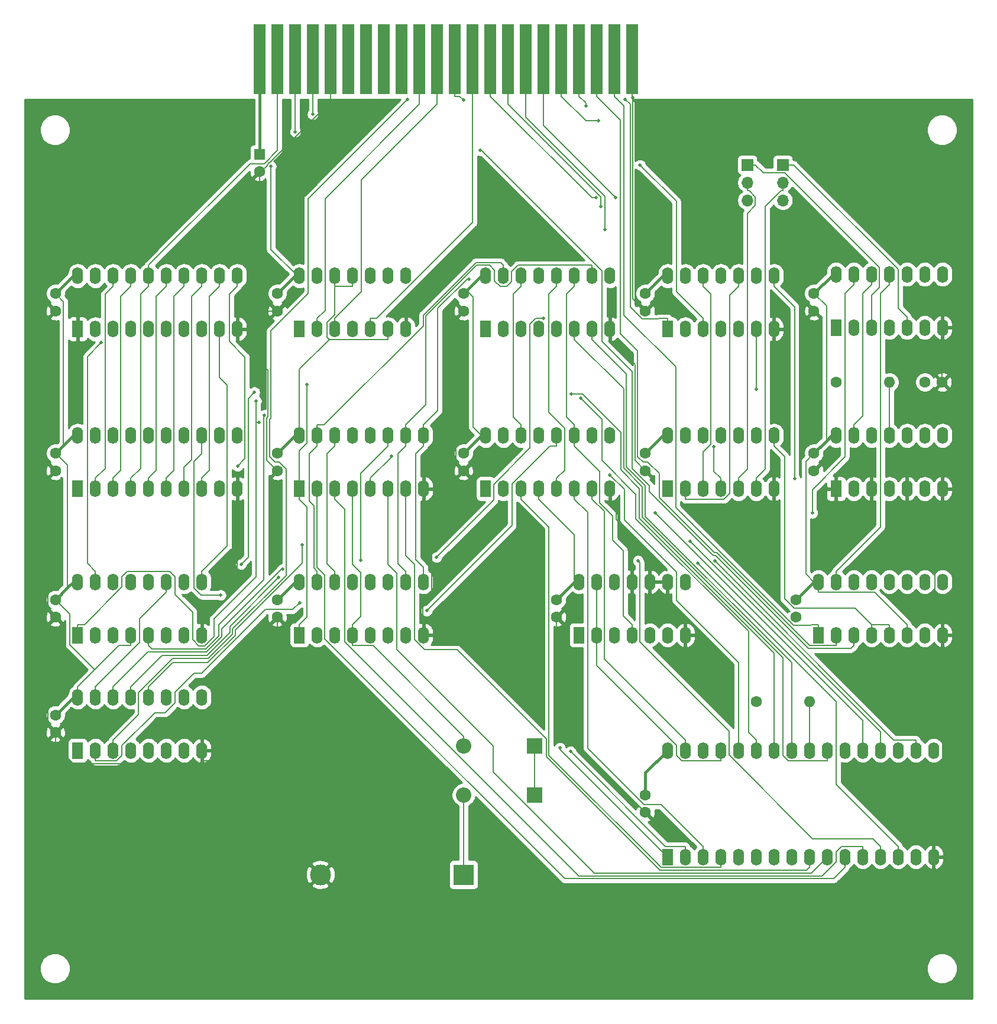
<source format=gtl>
G04 #@! TF.GenerationSoftware,KiCad,Pcbnew,(5.1.9)-1*
G04 #@! TF.CreationDate,2025-12-09T22:22:35+09:00*
G04 #@! TF.ProjectId,X1_EMM,58315f45-4d4d-42e6-9b69-6361645f7063,rev?*
G04 #@! TF.SameCoordinates,PX1997c20PYbac5f70*
G04 #@! TF.FileFunction,Copper,L1,Top*
G04 #@! TF.FilePolarity,Positive*
%FSLAX46Y46*%
G04 Gerber Fmt 4.6, Leading zero omitted, Abs format (unit mm)*
G04 Created by KiCad (PCBNEW (5.1.9)-1) date 2025-12-09 22:22:35*
%MOMM*%
%LPD*%
G01*
G04 APERTURE LIST*
G04 #@! TA.AperFunction,ConnectorPad*
%ADD10R,1.780000X10.000000*%
G04 #@! TD*
G04 #@! TA.AperFunction,ComponentPad*
%ADD11R,1.600000X1.600000*%
G04 #@! TD*
G04 #@! TA.AperFunction,ComponentPad*
%ADD12C,1.600000*%
G04 #@! TD*
G04 #@! TA.AperFunction,ComponentPad*
%ADD13C,3.000000*%
G04 #@! TD*
G04 #@! TA.AperFunction,ComponentPad*
%ADD14R,3.000000X3.000000*%
G04 #@! TD*
G04 #@! TA.AperFunction,ComponentPad*
%ADD15R,2.200000X2.200000*%
G04 #@! TD*
G04 #@! TA.AperFunction,ComponentPad*
%ADD16O,2.200000X2.200000*%
G04 #@! TD*
G04 #@! TA.AperFunction,ComponentPad*
%ADD17O,1.600000X1.600000*%
G04 #@! TD*
G04 #@! TA.AperFunction,ComponentPad*
%ADD18R,1.700000X1.700000*%
G04 #@! TD*
G04 #@! TA.AperFunction,ComponentPad*
%ADD19O,1.700000X1.700000*%
G04 #@! TD*
G04 #@! TA.AperFunction,ComponentPad*
%ADD20O,1.600000X2.400000*%
G04 #@! TD*
G04 #@! TA.AperFunction,ComponentPad*
%ADD21R,1.600000X2.400000*%
G04 #@! TD*
G04 #@! TA.AperFunction,ViaPad*
%ADD22C,0.500000*%
G04 #@! TD*
G04 #@! TA.AperFunction,Conductor*
%ADD23C,0.200000*%
G04 #@! TD*
G04 #@! TA.AperFunction,Conductor*
%ADD24C,0.400000*%
G04 #@! TD*
G04 #@! TA.AperFunction,Conductor*
%ADD25C,0.254000*%
G04 #@! TD*
G04 #@! TA.AperFunction,Conductor*
%ADD26C,0.100000*%
G04 #@! TD*
G04 APERTURE END LIST*
D10*
X34340000Y135116000D03*
X36880000Y135116000D03*
X39420000Y135116000D03*
X41960000Y135116000D03*
X44500000Y135116000D03*
X47040000Y135116000D03*
X49580000Y135116000D03*
X52120000Y135116000D03*
X54660000Y135116000D03*
X57200000Y135116000D03*
X59740000Y135116000D03*
X62280000Y135116000D03*
X64820000Y135116000D03*
X67360000Y135116000D03*
X69900000Y135116000D03*
X72440000Y135116000D03*
X74980000Y135116000D03*
X77520000Y135116000D03*
X80060000Y135116000D03*
X82600000Y135116000D03*
X85140000Y135116000D03*
X87680000Y135116000D03*
D11*
X34290000Y121539000D03*
D12*
X34290000Y119039000D03*
D13*
X43010000Y18415000D03*
D14*
X63500000Y18415000D03*
D12*
X5080000Y101600000D03*
X5080000Y99100000D03*
X129540000Y88900000D03*
X132040000Y88900000D03*
X36830000Y76240000D03*
X36830000Y78740000D03*
X5080000Y57785000D03*
X5080000Y55285000D03*
X63500000Y99100000D03*
X63500000Y101600000D03*
X63500000Y78740000D03*
X63500000Y76240000D03*
X36830000Y55285000D03*
X36830000Y57785000D03*
X5080000Y38775000D03*
X5080000Y41275000D03*
X111125000Y57785000D03*
X111125000Y55285000D03*
X89535000Y27345000D03*
X89535000Y29845000D03*
X5080000Y78740000D03*
X5080000Y76240000D03*
X89535000Y99100000D03*
X89535000Y101600000D03*
X113665000Y101600000D03*
X113665000Y99100000D03*
X113665000Y76240000D03*
X113665000Y78740000D03*
X36830000Y101600000D03*
X36830000Y99100000D03*
X76835000Y55285000D03*
X76835000Y57785000D03*
D15*
X73660000Y29845000D03*
D16*
X63500000Y29845000D03*
X63500000Y36830000D03*
D15*
X73660000Y36830000D03*
D12*
X116840000Y88900000D03*
D17*
X124460000Y88900000D03*
D18*
X104140000Y120015000D03*
D19*
X104140000Y117475000D03*
X104140000Y114935000D03*
X109220000Y114935000D03*
X109220000Y117475000D03*
D18*
X109220000Y120015000D03*
D20*
X92710000Y104140000D03*
X107950000Y96520000D03*
X95250000Y104140000D03*
X105410000Y96520000D03*
X97790000Y104140000D03*
X102870000Y96520000D03*
X100330000Y104140000D03*
X100330000Y96520000D03*
X102870000Y104140000D03*
X97790000Y96520000D03*
X105410000Y104140000D03*
X95250000Y96520000D03*
X107950000Y104140000D03*
D21*
X92710000Y96520000D03*
X116840000Y73660000D03*
D20*
X132080000Y81280000D03*
X119380000Y73660000D03*
X129540000Y81280000D03*
X121920000Y73660000D03*
X127000000Y81280000D03*
X124460000Y73660000D03*
X124460000Y81280000D03*
X127000000Y73660000D03*
X121920000Y81280000D03*
X129540000Y73660000D03*
X119380000Y81280000D03*
X132080000Y73660000D03*
X116840000Y81280000D03*
X8255000Y104140000D03*
X31115000Y96520000D03*
X10795000Y104140000D03*
X28575000Y96520000D03*
X13335000Y104140000D03*
X26035000Y96520000D03*
X15875000Y104140000D03*
X23495000Y96520000D03*
X18415000Y104140000D03*
X20955000Y96520000D03*
X20955000Y104140000D03*
X18415000Y96520000D03*
X23495000Y104140000D03*
X15875000Y96520000D03*
X26035000Y104140000D03*
X13335000Y96520000D03*
X28575000Y104140000D03*
X10795000Y96520000D03*
X31115000Y104140000D03*
D21*
X8255000Y96520000D03*
X92710000Y73660000D03*
D20*
X107950000Y81280000D03*
X95250000Y73660000D03*
X105410000Y81280000D03*
X97790000Y73660000D03*
X102870000Y81280000D03*
X100330000Y73660000D03*
X100330000Y81280000D03*
X102870000Y73660000D03*
X97790000Y81280000D03*
X105410000Y73660000D03*
X95250000Y81280000D03*
X107950000Y73660000D03*
X92710000Y81280000D03*
X40005000Y81280000D03*
X57785000Y73660000D03*
X42545000Y81280000D03*
X55245000Y73660000D03*
X45085000Y81280000D03*
X52705000Y73660000D03*
X47625000Y81280000D03*
X50165000Y73660000D03*
X50165000Y81280000D03*
X47625000Y73660000D03*
X52705000Y81280000D03*
X45085000Y73660000D03*
X55245000Y81280000D03*
X42545000Y73660000D03*
X57785000Y81280000D03*
D21*
X40005000Y73660000D03*
X8255000Y52705000D03*
D20*
X26035000Y60325000D03*
X10795000Y52705000D03*
X23495000Y60325000D03*
X13335000Y52705000D03*
X20955000Y60325000D03*
X15875000Y52705000D03*
X18415000Y60325000D03*
X18415000Y52705000D03*
X15875000Y60325000D03*
X20955000Y52705000D03*
X13335000Y60325000D03*
X23495000Y52705000D03*
X10795000Y60325000D03*
X26035000Y52705000D03*
X8255000Y60325000D03*
X66675000Y104140000D03*
X84455000Y96520000D03*
X69215000Y104140000D03*
X81915000Y96520000D03*
X71755000Y104140000D03*
X79375000Y96520000D03*
X74295000Y104140000D03*
X76835000Y96520000D03*
X76835000Y104140000D03*
X74295000Y96520000D03*
X79375000Y104140000D03*
X71755000Y96520000D03*
X81915000Y104140000D03*
X69215000Y96520000D03*
X84455000Y104140000D03*
D21*
X66675000Y96520000D03*
X66675000Y73660000D03*
D20*
X84455000Y81280000D03*
X69215000Y73660000D03*
X81915000Y81280000D03*
X71755000Y73660000D03*
X79375000Y81280000D03*
X74295000Y73660000D03*
X76835000Y81280000D03*
X76835000Y73660000D03*
X74295000Y81280000D03*
X79375000Y73660000D03*
X71755000Y81280000D03*
X81915000Y73660000D03*
X69215000Y81280000D03*
X84455000Y73660000D03*
X66675000Y81280000D03*
X40005000Y60325000D03*
X57785000Y52705000D03*
X42545000Y60325000D03*
X55245000Y52705000D03*
X45085000Y60325000D03*
X52705000Y52705000D03*
X47625000Y60325000D03*
X50165000Y52705000D03*
X50165000Y60325000D03*
X47625000Y52705000D03*
X52705000Y60325000D03*
X45085000Y52705000D03*
X55245000Y60325000D03*
X42545000Y52705000D03*
X57785000Y60325000D03*
D21*
X40005000Y52705000D03*
X114300000Y52705000D03*
D20*
X132080000Y60325000D03*
X116840000Y52705000D03*
X129540000Y60325000D03*
X119380000Y52705000D03*
X127000000Y60325000D03*
X121920000Y52705000D03*
X124460000Y60325000D03*
X124460000Y52705000D03*
X121920000Y60325000D03*
X127000000Y52705000D03*
X119380000Y60325000D03*
X129540000Y52705000D03*
X116840000Y60325000D03*
X132080000Y52705000D03*
X114300000Y60325000D03*
D21*
X8255000Y36195000D03*
D20*
X26035000Y43815000D03*
X10795000Y36195000D03*
X23495000Y43815000D03*
X13335000Y36195000D03*
X20955000Y43815000D03*
X15875000Y36195000D03*
X18415000Y43815000D03*
X18415000Y36195000D03*
X15875000Y43815000D03*
X20955000Y36195000D03*
X13335000Y43815000D03*
X23495000Y36195000D03*
X10795000Y43815000D03*
X26035000Y36195000D03*
X8255000Y43815000D03*
D21*
X92710000Y20955000D03*
D20*
X130810000Y36195000D03*
X95250000Y20955000D03*
X128270000Y36195000D03*
X97790000Y20955000D03*
X125730000Y36195000D03*
X100330000Y20955000D03*
X123190000Y36195000D03*
X102870000Y20955000D03*
X120650000Y36195000D03*
X105410000Y20955000D03*
X118110000Y36195000D03*
X107950000Y20955000D03*
X115570000Y36195000D03*
X110490000Y20955000D03*
X113030000Y36195000D03*
X113030000Y20955000D03*
X110490000Y36195000D03*
X115570000Y20955000D03*
X107950000Y36195000D03*
X118110000Y20955000D03*
X105410000Y36195000D03*
X120650000Y20955000D03*
X102870000Y36195000D03*
X123190000Y20955000D03*
X100330000Y36195000D03*
X125730000Y20955000D03*
X97790000Y36195000D03*
X128270000Y20955000D03*
X95250000Y36195000D03*
X130810000Y20955000D03*
X92710000Y36195000D03*
X80010000Y60325000D03*
X95250000Y52705000D03*
X82550000Y60325000D03*
X92710000Y52705000D03*
X85090000Y60325000D03*
X90170000Y52705000D03*
X87630000Y60325000D03*
X87630000Y52705000D03*
X90170000Y60325000D03*
X85090000Y52705000D03*
X92710000Y60325000D03*
X82550000Y52705000D03*
X95250000Y60325000D03*
D21*
X80010000Y52705000D03*
X8255000Y73660000D03*
D20*
X31115000Y81280000D03*
X10795000Y73660000D03*
X28575000Y81280000D03*
X13335000Y73660000D03*
X26035000Y81280000D03*
X15875000Y73660000D03*
X23495000Y81280000D03*
X18415000Y73660000D03*
X20955000Y81280000D03*
X20955000Y73660000D03*
X18415000Y81280000D03*
X23495000Y73660000D03*
X15875000Y81280000D03*
X26035000Y73660000D03*
X13335000Y81280000D03*
X28575000Y73660000D03*
X10795000Y81280000D03*
X31115000Y73660000D03*
X8255000Y81280000D03*
D12*
X89535000Y78740000D03*
X89535000Y76240000D03*
X105410000Y43180000D03*
D17*
X113030000Y43180000D03*
D21*
X116840000Y96725000D03*
D20*
X132080000Y104345000D03*
X119380000Y96725000D03*
X129540000Y104345000D03*
X121920000Y96725000D03*
X127000000Y104345000D03*
X124460000Y96725000D03*
X124460000Y104345000D03*
X127000000Y96725000D03*
X121920000Y104345000D03*
X129540000Y96725000D03*
X119380000Y104345000D03*
X132080000Y96725000D03*
X116840000Y104345000D03*
X40005000Y104140000D03*
X55245000Y96520000D03*
X42545000Y104140000D03*
X52705000Y96520000D03*
X45085000Y104140000D03*
X50165000Y96520000D03*
X47625000Y104140000D03*
X47625000Y96520000D03*
X50165000Y104140000D03*
X45085000Y96520000D03*
X52705000Y104140000D03*
X42545000Y96520000D03*
X55245000Y104140000D03*
D21*
X40005000Y96520000D03*
D22*
X35921600Y119776300D03*
X87755400Y129664900D03*
X39420000Y124750100D03*
X41889300Y127238100D03*
X82494800Y115285200D03*
X83191200Y114021800D03*
X83741500Y110756300D03*
X85303300Y115330400D03*
X82844300Y126316500D03*
X81041800Y128430700D03*
X40020000Y57337300D03*
X31137400Y76883400D03*
X55466800Y129343200D03*
X65923400Y122070600D03*
X34234200Y83111400D03*
X33799400Y86189000D03*
X99342600Y79689700D03*
X31662100Y62860600D03*
X33577100Y87477600D03*
X11650100Y94575000D03*
X48800500Y63421500D03*
X34975900Y84196500D03*
X74966700Y98020300D03*
X59627300Y63842400D03*
X37583000Y62125500D03*
X37020700Y60925900D03*
X84462000Y75643400D03*
X40409500Y65593800D03*
X63492500Y129264400D03*
X88780500Y119981600D03*
X86638600Y129409200D03*
X105410000Y87860300D03*
X110909700Y75091000D03*
X113428900Y70174700D03*
X53158400Y78361000D03*
X64245800Y103668500D03*
X41105400Y88592000D03*
X80280900Y86600600D03*
X78909800Y87193400D03*
X58224900Y56186400D03*
X77301000Y36584200D03*
X78821700Y36033900D03*
X99476700Y63325900D03*
X28730500Y58435800D03*
X95917200Y66164900D03*
X90907600Y70219100D03*
X88489900Y63363300D03*
X97004700Y63028100D03*
D23*
X47625000Y52705000D02*
X47625000Y51204700D01*
X47625000Y51204700D02*
X50525600Y51204700D01*
X50525600Y51204700D02*
X63500000Y38230300D01*
X47625000Y53138500D02*
X47625000Y52705000D01*
X63500000Y36830000D02*
X63500000Y38230300D01*
D24*
X113665000Y60325000D02*
X114300000Y60325000D01*
X111125000Y57785000D02*
X113665000Y60325000D01*
D23*
X113665000Y78740000D02*
X112506300Y77581300D01*
X112506300Y77581300D02*
X112506300Y61483700D01*
X112506300Y61483700D02*
X113665000Y60325000D01*
D24*
X113665000Y78740000D02*
X115462400Y80537400D01*
D23*
X44262600Y95019700D02*
X43977100Y95305200D01*
X43977100Y95305200D02*
X43977100Y97478700D01*
X43977100Y97478700D02*
X45085000Y98586600D01*
X45085000Y98586600D02*
X45085000Y102639700D01*
X39687500Y104140000D02*
X35921600Y107905900D01*
X35921600Y107905900D02*
X35921600Y119776300D01*
X10689700Y47750000D02*
X8255000Y45315300D01*
X15875000Y51204700D02*
X14144400Y51204700D01*
X14144400Y51204700D02*
X10689700Y47750000D01*
X10689700Y47750000D02*
X7154600Y51285000D01*
X7154600Y51285000D02*
X7154600Y55710400D01*
X7154600Y55710400D02*
X5080000Y57785000D01*
X74295000Y73660000D02*
X74295000Y72159700D01*
D24*
X79375000Y60325000D02*
X80010000Y60325000D01*
X76835000Y57785000D02*
X79375000Y60325000D01*
D23*
X74295000Y72159700D02*
X79375000Y67079700D01*
X79375000Y67079700D02*
X79375000Y60325000D01*
X47625000Y72159700D02*
X47625000Y62803400D01*
X47625000Y62803400D02*
X48772400Y61656000D01*
X48772400Y61656000D02*
X48772400Y55352700D01*
X48772400Y55352700D02*
X47625000Y54205300D01*
X44262600Y95019700D02*
X40005000Y90762100D01*
X40005000Y90762100D02*
X40005000Y81280000D01*
X52705000Y95019700D02*
X44262600Y95019700D01*
X127000000Y52705000D02*
X127000000Y54205300D01*
X114300000Y60325000D02*
X114300000Y58824700D01*
X114300000Y58824700D02*
X122380600Y58824700D01*
X122380600Y58824700D02*
X127000000Y54205300D01*
X8255000Y43815000D02*
X8255000Y45315300D01*
X15875000Y52705000D02*
X15875000Y51204700D01*
X6217500Y79877500D02*
X6217500Y100462500D01*
X6217500Y100462500D02*
X5080000Y101600000D01*
D24*
X6217500Y79877500D02*
X7620000Y81280000D01*
X7620000Y81280000D02*
X8255000Y81280000D01*
X5080000Y78740000D02*
X6217500Y79877500D01*
X5080000Y41275000D02*
X7620000Y43815000D01*
X7620000Y43815000D02*
X8255000Y43815000D01*
X5080000Y57785000D02*
X6786200Y59491200D01*
D23*
X45085000Y102639700D02*
X45085000Y104140000D01*
X45085000Y102639700D02*
X47625000Y102639700D01*
X47625000Y104140000D02*
X47625000Y102639700D01*
X52705000Y96520000D02*
X52705000Y95019700D01*
D24*
X66040000Y81280000D02*
X66675000Y81280000D01*
X63500000Y78740000D02*
X66040000Y81280000D01*
D23*
X63950100Y102050100D02*
X64871400Y101128800D01*
X64871400Y101128800D02*
X64871400Y82448600D01*
X64871400Y82448600D02*
X66040000Y81280000D01*
D24*
X63950100Y102050100D02*
X66040000Y104140000D01*
X66040000Y104140000D02*
X66675000Y104140000D01*
X63500000Y101600000D02*
X63950100Y102050100D01*
X39687500Y104140000D02*
X40005000Y104140000D01*
X36830000Y101600000D02*
X39370000Y104140000D01*
X39370000Y104140000D02*
X39687500Y104140000D01*
D23*
X115462400Y80537400D02*
X115462400Y99802600D01*
X115462400Y99802600D02*
X113665000Y101600000D01*
D24*
X115462400Y80537400D02*
X116205000Y81280000D01*
X116205000Y81280000D02*
X116840000Y81280000D01*
D23*
X6786200Y59491200D02*
X6786200Y77033800D01*
X6786200Y77033800D02*
X5080000Y78740000D01*
D24*
X6786200Y59491200D02*
X7620000Y60325000D01*
X7620000Y60325000D02*
X8255000Y60325000D01*
D23*
X47625000Y53138500D02*
X47625000Y54205300D01*
D24*
X34340000Y135116000D02*
X34340000Y121589000D01*
X34340000Y121589000D02*
X34290000Y121539000D01*
X36830000Y78740000D02*
X39370000Y81280000D01*
X39370000Y81280000D02*
X40005000Y81280000D01*
D23*
X47625000Y73660000D02*
X47625000Y72159700D01*
D24*
X113665000Y101600000D02*
X116410000Y104345000D01*
X116410000Y104345000D02*
X116840000Y104345000D01*
X5080000Y101600000D02*
X7620000Y104140000D01*
X7620000Y104140000D02*
X8255000Y104140000D01*
X89535000Y78740000D02*
X92075000Y81280000D01*
X92075000Y81280000D02*
X92710000Y81280000D01*
X36830000Y57785000D02*
X39370000Y60325000D01*
X39370000Y60325000D02*
X40005000Y60325000D01*
X89535000Y101600000D02*
X92075000Y104140000D01*
X92075000Y104140000D02*
X92710000Y104140000D01*
D23*
X84455000Y96520000D02*
X84455000Y95019700D01*
X89535000Y76240000D02*
X88034300Y77740700D01*
X88034300Y77740700D02*
X88034300Y91440400D01*
X88034300Y91440400D02*
X84455000Y95019700D01*
X5080000Y38775000D02*
X3979600Y39875400D01*
X3979600Y39875400D02*
X3979600Y54184600D01*
X3979600Y54184600D02*
X5080000Y55285000D01*
X26035000Y34694800D02*
X25630900Y34290700D01*
X25630900Y34290700D02*
X7637700Y34290700D01*
X7637700Y34290700D02*
X5080000Y36848400D01*
X5080000Y36848400D02*
X5080000Y38775000D01*
X76835000Y55285000D02*
X76835000Y40045000D01*
X76835000Y40045000D02*
X89535000Y27345000D01*
X36830000Y76240000D02*
X35302100Y77767900D01*
X35302100Y77767900D02*
X35302100Y83744400D01*
X35302100Y83744400D02*
X35526200Y83968500D01*
X35526200Y83968500D02*
X35526200Y90608500D01*
X35526200Y90608500D02*
X31115000Y95019700D01*
X44500000Y135116000D02*
X44500000Y129050600D01*
X44500000Y129050600D02*
X35776000Y120326600D01*
X35776000Y120326600D02*
X35693700Y120326600D01*
X35693700Y120326600D02*
X35371300Y120004200D01*
X35371300Y120004200D02*
X35371300Y119921900D01*
X35371300Y119921900D02*
X34488400Y119039000D01*
X34488400Y119039000D02*
X34290000Y119039000D01*
X26035000Y54205300D02*
X31111800Y59282100D01*
X31111800Y59282100D02*
X31111800Y72156500D01*
X31111800Y72156500D02*
X31115000Y72159700D01*
X89535000Y99100000D02*
X87755400Y100879600D01*
X87755400Y100879600D02*
X87755400Y129664900D01*
X87680000Y129815700D02*
X87755400Y129740300D01*
X87755400Y129740300D02*
X87755400Y129664900D01*
X57785000Y72159700D02*
X58926500Y71018200D01*
X58926500Y71018200D02*
X58926500Y58454100D01*
X58926500Y58454100D02*
X57674600Y57202200D01*
X57674600Y57202200D02*
X57674600Y54315700D01*
X57674600Y54315700D02*
X57785000Y54205300D01*
X34290000Y99100000D02*
X34290000Y119039000D01*
X87630000Y60325000D02*
X87630000Y61825300D01*
X84455000Y73660000D02*
X84455000Y72159700D01*
X84455000Y72159700D02*
X85398700Y71216000D01*
X85398700Y71216000D02*
X85398700Y69242300D01*
X85398700Y69242300D02*
X87630000Y67011000D01*
X87630000Y67011000D02*
X87630000Y61825300D01*
X26035000Y34794800D02*
X26035000Y34694800D01*
X26035000Y34694800D02*
X26730200Y34694800D01*
X26730200Y34694800D02*
X43010000Y18415000D01*
X26035000Y52705000D02*
X26035000Y54205300D01*
X31115000Y73660000D02*
X31115000Y72159700D01*
X26035000Y36195000D02*
X26035000Y34794800D01*
X5080000Y76240000D02*
X3979600Y75139600D01*
X3979600Y75139600D02*
X3979600Y56385400D01*
X3979600Y56385400D02*
X5080000Y55285000D01*
X87680000Y135116000D02*
X87680000Y129815700D01*
X31115000Y96520000D02*
X31115000Y98020300D01*
X34290000Y99100000D02*
X32194700Y99100000D01*
X32194700Y99100000D02*
X31115000Y98020300D01*
X36830000Y99100000D02*
X34290000Y99100000D01*
X31115000Y96520000D02*
X31115000Y95019700D01*
X132080000Y52705000D02*
X132080000Y54205300D01*
X132080000Y73660000D02*
X132080000Y72159700D01*
X132080000Y72159700D02*
X130978900Y71058600D01*
X130978900Y71058600D02*
X130978900Y55306400D01*
X130978900Y55306400D02*
X132080000Y54205300D01*
X62399600Y77340400D02*
X63500000Y76240000D01*
X63500000Y99100000D02*
X62399600Y97999600D01*
X62399600Y97999600D02*
X62399600Y77340400D01*
X62399600Y77340400D02*
X59965100Y77340400D01*
X59965100Y77340400D02*
X57785000Y75160300D01*
X57785000Y73660000D02*
X57785000Y75160300D01*
X26035000Y36195000D02*
X26035000Y37695300D01*
X36830000Y55285000D02*
X36830000Y48490300D01*
X36830000Y48490300D02*
X26035000Y37695300D01*
X57785000Y52705000D02*
X57785000Y54205300D01*
X57785000Y73660000D02*
X57785000Y72159700D01*
X130810000Y22455300D02*
X132080000Y23725300D01*
X132080000Y23725300D02*
X132080000Y52705000D01*
X130810000Y20955000D02*
X130810000Y22455300D01*
X132080000Y96725000D02*
X132080000Y95224700D01*
X132080000Y95224700D02*
X132040000Y95184700D01*
X132040000Y95184700D02*
X132040000Y88900000D01*
X36880000Y135116000D02*
X36880000Y122079000D01*
X36880000Y122079000D02*
X34955200Y120154200D01*
X34955200Y120154200D02*
X34955200Y120154100D01*
X34955200Y120154100D02*
X32928800Y120154100D01*
X32928800Y120154100D02*
X18415000Y105640300D01*
X18415000Y104140000D02*
X18415000Y102639700D01*
X15875000Y73660000D02*
X15875000Y75160300D01*
X15875000Y75160300D02*
X17287300Y76572600D01*
X17287300Y76572600D02*
X17287300Y101512000D01*
X17287300Y101512000D02*
X18415000Y102639700D01*
X18415000Y104140000D02*
X18415000Y105640300D01*
X15875000Y102639700D02*
X14435400Y101200100D01*
X14435400Y101200100D02*
X14435400Y76260700D01*
X14435400Y76260700D02*
X13335000Y75160300D01*
X39420000Y135116000D02*
X39420000Y124750100D01*
X15875000Y104140000D02*
X15875000Y102639700D01*
X13335000Y73660000D02*
X13335000Y75160300D01*
X10795000Y75160300D02*
X12200400Y76565700D01*
X12200400Y76565700D02*
X12200400Y101505100D01*
X12200400Y101505100D02*
X13335000Y102639700D01*
X13335000Y104140000D02*
X13335000Y102639700D01*
X10795000Y73660000D02*
X10795000Y75160300D01*
X41960000Y135116000D02*
X41960000Y127308800D01*
X41960000Y127308800D02*
X41889300Y127238100D01*
X67360000Y135116000D02*
X67360000Y129815700D01*
X82494800Y115285200D02*
X81890500Y115285200D01*
X81890500Y115285200D02*
X67360000Y129815700D01*
X83191200Y114021800D02*
X83191200Y115367100D01*
X83191200Y115367100D02*
X69900000Y128658300D01*
X69900000Y128658300D02*
X69900000Y129815700D01*
X69900000Y135116000D02*
X69900000Y129815700D01*
X83741500Y110756300D02*
X83741500Y115494000D01*
X83741500Y115494000D02*
X72440000Y126795500D01*
X72440000Y126795500D02*
X72440000Y129815700D01*
X72440000Y135116000D02*
X72440000Y129815700D01*
X85303300Y115330400D02*
X74980000Y125653700D01*
X74980000Y125653700D02*
X74980000Y135116000D01*
X105290300Y120015000D02*
X106440600Y118864700D01*
X106440600Y118864700D02*
X109517900Y118864700D01*
X109517900Y118864700D02*
X123031200Y105351400D01*
X123031200Y105351400D02*
X123031200Y102485600D01*
X123031200Y102485600D02*
X121920000Y101374400D01*
X121920000Y101374400D02*
X121920000Y96725000D01*
X104140000Y120015000D02*
X105290300Y120015000D01*
X77520000Y135116000D02*
X77520000Y129815700D01*
X82844300Y126316500D02*
X81019200Y126316500D01*
X81019200Y126316500D02*
X77520000Y129815700D01*
X80060000Y129815700D02*
X81041800Y128833900D01*
X81041800Y128833900D02*
X81041800Y128430700D01*
X80060000Y135116000D02*
X80060000Y129815700D01*
X127000000Y96725000D02*
X127000000Y98225300D01*
X127000000Y98225300D02*
X125730000Y99495300D01*
X125730000Y99495300D02*
X125730000Y105040800D01*
X125730000Y105040800D02*
X110755800Y120015000D01*
X110755800Y120015000D02*
X109220000Y120015000D01*
X116840000Y51204700D02*
X113079500Y51204700D01*
X113079500Y51204700D02*
X99769200Y64515000D01*
X99769200Y64515000D02*
X99400800Y64515000D01*
X99400800Y64515000D02*
X91506900Y72408900D01*
X91506900Y72408900D02*
X91506900Y75861400D01*
X91506900Y75861400D02*
X89878300Y77490000D01*
X89878300Y77490000D02*
X89214700Y77490000D01*
X89214700Y77490000D02*
X88434700Y78270000D01*
X88434700Y78270000D02*
X88434700Y93379700D01*
X88434700Y93379700D02*
X85990100Y95824300D01*
X85990100Y95824300D02*
X85990100Y126425600D01*
X85990100Y126425600D02*
X82600000Y129815700D01*
X10795000Y36195000D02*
X10795000Y34694700D01*
X10795000Y34694700D02*
X13809400Y34694700D01*
X13809400Y34694700D02*
X14605000Y35490300D01*
X14605000Y35490300D02*
X14605000Y36907300D01*
X14605000Y36907300D02*
X19290700Y41593000D01*
X19290700Y41593000D02*
X20773900Y41593000D01*
X20773900Y41593000D02*
X22225000Y43044100D01*
X22225000Y43044100D02*
X22225000Y44558300D01*
X22225000Y44558300D02*
X24882900Y47216200D01*
X24882900Y47216200D02*
X26013100Y47216200D01*
X26013100Y47216200D02*
X35190300Y56393400D01*
X35190300Y56393400D02*
X39076100Y56393400D01*
X39076100Y56393400D02*
X40020000Y57337300D01*
X116840000Y52705000D02*
X116840000Y51204700D01*
X82600000Y135116000D02*
X82600000Y129815700D01*
X114300000Y54205300D02*
X113337300Y54205300D01*
X113337300Y54205300D02*
X113241500Y54109500D01*
X113241500Y54109500D02*
X110740800Y54109500D01*
X110740800Y54109500D02*
X93871100Y70979200D01*
X93871100Y70979200D02*
X93871000Y70979200D01*
X93871000Y70979200D02*
X93871000Y91076500D01*
X93871000Y91076500D02*
X86470400Y98477100D01*
X86470400Y98477100D02*
X86470400Y128485300D01*
X86470400Y128485300D02*
X85140000Y129815700D01*
X85140000Y135116000D02*
X85140000Y129815700D01*
X114300000Y52705000D02*
X114300000Y54205300D01*
X20955000Y102639700D02*
X19515400Y101200100D01*
X19515400Y101200100D02*
X19515400Y76260700D01*
X19515400Y76260700D02*
X18415000Y75160300D01*
X20955000Y104140000D02*
X20955000Y102639700D01*
X18415000Y73660000D02*
X18415000Y75160300D01*
X23495000Y104140000D02*
X23495000Y102639700D01*
X20955000Y73660000D02*
X20955000Y75160300D01*
X20955000Y75160300D02*
X22055400Y76260700D01*
X22055400Y76260700D02*
X22055400Y101200100D01*
X22055400Y101200100D02*
X23495000Y102639700D01*
X26035000Y102639700D02*
X24595400Y101200100D01*
X24595400Y101200100D02*
X24595400Y77796800D01*
X24595400Y77796800D02*
X23495000Y76696400D01*
X23495000Y76696400D02*
X23495000Y73660000D01*
X26035000Y104140000D02*
X26035000Y102639700D01*
X28575000Y102639700D02*
X27135400Y101200100D01*
X27135400Y101200100D02*
X27135400Y76260700D01*
X27135400Y76260700D02*
X26035000Y75160300D01*
X28575000Y104140000D02*
X28575000Y102639700D01*
X26035000Y73660000D02*
X26035000Y75160300D01*
X31115000Y104140000D02*
X31115000Y102639700D01*
X31137400Y76883400D02*
X32228000Y77974000D01*
X32228000Y77974000D02*
X32228000Y92491500D01*
X32228000Y92491500D02*
X30005500Y94714000D01*
X30005500Y94714000D02*
X30005500Y101530200D01*
X30005500Y101530200D02*
X31115000Y102639700D01*
X13335000Y37695300D02*
X16975400Y41335700D01*
X16975400Y41335700D02*
X16975400Y44446100D01*
X16975400Y44446100D02*
X21879800Y49350500D01*
X21879800Y49350500D02*
X26925200Y49350500D01*
X26925200Y49350500D02*
X30449000Y52874300D01*
X30449000Y52874300D02*
X30449000Y53575900D01*
X30449000Y53575900D02*
X38133300Y61260200D01*
X38133300Y61260200D02*
X38133300Y76495300D01*
X38133300Y76495300D02*
X37138600Y77490000D01*
X37138600Y77490000D02*
X36518400Y77490000D01*
X36518400Y77490000D02*
X35729700Y78278700D01*
X35729700Y78278700D02*
X35729700Y83586000D01*
X35729700Y83586000D02*
X35926500Y83782800D01*
X35926500Y83782800D02*
X35926500Y96272400D01*
X35926500Y96272400D02*
X41275000Y101620900D01*
X41275000Y101620900D02*
X41275000Y115151400D01*
X41275000Y115151400D02*
X55466800Y129343200D01*
X13335000Y36195000D02*
X13335000Y37695300D01*
X119380000Y51204700D02*
X118979600Y50804300D01*
X118979600Y50804300D02*
X112913800Y50804300D01*
X112913800Y50804300D02*
X99603400Y64114700D01*
X99603400Y64114700D02*
X99213200Y64114700D01*
X99213200Y64114700D02*
X90096900Y73231000D01*
X90096900Y73231000D02*
X90096900Y74062300D01*
X90096900Y74062300D02*
X87633900Y76525300D01*
X87633900Y76525300D02*
X87633900Y90425700D01*
X87633900Y90425700D02*
X83346800Y94712800D01*
X83346800Y94712800D02*
X83346800Y104811900D01*
X83346800Y104811900D02*
X66088100Y122070600D01*
X66088100Y122070600D02*
X65923400Y122070600D01*
X119380000Y52705000D02*
X119380000Y51204700D01*
X33799400Y83111400D02*
X33799400Y61089300D01*
X33799400Y61089300D02*
X27752000Y55041900D01*
X27752000Y55041900D02*
X27752000Y52462100D01*
X27752000Y52462100D02*
X26457500Y51167600D01*
X26457500Y51167600D02*
X25616100Y51167600D01*
X25616100Y51167600D02*
X24717500Y52066200D01*
X24717500Y52066200D02*
X24717500Y55978800D01*
X24717500Y55978800D02*
X22225000Y58471300D01*
X22225000Y58471300D02*
X22225000Y61091700D01*
X22225000Y61091700D02*
X21464200Y61852500D01*
X21464200Y61852500D02*
X15376400Y61852500D01*
X15376400Y61852500D02*
X14605000Y61081100D01*
X14605000Y61081100D02*
X14605000Y59592500D01*
X14605000Y59592500D02*
X9217800Y54205300D01*
X9217800Y54205300D02*
X8255000Y54205300D01*
X33799400Y86189000D02*
X33799400Y83111400D01*
X34234200Y83111400D02*
X33799400Y83111400D01*
X8255000Y52705000D02*
X8255000Y54205300D01*
X97790000Y22455300D02*
X91791900Y28453400D01*
X91791900Y28453400D02*
X89370600Y28453400D01*
X89370600Y28453400D02*
X81292500Y36531500D01*
X81292500Y36531500D02*
X81292500Y70242300D01*
X81292500Y70242300D02*
X81292400Y70242300D01*
X81292400Y70242300D02*
X79375000Y72159700D01*
X79375000Y73660000D02*
X79375000Y72159700D01*
X97790000Y20955000D02*
X97790000Y22455300D01*
X76835000Y104140000D02*
X76835000Y102639700D01*
X76835000Y73660000D02*
X76835000Y75160300D01*
X76835000Y75160300D02*
X77985400Y76310700D01*
X77985400Y76310700D02*
X77985400Y82329900D01*
X77985400Y82329900D02*
X75734700Y84580600D01*
X75734700Y84580600D02*
X75734700Y101539400D01*
X75734700Y101539400D02*
X76835000Y102639700D01*
X63500000Y18415000D02*
X63500000Y20215300D01*
X63500000Y29845000D02*
X63500000Y28444700D01*
X63500000Y28444700D02*
X63500000Y20215300D01*
X100330000Y73660000D02*
X100330000Y75160300D01*
X99342600Y79689700D02*
X99342600Y76147700D01*
X99342600Y76147700D02*
X100330000Y75160300D01*
X116840000Y60325000D02*
X116840000Y61825300D01*
X124460000Y104345000D02*
X124460000Y102844700D01*
X124460000Y102844700D02*
X123190000Y101574700D01*
X123190000Y101574700D02*
X123190000Y68175300D01*
X123190000Y68175300D02*
X116840000Y61825300D01*
X71755000Y82780300D02*
X70643800Y83891500D01*
X70643800Y83891500D02*
X70643800Y101528500D01*
X70643800Y101528500D02*
X71755000Y102639700D01*
X71755000Y81280000D02*
X71755000Y82780300D01*
X71755000Y104140000D02*
X71755000Y102639700D01*
X45085000Y61825300D02*
X43973800Y62936500D01*
X43973800Y62936500D02*
X43973800Y78668500D01*
X43973800Y78668500D02*
X45085000Y79779700D01*
X45085000Y81280000D02*
X45085000Y79779700D01*
X45085000Y60325000D02*
X45085000Y61825300D01*
X45085000Y73660000D02*
X45085000Y72159700D01*
X120650000Y20955000D02*
X120650000Y22455300D01*
X120650000Y22455300D02*
X117618500Y22455300D01*
X117618500Y22455300D02*
X116840000Y21676800D01*
X116840000Y21676800D02*
X116840000Y20227500D01*
X116840000Y20227500D02*
X114851500Y18239000D01*
X114851500Y18239000D02*
X80021300Y18239000D01*
X80021300Y18239000D02*
X46524600Y51735700D01*
X46524600Y51735700D02*
X46524600Y70720100D01*
X46524600Y70720100D02*
X45085000Y72159700D01*
X26035000Y60325000D02*
X26035000Y61825300D01*
X28575000Y96520000D02*
X28575000Y89607600D01*
X28575000Y89607600D02*
X29686200Y88496400D01*
X29686200Y88496400D02*
X29686200Y65476500D01*
X29686200Y65476500D02*
X26035000Y61825300D01*
X31662100Y62860600D02*
X32674400Y63872900D01*
X32674400Y63872900D02*
X32674400Y86574900D01*
X32674400Y86574900D02*
X33577100Y87477600D01*
X10795000Y60325000D02*
X10795000Y61825300D01*
X11650100Y94575000D02*
X9648200Y92573100D01*
X9648200Y92573100D02*
X9648200Y62972100D01*
X9648200Y62972100D02*
X10795000Y61825300D01*
X20955000Y60325000D02*
X20955000Y58824700D01*
X10795000Y43815000D02*
X10795000Y45315300D01*
X10795000Y45315300D02*
X17145000Y51665300D01*
X17145000Y51665300D02*
X17145000Y55014700D01*
X17145000Y55014700D02*
X20955000Y58824700D01*
X52705000Y81280000D02*
X52705000Y79779700D01*
X48800500Y63421500D02*
X48800500Y75875200D01*
X48800500Y75875200D02*
X52705000Y79779700D01*
X18415000Y51204700D02*
X18868200Y50751500D01*
X18868200Y50751500D02*
X26607500Y50751500D01*
X26607500Y50751500D02*
X28447500Y52591500D01*
X28447500Y52591500D02*
X28447500Y54198900D01*
X28447500Y54198900D02*
X34886600Y60638000D01*
X34886600Y60638000D02*
X34886600Y84107200D01*
X34886600Y84107200D02*
X34975900Y84196500D01*
X18415000Y52705000D02*
X18415000Y51204700D01*
X74966700Y98020300D02*
X73824800Y98020300D01*
X73824800Y98020300D02*
X73025000Y97220500D01*
X73025000Y97220500D02*
X73025000Y79506800D01*
X73025000Y79506800D02*
X67803400Y74285200D01*
X67803400Y74285200D02*
X67803400Y72018500D01*
X67803400Y72018500D02*
X59627300Y63842400D01*
X13335000Y43815000D02*
X13335000Y45315300D01*
X37583000Y62125500D02*
X37430900Y62125500D01*
X37430900Y62125500D02*
X28906300Y53600900D01*
X28906300Y53600900D02*
X28906300Y52484200D01*
X28906300Y52484200D02*
X26714600Y50292500D01*
X26714600Y50292500D02*
X18312200Y50292500D01*
X18312200Y50292500D02*
X13335000Y45315300D01*
X79375000Y79779700D02*
X83017800Y76136900D01*
X83017800Y76136900D02*
X83017800Y71623200D01*
X83017800Y71623200D02*
X84857000Y69784000D01*
X84857000Y69784000D02*
X84857000Y66307300D01*
X84857000Y66307300D02*
X86360000Y64804300D01*
X86360000Y64804300D02*
X86360000Y55475300D01*
X86360000Y55475300D02*
X87630000Y54205300D01*
X79375000Y81280000D02*
X79375000Y79779700D01*
X87630000Y52705000D02*
X87630000Y54205300D01*
X79375000Y81713500D02*
X79375000Y81280000D01*
X79375000Y81713500D02*
X79375000Y82780300D01*
X79375000Y104140000D02*
X79375000Y102639700D01*
X79375000Y102639700D02*
X78268900Y101533600D01*
X78268900Y101533600D02*
X78268900Y83886400D01*
X78268900Y83886400D02*
X79375000Y82780300D01*
X15875000Y45315300D02*
X20310500Y49750800D01*
X20310500Y49750800D02*
X26739000Y49750800D01*
X26739000Y49750800D02*
X30048700Y53060500D01*
X30048700Y53060500D02*
X30048700Y53953900D01*
X30048700Y53953900D02*
X37020700Y60925900D01*
X15875000Y43815000D02*
X15875000Y45315300D01*
X71755000Y72159700D02*
X75734600Y68180100D01*
X75734600Y68180100D02*
X75734600Y35488500D01*
X75734600Y35488500D02*
X91768400Y19454700D01*
X91768400Y19454700D02*
X100330000Y19454700D01*
X71755000Y73660000D02*
X71755000Y72159700D01*
X100330000Y20955000D02*
X100330000Y19454700D01*
X84462000Y75643400D02*
X86533300Y73572100D01*
X86533300Y73572100D02*
X86533300Y69209500D01*
X86533300Y69209500D02*
X93980000Y61762800D01*
X93980000Y61762800D02*
X93980000Y57701000D01*
X93980000Y57701000D02*
X102870000Y48811000D01*
X102870000Y48811000D02*
X102870000Y36195000D01*
X18415000Y45315300D02*
X21849700Y48750000D01*
X21849700Y48750000D02*
X26890800Y48750000D01*
X26890800Y48750000D02*
X30849300Y52708500D01*
X30849300Y52708500D02*
X30849300Y53410100D01*
X30849300Y53410100D02*
X40409500Y62970300D01*
X40409500Y62970300D02*
X40409500Y65593800D01*
X82550000Y52705000D02*
X82550000Y60325000D01*
X100330000Y34694700D02*
X94788900Y34694700D01*
X94788900Y34694700D02*
X93980000Y35503600D01*
X93980000Y35503600D02*
X93980000Y36903400D01*
X93980000Y36903400D02*
X82550000Y48333400D01*
X82550000Y48333400D02*
X82550000Y52705000D01*
X18415000Y43815000D02*
X18415000Y45315300D01*
X100330000Y36195000D02*
X100330000Y34694700D01*
X73660000Y36830000D02*
X73660000Y29845000D01*
D24*
X89535000Y29845000D02*
X89535000Y33020000D01*
X89535000Y33020000D02*
X92710000Y36195000D01*
D23*
X124460000Y81280000D02*
X124460000Y88900000D01*
X42545000Y96520000D02*
X42545000Y98020300D01*
X42545000Y98020300D02*
X43677900Y99153200D01*
X43677900Y99153200D02*
X43677900Y115153000D01*
X43677900Y115153000D02*
X57200000Y128675100D01*
X57200000Y128675100D02*
X57200000Y135116000D01*
X45085000Y98020300D02*
X48895000Y101830300D01*
X48895000Y101830300D02*
X48895000Y117890700D01*
X48895000Y117890700D02*
X59740000Y128735700D01*
X59740000Y128735700D02*
X59740000Y135116000D01*
X45085000Y96520000D02*
X45085000Y98020300D01*
X97790000Y96520000D02*
X97790000Y98020300D01*
X62280000Y135116000D02*
X62280000Y129815700D01*
X63492500Y129264400D02*
X62941200Y129815700D01*
X62941200Y129815700D02*
X62280000Y129815700D01*
X97790000Y98020300D02*
X93980000Y101830300D01*
X93980000Y101830300D02*
X93980000Y114782100D01*
X93980000Y114782100D02*
X88780500Y119981600D01*
X64820000Y135116000D02*
X64820000Y129815700D01*
X64820000Y129815700D02*
X64820000Y111737600D01*
X64820000Y111737600D02*
X51102700Y98020300D01*
X51102700Y98020300D02*
X50165000Y98020300D01*
X50165000Y96520000D02*
X50165000Y98020300D01*
X92710000Y96520000D02*
X92710000Y98020300D01*
X92710000Y98020300D02*
X91449300Y98020300D01*
X91449300Y98020300D02*
X91373000Y97944000D01*
X91373000Y97944000D02*
X89087600Y97944000D01*
X89087600Y97944000D02*
X87355000Y99676600D01*
X87355000Y99676600D02*
X87355000Y128692800D01*
X87355000Y128692800D02*
X86638600Y129409200D01*
X121920000Y52705000D02*
X121920000Y54205300D01*
X124460000Y52705000D02*
X124460000Y54205300D01*
X121920000Y54205300D02*
X119590300Y56535000D01*
X119590300Y56535000D02*
X110813200Y56535000D01*
X110813200Y56535000D02*
X109470700Y57877500D01*
X109470700Y57877500D02*
X109470700Y78259000D01*
X109470700Y78259000D02*
X107950000Y79779700D01*
X107950000Y81280000D02*
X107950000Y79779700D01*
X124460000Y54205300D02*
X121920000Y54205300D01*
X113030000Y43180000D02*
X113030000Y36195000D01*
X105410000Y96520000D02*
X105410000Y87860300D01*
X97790000Y102639700D02*
X98901100Y101528600D01*
X98901100Y101528600D02*
X98901100Y80026400D01*
X98901100Y80026400D02*
X97790000Y78915300D01*
X97790000Y78915300D02*
X97790000Y75160300D01*
X97790000Y104140000D02*
X97790000Y102639700D01*
X97790000Y73660000D02*
X97790000Y75160300D01*
X102870000Y104140000D02*
X102870000Y102639700D01*
X95250000Y73660000D02*
X95250000Y72159700D01*
X95250000Y72159700D02*
X100808200Y72159700D01*
X100808200Y72159700D02*
X101600000Y72951500D01*
X101600000Y72951500D02*
X101600000Y101369700D01*
X101600000Y101369700D02*
X102870000Y102639700D01*
X107950000Y104140000D02*
X107950000Y102639700D01*
X110909700Y75091000D02*
X110909700Y99680000D01*
X110909700Y99680000D02*
X107950000Y102639700D01*
X119380000Y81280000D02*
X119380000Y82780300D01*
X121920000Y104345000D02*
X121920000Y102844700D01*
X121920000Y102844700D02*
X120650000Y101574700D01*
X120650000Y101574700D02*
X120650000Y84050300D01*
X120650000Y84050300D02*
X119380000Y82780300D01*
X119380000Y104345000D02*
X119380000Y102844700D01*
X119380000Y102844700D02*
X118110000Y101574700D01*
X118110000Y101574700D02*
X118110000Y78213200D01*
X118110000Y78213200D02*
X113428900Y73532100D01*
X113428900Y73532100D02*
X113428900Y70174700D01*
X50165000Y73660000D02*
X50165000Y75160300D01*
X50165000Y75160300D02*
X53158400Y78153700D01*
X53158400Y78153700D02*
X53158400Y78361000D01*
X64245800Y103668500D02*
X64011900Y103668500D01*
X64011900Y103668500D02*
X59805200Y99461800D01*
X59805200Y99461800D02*
X59805200Y84800500D01*
X59805200Y84800500D02*
X57785000Y82780300D01*
X57785000Y81280000D02*
X57785000Y82780300D01*
X57785000Y61825300D02*
X57785000Y62391300D01*
X57785000Y62391300D02*
X56675500Y63500800D01*
X56675500Y63500800D02*
X56675500Y78670200D01*
X56675500Y78670200D02*
X57785000Y79779700D01*
X57785000Y81280000D02*
X57785000Y79779700D01*
X57785000Y60325000D02*
X57785000Y61825300D01*
X81915000Y105640300D02*
X71273300Y105640300D01*
X71273300Y105640300D02*
X70398600Y104765600D01*
X70398600Y104765600D02*
X70398600Y103339300D01*
X70398600Y103339300D02*
X69664800Y102605500D01*
X69664800Y102605500D02*
X68744200Y102605500D01*
X68744200Y102605500D02*
X67945000Y103404700D01*
X67945000Y103404700D02*
X67945000Y104896300D01*
X67945000Y104896300D02*
X67201000Y105640300D01*
X67201000Y105640300D02*
X65417600Y105640300D01*
X65417600Y105640300D02*
X58124600Y98347300D01*
X58124600Y98347300D02*
X58124600Y85659900D01*
X58124600Y85659900D02*
X55245000Y82780300D01*
X55245000Y81280000D02*
X55245000Y79779700D01*
X55245000Y60325000D02*
X55245000Y61825300D01*
X55245000Y61825300D02*
X54130200Y62940100D01*
X54130200Y62940100D02*
X54130200Y78664900D01*
X54130200Y78664900D02*
X55245000Y79779700D01*
X81915000Y104140000D02*
X81915000Y105640300D01*
X55245000Y81280000D02*
X55245000Y82780300D01*
X40005000Y73660000D02*
X40005000Y79079800D01*
X40005000Y79079800D02*
X41105400Y80180200D01*
X41105400Y80180200D02*
X41105400Y88592000D01*
X40005000Y72909900D02*
X40005000Y73660000D01*
X40005000Y72909900D02*
X40005000Y72159700D01*
X40005000Y52705000D02*
X40005000Y54205300D01*
X40005000Y54205300D02*
X41105300Y55305600D01*
X41105300Y55305600D02*
X41105300Y71059400D01*
X41105300Y71059400D02*
X40005000Y72159700D01*
X42545000Y81280000D02*
X42545000Y79779700D01*
X42545000Y60325000D02*
X42545000Y61825300D01*
X42545000Y61825300D02*
X42075200Y62295100D01*
X42075200Y62295100D02*
X42075200Y71214300D01*
X42075200Y71214300D02*
X41403000Y71886500D01*
X41403000Y71886500D02*
X41403000Y78637700D01*
X41403000Y78637700D02*
X42545000Y79779700D01*
X42545000Y82780300D02*
X43518800Y82780300D01*
X43518800Y82780300D02*
X57724200Y96985700D01*
X57724200Y96985700D02*
X57724200Y98513000D01*
X57724200Y98513000D02*
X65251800Y106040600D01*
X65251800Y106040600D02*
X68814700Y106040600D01*
X68814700Y106040600D02*
X69215000Y105640300D01*
X42545000Y81280000D02*
X42545000Y82780300D01*
X69215000Y104140000D02*
X69215000Y105640300D01*
X113030000Y19454700D02*
X112629600Y19054300D01*
X112629600Y19054300D02*
X91588000Y19054300D01*
X91588000Y19054300D02*
X75334200Y35308100D01*
X75334200Y35308100D02*
X75334200Y37839300D01*
X75334200Y37839300D02*
X62564200Y50609300D01*
X62564200Y50609300D02*
X57912000Y50609300D01*
X57912000Y50609300D02*
X56475400Y52045900D01*
X56475400Y52045900D02*
X56475400Y62851900D01*
X56475400Y62851900D02*
X55245000Y64082300D01*
X55245000Y64082300D02*
X55245000Y73660000D01*
X113030000Y20955000D02*
X113030000Y19454700D01*
X115570000Y20955000D02*
X113254400Y18639400D01*
X113254400Y18639400D02*
X82221200Y18639400D01*
X82221200Y18639400D02*
X67763300Y33097300D01*
X67763300Y33097300D02*
X67763300Y36825400D01*
X67763300Y36825400D02*
X53975000Y50613700D01*
X53975000Y50613700D02*
X53975000Y61580200D01*
X53975000Y61580200D02*
X52705000Y62850200D01*
X52705000Y62850200D02*
X52705000Y73660000D01*
X118110000Y20955000D02*
X118110000Y19454700D01*
X118110000Y19454700D02*
X116493900Y17838600D01*
X116493900Y17838600D02*
X77975500Y17838600D01*
X77975500Y17838600D02*
X43656000Y52158100D01*
X43656000Y52158100D02*
X43656000Y61280600D01*
X43656000Y61280600D02*
X42545000Y62391600D01*
X42545000Y62391600D02*
X42545000Y73660000D01*
X81915000Y95019700D02*
X86833400Y90101300D01*
X86833400Y90101300D02*
X86833400Y76759500D01*
X86833400Y76759500D02*
X89530500Y74062400D01*
X89530500Y74062400D02*
X89530500Y69702200D01*
X89530500Y69702200D02*
X110490000Y48742700D01*
X110490000Y48742700D02*
X110490000Y37695300D01*
X110490000Y36195000D02*
X110490000Y37695300D01*
X81915000Y96520000D02*
X81915000Y95019700D01*
X79375000Y95019700D02*
X86433100Y87961600D01*
X86433100Y87961600D02*
X86433100Y76593700D01*
X86433100Y76593700D02*
X89096100Y73930700D01*
X89096100Y73930700D02*
X89096100Y69570500D01*
X89096100Y69570500D02*
X109220000Y49446600D01*
X109220000Y49446600D02*
X109220000Y35489800D01*
X109220000Y35489800D02*
X110015100Y34694700D01*
X110015100Y34694700D02*
X115570000Y34694700D01*
X79375000Y96520000D02*
X79375000Y95019700D01*
X115570000Y36195000D02*
X115570000Y34694700D01*
X80280900Y86600600D02*
X83306800Y83574700D01*
X83306800Y83574700D02*
X83306800Y77717900D01*
X83306800Y77717900D02*
X88177500Y72847200D01*
X88177500Y72847200D02*
X88177500Y69356900D01*
X88177500Y69356900D02*
X104309600Y53224800D01*
X104309600Y53224800D02*
X104309600Y38795700D01*
X104309600Y38795700D02*
X105410000Y37695300D01*
X105410000Y36195000D02*
X105410000Y37695300D01*
X78909800Y87193400D02*
X80507700Y87193400D01*
X80507700Y87193400D02*
X86032800Y81668300D01*
X86032800Y81668300D02*
X86032800Y76367800D01*
X86032800Y76367800D02*
X88695800Y73704800D01*
X88695800Y73704800D02*
X88695800Y69404700D01*
X88695800Y69404700D02*
X107950000Y50150500D01*
X107950000Y50150500D02*
X107950000Y37695300D01*
X107950000Y36195000D02*
X107950000Y37695300D01*
X76835000Y79779700D02*
X75897300Y79779700D01*
X75897300Y79779700D02*
X70429800Y74312200D01*
X70429800Y74312200D02*
X70429800Y68391300D01*
X70429800Y68391300D02*
X58224900Y56186400D01*
X76835000Y81280000D02*
X76835000Y79779700D01*
X81915000Y72159700D02*
X83651800Y70422900D01*
X83651800Y70422900D02*
X83651800Y49293500D01*
X83651800Y49293500D02*
X95250000Y37695300D01*
X81915000Y73660000D02*
X81915000Y72159700D01*
X95250000Y36195000D02*
X95250000Y37695300D01*
X92710000Y20955000D02*
X77301000Y36364000D01*
X77301000Y36364000D02*
X77301000Y36584200D01*
X95250000Y22455300D02*
X92400300Y22455300D01*
X92400300Y22455300D02*
X78821700Y36033900D01*
X95250000Y20955000D02*
X95250000Y22455300D01*
X128270000Y36195000D02*
X128270000Y37695300D01*
X99476700Y63325900D02*
X125107300Y37695300D01*
X125107300Y37695300D02*
X128270000Y37695300D01*
X26035000Y81280000D02*
X26035000Y78670100D01*
X26035000Y78670100D02*
X24932500Y77567600D01*
X24932500Y77567600D02*
X24932500Y59464300D01*
X24932500Y59464300D02*
X25961000Y58435800D01*
X25961000Y58435800D02*
X28730500Y58435800D01*
X95917200Y66164900D02*
X95917200Y66107200D01*
X95917200Y66107200D02*
X123190000Y38834400D01*
X123190000Y38834400D02*
X123190000Y36195000D01*
X120650000Y36195000D02*
X120650000Y40476700D01*
X120650000Y40476700D02*
X90907600Y70219100D01*
X123190000Y20955000D02*
X123190000Y22455300D01*
X88489900Y63363300D02*
X88730400Y63122800D01*
X88730400Y63122800D02*
X88730400Y51777500D01*
X88730400Y51777500D02*
X101513600Y38994300D01*
X101513600Y38994300D02*
X101513600Y35553800D01*
X101513600Y35553800D02*
X113489700Y23577700D01*
X113489700Y23577700D02*
X122067600Y23577700D01*
X122067600Y23577700D02*
X123190000Y22455300D01*
X97004700Y63028100D02*
X116840000Y43192800D01*
X116840000Y43192800D02*
X116840000Y31345300D01*
X116840000Y31345300D02*
X125730000Y22455300D01*
X125730000Y20955000D02*
X125730000Y22455300D01*
X109220000Y117475000D02*
X109220000Y116324700D01*
X105410000Y73660000D02*
X105410000Y75160300D01*
X105410000Y75160300D02*
X106680000Y76430300D01*
X106680000Y76430300D02*
X106680000Y114023100D01*
X106680000Y114023100D02*
X108981600Y116324700D01*
X108981600Y116324700D02*
X109220000Y116324700D01*
X104140000Y117475000D02*
X104140000Y116324700D01*
X102870000Y73660000D02*
X102870000Y75160300D01*
X102870000Y75160300D02*
X104140000Y76430300D01*
X104140000Y76430300D02*
X104140000Y113051400D01*
X104140000Y113051400D02*
X105294800Y114206200D01*
X105294800Y114206200D02*
X105294800Y115408200D01*
X105294800Y115408200D02*
X104378300Y116324700D01*
X104378300Y116324700D02*
X104140000Y116324700D01*
D25*
X33505001Y122977072D02*
X33490000Y122977072D01*
X33365518Y122964812D01*
X33245820Y122928502D01*
X33135506Y122869537D01*
X33038815Y122790185D01*
X32959463Y122693494D01*
X32900498Y122583180D01*
X32864188Y122463482D01*
X32851928Y122339000D01*
X32851928Y120885085D01*
X32784715Y120878465D01*
X32646167Y120836437D01*
X32518480Y120768187D01*
X32406562Y120676338D01*
X32383546Y120648293D01*
X17920808Y106185554D01*
X17892763Y106162538D01*
X17800914Y106050620D01*
X17755410Y105965487D01*
X17732664Y105922933D01*
X17690635Y105784385D01*
X17690174Y105779702D01*
X17613899Y105738932D01*
X17395392Y105559607D01*
X17216068Y105341100D01*
X17145000Y105208142D01*
X17073932Y105341101D01*
X16894607Y105559608D01*
X16676100Y105738932D01*
X16426807Y105872182D01*
X16156308Y105954236D01*
X15875000Y105981943D01*
X15593691Y105954236D01*
X15323192Y105872182D01*
X15073899Y105738932D01*
X14855392Y105559607D01*
X14676068Y105341100D01*
X14605000Y105208142D01*
X14533932Y105341101D01*
X14354607Y105559608D01*
X14136100Y105738932D01*
X13886807Y105872182D01*
X13616308Y105954236D01*
X13335000Y105981943D01*
X13053691Y105954236D01*
X12783192Y105872182D01*
X12533899Y105738932D01*
X12315392Y105559607D01*
X12136068Y105341100D01*
X12065000Y105208142D01*
X11993932Y105341101D01*
X11814607Y105559608D01*
X11596100Y105738932D01*
X11346807Y105872182D01*
X11076308Y105954236D01*
X10795000Y105981943D01*
X10513691Y105954236D01*
X10243192Y105872182D01*
X9993899Y105738932D01*
X9775392Y105559607D01*
X9596068Y105341100D01*
X9525000Y105208142D01*
X9453932Y105341101D01*
X9274607Y105559608D01*
X9056100Y105738932D01*
X8806807Y105872182D01*
X8536308Y105954236D01*
X8255000Y105981943D01*
X7973691Y105954236D01*
X7703192Y105872182D01*
X7453899Y105738932D01*
X7235392Y105559607D01*
X7056068Y105341100D01*
X6922818Y105091807D01*
X6840764Y104821308D01*
X6820000Y104610491D01*
X6820000Y104520868D01*
X5315418Y103016285D01*
X5221335Y103035000D01*
X4938665Y103035000D01*
X4661426Y102979853D01*
X4400273Y102871680D01*
X4165241Y102714637D01*
X3965363Y102514759D01*
X3808320Y102279727D01*
X3700147Y102018574D01*
X3645000Y101741335D01*
X3645000Y101458665D01*
X3700147Y101181426D01*
X3808320Y100920273D01*
X3965363Y100685241D01*
X4165241Y100485363D01*
X4365869Y100351308D01*
X4338486Y100336671D01*
X4266903Y100092702D01*
X5080000Y99279605D01*
X5094143Y99293747D01*
X5273748Y99114142D01*
X5259605Y99100000D01*
X5273748Y99085857D01*
X5094143Y98906252D01*
X5080000Y98920395D01*
X4266903Y98107298D01*
X4338486Y97863329D01*
X4593996Y97742429D01*
X4868184Y97673700D01*
X5150512Y97659783D01*
X5430130Y97701213D01*
X5482501Y97719942D01*
X5482500Y80323369D01*
X5315417Y80156286D01*
X5221335Y80175000D01*
X4938665Y80175000D01*
X4661426Y80119853D01*
X4400273Y80011680D01*
X4165241Y79854637D01*
X3965363Y79654759D01*
X3808320Y79419727D01*
X3700147Y79158574D01*
X3645000Y78881335D01*
X3645000Y78598665D01*
X3700147Y78321426D01*
X3808320Y78060273D01*
X3965363Y77825241D01*
X4165241Y77625363D01*
X4365869Y77491308D01*
X4338486Y77476671D01*
X4266903Y77232702D01*
X5080000Y76419605D01*
X5094143Y76433747D01*
X5273748Y76254142D01*
X5259605Y76240000D01*
X5273748Y76225857D01*
X5094143Y76046252D01*
X5080000Y76060395D01*
X4266903Y75247298D01*
X4338486Y75003329D01*
X4593996Y74882429D01*
X4868184Y74813700D01*
X5150512Y74799783D01*
X5430130Y74841213D01*
X5696292Y74936397D01*
X5821514Y75003329D01*
X5893097Y75247296D01*
X6009370Y75131023D01*
X6051201Y75172854D01*
X6051200Y59937068D01*
X5315418Y59201285D01*
X5221335Y59220000D01*
X4938665Y59220000D01*
X4661426Y59164853D01*
X4400273Y59056680D01*
X4165241Y58899637D01*
X3965363Y58699759D01*
X3808320Y58464727D01*
X3700147Y58203574D01*
X3645000Y57926335D01*
X3645000Y57643665D01*
X3700147Y57366426D01*
X3808320Y57105273D01*
X3965363Y56870241D01*
X4165241Y56670363D01*
X4365869Y56536308D01*
X4338486Y56521671D01*
X4266903Y56277702D01*
X5080000Y55464605D01*
X5094143Y55478747D01*
X5273748Y55299142D01*
X5259605Y55285000D01*
X6072702Y54471903D01*
X6316671Y54543486D01*
X6419601Y54761018D01*
X6419600Y51321100D01*
X6416044Y51284990D01*
X6421679Y51227786D01*
X6430235Y51140916D01*
X6430236Y51140912D01*
X6430237Y51140905D01*
X6448966Y51079168D01*
X6472263Y51002368D01*
X6472267Y51002361D01*
X6472268Y51002357D01*
X6501117Y50948386D01*
X6540513Y50874681D01*
X6540516Y50874677D01*
X6540519Y50874672D01*
X6588116Y50816676D01*
X6632362Y50762763D01*
X6660411Y50739744D01*
X9650246Y47749993D01*
X7760808Y45860554D01*
X7732763Y45837538D01*
X7640914Y45725620D01*
X7589396Y45629236D01*
X7572664Y45597933D01*
X7530635Y45459385D01*
X7530174Y45454702D01*
X7453899Y45413932D01*
X7235392Y45234607D01*
X7056068Y45016100D01*
X6922818Y44766807D01*
X6840764Y44496308D01*
X6820000Y44285491D01*
X6820000Y44195868D01*
X5315418Y42691285D01*
X5221335Y42710000D01*
X4938665Y42710000D01*
X4661426Y42654853D01*
X4400273Y42546680D01*
X4165241Y42389637D01*
X3965363Y42189759D01*
X3808320Y41954727D01*
X3700147Y41693574D01*
X3645000Y41416335D01*
X3645000Y41133665D01*
X3700147Y40856426D01*
X3808320Y40595273D01*
X3965363Y40360241D01*
X4165241Y40160363D01*
X4365869Y40026308D01*
X4338486Y40011671D01*
X4266903Y39767702D01*
X5080000Y38954605D01*
X5893097Y39767702D01*
X5821514Y40011671D01*
X5792659Y40025324D01*
X5994759Y40160363D01*
X6194637Y40360241D01*
X6351680Y40595273D01*
X6459853Y40856426D01*
X6515000Y41133665D01*
X6515000Y41416335D01*
X6496285Y41510418D01*
X7315510Y42329642D01*
X7453900Y42216068D01*
X7703193Y42082818D01*
X7973692Y42000764D01*
X8255000Y41973057D01*
X8536309Y42000764D01*
X8806808Y42082818D01*
X9056101Y42216068D01*
X9274608Y42395392D01*
X9453932Y42613899D01*
X9525000Y42746858D01*
X9596068Y42613899D01*
X9775393Y42395392D01*
X9993900Y42216068D01*
X10243193Y42082818D01*
X10513692Y42000764D01*
X10795000Y41973057D01*
X11076309Y42000764D01*
X11346808Y42082818D01*
X11596101Y42216068D01*
X11814608Y42395392D01*
X11993932Y42613899D01*
X12065000Y42746858D01*
X12136068Y42613899D01*
X12315393Y42395392D01*
X12533900Y42216068D01*
X12783193Y42082818D01*
X13053692Y42000764D01*
X13335000Y41973057D01*
X13616309Y42000764D01*
X13886808Y42082818D01*
X14136101Y42216068D01*
X14354608Y42395392D01*
X14533932Y42613899D01*
X14605000Y42746858D01*
X14676068Y42613899D01*
X14855393Y42395392D01*
X15073900Y42216068D01*
X15323193Y42082818D01*
X15593692Y42000764D01*
X15875000Y41973057D01*
X16156309Y42000764D01*
X16240400Y42026272D01*
X16240400Y41640147D01*
X12840808Y38240554D01*
X12812763Y38217538D01*
X12720914Y38105620D01*
X12675583Y38020812D01*
X12652664Y37977933D01*
X12610635Y37839385D01*
X12610174Y37834702D01*
X12533899Y37793932D01*
X12315392Y37614607D01*
X12136068Y37396100D01*
X12065000Y37263142D01*
X11993932Y37396101D01*
X11814607Y37614608D01*
X11596100Y37793932D01*
X11346807Y37927182D01*
X11076308Y38009236D01*
X10795000Y38036943D01*
X10513691Y38009236D01*
X10243192Y37927182D01*
X9993899Y37793932D01*
X9775392Y37614607D01*
X9682581Y37501517D01*
X9680812Y37519482D01*
X9644502Y37639180D01*
X9585537Y37749494D01*
X9506185Y37846185D01*
X9409494Y37925537D01*
X9299180Y37984502D01*
X9179482Y38020812D01*
X9055000Y38033072D01*
X7455000Y38033072D01*
X7330518Y38020812D01*
X7210820Y37984502D01*
X7100506Y37925537D01*
X7003815Y37846185D01*
X6924463Y37749494D01*
X6865498Y37639180D01*
X6829188Y37519482D01*
X6816928Y37395000D01*
X6816928Y34995000D01*
X6829188Y34870518D01*
X6865498Y34750820D01*
X6924463Y34640506D01*
X7003815Y34543815D01*
X7100506Y34464463D01*
X7210820Y34405498D01*
X7330518Y34369188D01*
X7455000Y34356928D01*
X9055000Y34356928D01*
X9179482Y34369188D01*
X9299180Y34405498D01*
X9409494Y34464463D01*
X9506185Y34543815D01*
X9585537Y34640506D01*
X9644502Y34750820D01*
X9680812Y34870518D01*
X9682581Y34888483D01*
X9775393Y34775392D01*
X9993900Y34596068D01*
X10070174Y34555299D01*
X10070635Y34550615D01*
X10112663Y34412067D01*
X10180913Y34284380D01*
X10272762Y34172462D01*
X10384680Y34080613D01*
X10512367Y34012363D01*
X10650915Y33970335D01*
X10758895Y33959700D01*
X10795000Y33956144D01*
X10831105Y33959700D01*
X13773295Y33959700D01*
X13809400Y33956144D01*
X13845505Y33959700D01*
X13953485Y33970335D01*
X14092033Y34012363D01*
X14219720Y34080613D01*
X14331638Y34172462D01*
X14354658Y34200512D01*
X14896117Y34741971D01*
X15073900Y34596068D01*
X15323193Y34462818D01*
X15593692Y34380764D01*
X15875000Y34353057D01*
X16156309Y34380764D01*
X16426808Y34462818D01*
X16676101Y34596068D01*
X16894608Y34775392D01*
X17073932Y34993899D01*
X17145000Y35126858D01*
X17216068Y34993899D01*
X17395393Y34775392D01*
X17613900Y34596068D01*
X17863193Y34462818D01*
X18133692Y34380764D01*
X18415000Y34353057D01*
X18696309Y34380764D01*
X18966808Y34462818D01*
X19216101Y34596068D01*
X19434608Y34775392D01*
X19613932Y34993899D01*
X19685000Y35126858D01*
X19756068Y34993899D01*
X19935393Y34775392D01*
X20153900Y34596068D01*
X20403193Y34462818D01*
X20673692Y34380764D01*
X20955000Y34353057D01*
X21236309Y34380764D01*
X21506808Y34462818D01*
X21756101Y34596068D01*
X21974608Y34775392D01*
X22153932Y34993899D01*
X22225000Y35126858D01*
X22296068Y34993899D01*
X22475393Y34775392D01*
X22693900Y34596068D01*
X22943193Y34462818D01*
X23213692Y34380764D01*
X23495000Y34353057D01*
X23776309Y34380764D01*
X24046808Y34462818D01*
X24296101Y34596068D01*
X24514608Y34775392D01*
X24693932Y34993899D01*
X24762265Y35121741D01*
X24912399Y34892161D01*
X25110105Y34690500D01*
X25343354Y34531285D01*
X25603182Y34420633D01*
X25685961Y34403096D01*
X25908000Y34525085D01*
X25908000Y36068000D01*
X26162000Y36068000D01*
X26162000Y34525085D01*
X26384039Y34403096D01*
X26466818Y34420633D01*
X26726646Y34531285D01*
X26959895Y34690500D01*
X27157601Y34892161D01*
X27312166Y35128517D01*
X27417650Y35390486D01*
X27470000Y35668000D01*
X27470000Y36068000D01*
X26162000Y36068000D01*
X25908000Y36068000D01*
X25888000Y36068000D01*
X25888000Y36322000D01*
X25908000Y36322000D01*
X25908000Y37864915D01*
X26162000Y37864915D01*
X26162000Y36322000D01*
X27470000Y36322000D01*
X27470000Y36722000D01*
X27417650Y36999514D01*
X27312166Y37261483D01*
X27157601Y37497839D01*
X26959895Y37699500D01*
X26726646Y37858715D01*
X26466818Y37969367D01*
X26384039Y37986904D01*
X26162000Y37864915D01*
X25908000Y37864915D01*
X25685961Y37986904D01*
X25603182Y37969367D01*
X25343354Y37858715D01*
X25110105Y37699500D01*
X24912399Y37497839D01*
X24762265Y37268259D01*
X24693932Y37396101D01*
X24514607Y37614608D01*
X24296100Y37793932D01*
X24046807Y37927182D01*
X23776308Y38009236D01*
X23495000Y38036943D01*
X23213691Y38009236D01*
X22943192Y37927182D01*
X22693899Y37793932D01*
X22475392Y37614607D01*
X22296068Y37396100D01*
X22225000Y37263142D01*
X22153932Y37396101D01*
X21974607Y37614608D01*
X21756100Y37793932D01*
X21506807Y37927182D01*
X21236308Y38009236D01*
X20955000Y38036943D01*
X20673691Y38009236D01*
X20403192Y37927182D01*
X20153899Y37793932D01*
X19935392Y37614607D01*
X19756068Y37396100D01*
X19685000Y37263142D01*
X19613932Y37396101D01*
X19434607Y37614608D01*
X19216100Y37793932D01*
X18966807Y37927182D01*
X18696308Y38009236D01*
X18415000Y38036943D01*
X18133691Y38009236D01*
X17863192Y37927182D01*
X17613899Y37793932D01*
X17395392Y37614607D01*
X17216068Y37396100D01*
X17145000Y37263142D01*
X17073932Y37396101D01*
X16894607Y37614608D01*
X16676100Y37793932D01*
X16581593Y37844447D01*
X19595147Y40858000D01*
X20737795Y40858000D01*
X20773900Y40854444D01*
X20810005Y40858000D01*
X20917985Y40868635D01*
X21056533Y40910663D01*
X21184220Y40978913D01*
X21296138Y41070762D01*
X21319158Y41098812D01*
X22552477Y42332131D01*
X22693900Y42216068D01*
X22943193Y42082818D01*
X23213692Y42000764D01*
X23495000Y41973057D01*
X23776309Y42000764D01*
X24046808Y42082818D01*
X24296101Y42216068D01*
X24514608Y42395392D01*
X24693932Y42613899D01*
X24765000Y42746858D01*
X24836068Y42613899D01*
X25015393Y42395392D01*
X25233900Y42216068D01*
X25483193Y42082818D01*
X25753692Y42000764D01*
X26035000Y41973057D01*
X26316309Y42000764D01*
X26586808Y42082818D01*
X26836101Y42216068D01*
X27054608Y42395392D01*
X27233932Y42613899D01*
X27367182Y42863192D01*
X27449236Y43133691D01*
X27470000Y43344509D01*
X27470000Y44285492D01*
X27449236Y44496309D01*
X27367182Y44766808D01*
X27233932Y45016101D01*
X27054607Y45234608D01*
X26836100Y45413932D01*
X26586807Y45547182D01*
X26316308Y45629236D01*
X26035000Y45656943D01*
X25753691Y45629236D01*
X25483192Y45547182D01*
X25233899Y45413932D01*
X25015392Y45234607D01*
X24836068Y45016100D01*
X24765000Y44883142D01*
X24693932Y45016101D01*
X24514607Y45234608D01*
X24296100Y45413932D01*
X24181392Y45475245D01*
X25187347Y46481200D01*
X25976995Y46481200D01*
X26013100Y46477644D01*
X26049205Y46481200D01*
X26157185Y46491835D01*
X26295733Y46533863D01*
X26423420Y46602113D01*
X26535338Y46693962D01*
X26558359Y46722013D01*
X34128644Y54292298D01*
X36016903Y54292298D01*
X36088486Y54048329D01*
X36343996Y53927429D01*
X36618184Y53858700D01*
X36900512Y53844783D01*
X37180130Y53886213D01*
X37446292Y53981397D01*
X37571514Y54048329D01*
X37643097Y54292298D01*
X36830000Y55105395D01*
X36016903Y54292298D01*
X34128644Y54292298D01*
X35427296Y55590949D01*
X35403700Y55496816D01*
X35389783Y55214488D01*
X35431213Y54934870D01*
X35526397Y54668708D01*
X35593329Y54543486D01*
X35837298Y54471903D01*
X36650395Y55285000D01*
X36636253Y55299142D01*
X36815858Y55478747D01*
X36830000Y55464605D01*
X36844143Y55478747D01*
X37023748Y55299142D01*
X37009605Y55285000D01*
X37822702Y54471903D01*
X38066671Y54543486D01*
X38187571Y54798996D01*
X38256300Y55073184D01*
X38270217Y55355512D01*
X38228787Y55635130D01*
X38220465Y55658400D01*
X39039995Y55658400D01*
X39076100Y55654844D01*
X39112205Y55658400D01*
X39220185Y55669035D01*
X39358733Y55711063D01*
X39486420Y55779313D01*
X39598338Y55871162D01*
X39621358Y55899212D01*
X40191153Y56469006D01*
X40278145Y56486310D01*
X40370300Y56524482D01*
X40370300Y55610047D01*
X39510808Y54750554D01*
X39482763Y54727538D01*
X39390914Y54615620D01*
X39352136Y54543072D01*
X39205000Y54543072D01*
X39080518Y54530812D01*
X38960820Y54494502D01*
X38850506Y54435537D01*
X38753815Y54356185D01*
X38674463Y54259494D01*
X38615498Y54149180D01*
X38579188Y54029482D01*
X38566928Y53905000D01*
X38566928Y51505000D01*
X38579188Y51380518D01*
X38615498Y51260820D01*
X38674463Y51150506D01*
X38753815Y51053815D01*
X38850506Y50974463D01*
X38960820Y50915498D01*
X39080518Y50879188D01*
X39205000Y50866928D01*
X40805000Y50866928D01*
X40929482Y50879188D01*
X41049180Y50915498D01*
X41159494Y50974463D01*
X41256185Y51053815D01*
X41335537Y51150506D01*
X41394502Y51260820D01*
X41430812Y51380518D01*
X41432581Y51398483D01*
X41525393Y51285392D01*
X41743900Y51106068D01*
X41993193Y50972818D01*
X42263692Y50890764D01*
X42545000Y50863057D01*
X42826309Y50890764D01*
X43096808Y50972818D01*
X43346101Y51106068D01*
X43523225Y51251429D01*
X63216962Y31557691D01*
X62993919Y31513325D01*
X62678169Y31382537D01*
X62394002Y31192663D01*
X62152337Y30950998D01*
X61962463Y30666831D01*
X61831675Y30351081D01*
X61765000Y30015883D01*
X61765000Y29674117D01*
X61831675Y29338919D01*
X61962463Y29023169D01*
X62152337Y28739002D01*
X62394002Y28497337D01*
X62678169Y28307463D01*
X62765000Y28271496D01*
X62765001Y20553072D01*
X62000000Y20553072D01*
X61875518Y20540812D01*
X61755820Y20504502D01*
X61645506Y20445537D01*
X61548815Y20366185D01*
X61469463Y20269494D01*
X61410498Y20159180D01*
X61374188Y20039482D01*
X61361928Y19915000D01*
X61361928Y16915000D01*
X61374188Y16790518D01*
X61410498Y16670820D01*
X61469463Y16560506D01*
X61548815Y16463815D01*
X61645506Y16384463D01*
X61755820Y16325498D01*
X61875518Y16289188D01*
X62000000Y16276928D01*
X65000000Y16276928D01*
X65124482Y16289188D01*
X65244180Y16325498D01*
X65354494Y16384463D01*
X65451185Y16463815D01*
X65530537Y16560506D01*
X65589502Y16670820D01*
X65625812Y16790518D01*
X65638072Y16915000D01*
X65638072Y19915000D01*
X65625812Y20039482D01*
X65589502Y20159180D01*
X65530537Y20269494D01*
X65451185Y20366185D01*
X65354494Y20445537D01*
X65244180Y20504502D01*
X65124482Y20540812D01*
X65000000Y20553072D01*
X64235000Y20553072D01*
X64235000Y28271496D01*
X64321831Y28307463D01*
X64605998Y28497337D01*
X64847663Y28739002D01*
X65037537Y29023169D01*
X65168325Y29338919D01*
X65212691Y29561962D01*
X77430246Y17344407D01*
X77453262Y17316362D01*
X77565180Y17224513D01*
X77692867Y17156263D01*
X77831415Y17114235D01*
X77939395Y17103600D01*
X77939404Y17103600D01*
X77975499Y17100045D01*
X78011594Y17103600D01*
X116457795Y17103600D01*
X116493900Y17100044D01*
X116530005Y17103600D01*
X116637985Y17114235D01*
X116776533Y17156263D01*
X116904220Y17224513D01*
X117016138Y17316362D01*
X117039158Y17344412D01*
X118604194Y18909447D01*
X118632238Y18932462D01*
X118724087Y19044380D01*
X118769418Y19129188D01*
X118792337Y19172066D01*
X118834365Y19310615D01*
X118834826Y19315298D01*
X118911101Y19356068D01*
X119129608Y19535392D01*
X119308932Y19753899D01*
X119380000Y19886858D01*
X119451068Y19753899D01*
X119630393Y19535392D01*
X119848900Y19356068D01*
X120098193Y19222818D01*
X120368692Y19140764D01*
X120650000Y19113057D01*
X120931309Y19140764D01*
X121201808Y19222818D01*
X121451101Y19356068D01*
X121669608Y19535392D01*
X121848932Y19753899D01*
X121920000Y19886858D01*
X121991068Y19753899D01*
X122170393Y19535392D01*
X122388900Y19356068D01*
X122638193Y19222818D01*
X122908692Y19140764D01*
X123190000Y19113057D01*
X123471309Y19140764D01*
X123741808Y19222818D01*
X123991101Y19356068D01*
X124209608Y19535392D01*
X124388932Y19753899D01*
X124460000Y19886858D01*
X124531068Y19753899D01*
X124710393Y19535392D01*
X124928900Y19356068D01*
X125178193Y19222818D01*
X125448692Y19140764D01*
X125730000Y19113057D01*
X126011309Y19140764D01*
X126281808Y19222818D01*
X126531101Y19356068D01*
X126749608Y19535392D01*
X126928932Y19753899D01*
X127000000Y19886858D01*
X127071068Y19753899D01*
X127250393Y19535392D01*
X127468900Y19356068D01*
X127718193Y19222818D01*
X127988692Y19140764D01*
X128270000Y19113057D01*
X128551309Y19140764D01*
X128821808Y19222818D01*
X129071101Y19356068D01*
X129289608Y19535392D01*
X129468932Y19753899D01*
X129537265Y19881741D01*
X129687399Y19652161D01*
X129885105Y19450500D01*
X130118354Y19291285D01*
X130378182Y19180633D01*
X130460961Y19163096D01*
X130683000Y19285085D01*
X130683000Y20828000D01*
X130937000Y20828000D01*
X130937000Y19285085D01*
X131159039Y19163096D01*
X131241818Y19180633D01*
X131501646Y19291285D01*
X131734895Y19450500D01*
X131932601Y19652161D01*
X132087166Y19888517D01*
X132192650Y20150486D01*
X132245000Y20428000D01*
X132245000Y20828000D01*
X130937000Y20828000D01*
X130683000Y20828000D01*
X130663000Y20828000D01*
X130663000Y21082000D01*
X130683000Y21082000D01*
X130683000Y22624915D01*
X130937000Y22624915D01*
X130937000Y21082000D01*
X132245000Y21082000D01*
X132245000Y21482000D01*
X132192650Y21759514D01*
X132087166Y22021483D01*
X131932601Y22257839D01*
X131734895Y22459500D01*
X131501646Y22618715D01*
X131241818Y22729367D01*
X131159039Y22746904D01*
X130937000Y22624915D01*
X130683000Y22624915D01*
X130460961Y22746904D01*
X130378182Y22729367D01*
X130118354Y22618715D01*
X129885105Y22459500D01*
X129687399Y22257839D01*
X129537265Y22028259D01*
X129468932Y22156101D01*
X129289607Y22374608D01*
X129071100Y22553932D01*
X128821807Y22687182D01*
X128551308Y22769236D01*
X128270000Y22796943D01*
X127988691Y22769236D01*
X127718192Y22687182D01*
X127468899Y22553932D01*
X127250392Y22374607D01*
X127071068Y22156100D01*
X127000000Y22023142D01*
X126928932Y22156101D01*
X126749607Y22374608D01*
X126531100Y22553932D01*
X126454826Y22594701D01*
X126454365Y22599385D01*
X126412337Y22737934D01*
X126344087Y22865620D01*
X126275253Y22949494D01*
X126252238Y22977538D01*
X126224193Y23000554D01*
X117575000Y31649746D01*
X117575000Y34457720D01*
X117828692Y34380764D01*
X118110000Y34353057D01*
X118391309Y34380764D01*
X118661808Y34462818D01*
X118911101Y34596068D01*
X119129608Y34775392D01*
X119308932Y34993899D01*
X119380000Y35126858D01*
X119451068Y34993899D01*
X119630393Y34775392D01*
X119848900Y34596068D01*
X120098193Y34462818D01*
X120368692Y34380764D01*
X120650000Y34353057D01*
X120931309Y34380764D01*
X121201808Y34462818D01*
X121451101Y34596068D01*
X121669608Y34775392D01*
X121848932Y34993899D01*
X121920000Y35126858D01*
X121991068Y34993899D01*
X122170393Y34775392D01*
X122388900Y34596068D01*
X122638193Y34462818D01*
X122908692Y34380764D01*
X123190000Y34353057D01*
X123471309Y34380764D01*
X123741808Y34462818D01*
X123991101Y34596068D01*
X124209608Y34775392D01*
X124388932Y34993899D01*
X124460000Y35126858D01*
X124531068Y34993899D01*
X124710393Y34775392D01*
X124928900Y34596068D01*
X125178193Y34462818D01*
X125448692Y34380764D01*
X125730000Y34353057D01*
X126011309Y34380764D01*
X126281808Y34462818D01*
X126531101Y34596068D01*
X126749608Y34775392D01*
X126928932Y34993899D01*
X127000000Y35126858D01*
X127071068Y34993899D01*
X127250393Y34775392D01*
X127468900Y34596068D01*
X127718193Y34462818D01*
X127988692Y34380764D01*
X128270000Y34353057D01*
X128551309Y34380764D01*
X128821808Y34462818D01*
X129071101Y34596068D01*
X129289608Y34775392D01*
X129468932Y34993899D01*
X129540000Y35126858D01*
X129611068Y34993899D01*
X129790393Y34775392D01*
X130008900Y34596068D01*
X130258193Y34462818D01*
X130528692Y34380764D01*
X130810000Y34353057D01*
X131091309Y34380764D01*
X131361808Y34462818D01*
X131611101Y34596068D01*
X131829608Y34775392D01*
X132008932Y34993899D01*
X132142182Y35243192D01*
X132224236Y35513691D01*
X132245000Y35724509D01*
X132245000Y36665492D01*
X132224236Y36876309D01*
X132142182Y37146808D01*
X132008932Y37396101D01*
X131829607Y37614608D01*
X131611100Y37793932D01*
X131361807Y37927182D01*
X131091308Y38009236D01*
X130810000Y38036943D01*
X130528691Y38009236D01*
X130258192Y37927182D01*
X130008899Y37793932D01*
X129790392Y37614607D01*
X129611068Y37396100D01*
X129540000Y37263142D01*
X129468932Y37396101D01*
X129289607Y37614608D01*
X129071100Y37793932D01*
X128994826Y37834701D01*
X128994365Y37839385D01*
X128952337Y37977933D01*
X128884087Y38105620D01*
X128792238Y38217538D01*
X128680320Y38309387D01*
X128552633Y38377637D01*
X128414085Y38419665D01*
X128306105Y38430300D01*
X128270000Y38433856D01*
X128233895Y38430300D01*
X125411747Y38430300D01*
X113772747Y50069300D01*
X118943495Y50069300D01*
X118979600Y50065744D01*
X119015705Y50069300D01*
X119123685Y50079935D01*
X119262233Y50121963D01*
X119389920Y50190213D01*
X119501838Y50282062D01*
X119524859Y50310113D01*
X119874187Y50659441D01*
X119902238Y50682462D01*
X119994087Y50794380D01*
X120062337Y50922067D01*
X120102165Y51053363D01*
X120104365Y51060614D01*
X120104826Y51065298D01*
X120181101Y51106068D01*
X120399608Y51285392D01*
X120578932Y51503899D01*
X120650000Y51636858D01*
X120721068Y51503899D01*
X120900393Y51285392D01*
X121118900Y51106068D01*
X121368193Y50972818D01*
X121638692Y50890764D01*
X121920000Y50863057D01*
X122201309Y50890764D01*
X122471808Y50972818D01*
X122721101Y51106068D01*
X122939608Y51285392D01*
X123118932Y51503899D01*
X123190000Y51636858D01*
X123261068Y51503899D01*
X123440393Y51285392D01*
X123658900Y51106068D01*
X123908193Y50972818D01*
X124178692Y50890764D01*
X124460000Y50863057D01*
X124741309Y50890764D01*
X125011808Y50972818D01*
X125261101Y51106068D01*
X125479608Y51285392D01*
X125658932Y51503899D01*
X125730000Y51636858D01*
X125801068Y51503899D01*
X125980393Y51285392D01*
X126198900Y51106068D01*
X126448193Y50972818D01*
X126718692Y50890764D01*
X127000000Y50863057D01*
X127281309Y50890764D01*
X127551808Y50972818D01*
X127801101Y51106068D01*
X128019608Y51285392D01*
X128198932Y51503899D01*
X128270000Y51636858D01*
X128341068Y51503899D01*
X128520393Y51285392D01*
X128738900Y51106068D01*
X128988193Y50972818D01*
X129258692Y50890764D01*
X129540000Y50863057D01*
X129821309Y50890764D01*
X130091808Y50972818D01*
X130341101Y51106068D01*
X130559608Y51285392D01*
X130738932Y51503899D01*
X130807265Y51631741D01*
X130957399Y51402161D01*
X131155105Y51200500D01*
X131388354Y51041285D01*
X131648182Y50930633D01*
X131730961Y50913096D01*
X131953000Y51035085D01*
X131953000Y52578000D01*
X132207000Y52578000D01*
X132207000Y51035085D01*
X132429039Y50913096D01*
X132511818Y50930633D01*
X132771646Y51041285D01*
X133004895Y51200500D01*
X133202601Y51402161D01*
X133357166Y51638517D01*
X133462650Y51900486D01*
X133515000Y52178000D01*
X133515000Y52578000D01*
X132207000Y52578000D01*
X131953000Y52578000D01*
X131933000Y52578000D01*
X131933000Y52832000D01*
X131953000Y52832000D01*
X131953000Y54374915D01*
X132207000Y54374915D01*
X132207000Y52832000D01*
X133515000Y52832000D01*
X133515000Y53232000D01*
X133462650Y53509514D01*
X133357166Y53771483D01*
X133202601Y54007839D01*
X133004895Y54209500D01*
X132771646Y54368715D01*
X132511818Y54479367D01*
X132429039Y54496904D01*
X132207000Y54374915D01*
X131953000Y54374915D01*
X131730961Y54496904D01*
X131648182Y54479367D01*
X131388354Y54368715D01*
X131155105Y54209500D01*
X130957399Y54007839D01*
X130807265Y53778259D01*
X130738932Y53906101D01*
X130559607Y54124608D01*
X130341100Y54303932D01*
X130091807Y54437182D01*
X129821308Y54519236D01*
X129540000Y54546943D01*
X129258691Y54519236D01*
X128988192Y54437182D01*
X128738899Y54303932D01*
X128520392Y54124607D01*
X128341068Y53906100D01*
X128270000Y53773142D01*
X128198932Y53906101D01*
X128019607Y54124608D01*
X127801100Y54303932D01*
X127724826Y54344701D01*
X127724365Y54349385D01*
X127722303Y54356185D01*
X127694422Y54448093D01*
X127682337Y54487933D01*
X127614087Y54615620D01*
X127522238Y54727538D01*
X127494193Y54750554D01*
X123119599Y59125147D01*
X123190000Y59256858D01*
X123261068Y59123899D01*
X123440393Y58905392D01*
X123658900Y58726068D01*
X123908193Y58592818D01*
X124178692Y58510764D01*
X124460000Y58483057D01*
X124741309Y58510764D01*
X125011808Y58592818D01*
X125261101Y58726068D01*
X125479608Y58905392D01*
X125658932Y59123899D01*
X125730000Y59256858D01*
X125801068Y59123899D01*
X125980393Y58905392D01*
X126198900Y58726068D01*
X126448193Y58592818D01*
X126718692Y58510764D01*
X127000000Y58483057D01*
X127281309Y58510764D01*
X127551808Y58592818D01*
X127801101Y58726068D01*
X128019608Y58905392D01*
X128198932Y59123899D01*
X128270000Y59256858D01*
X128341068Y59123899D01*
X128520393Y58905392D01*
X128738900Y58726068D01*
X128988193Y58592818D01*
X129258692Y58510764D01*
X129540000Y58483057D01*
X129821309Y58510764D01*
X130091808Y58592818D01*
X130341101Y58726068D01*
X130559608Y58905392D01*
X130738932Y59123899D01*
X130810000Y59256858D01*
X130881068Y59123899D01*
X131060393Y58905392D01*
X131278900Y58726068D01*
X131528193Y58592818D01*
X131798692Y58510764D01*
X132080000Y58483057D01*
X132361309Y58510764D01*
X132631808Y58592818D01*
X132881101Y58726068D01*
X133099608Y58905392D01*
X133278932Y59123899D01*
X133412182Y59373192D01*
X133494236Y59643691D01*
X133515000Y59854509D01*
X133515000Y60795492D01*
X133494236Y61006309D01*
X133412182Y61276808D01*
X133278932Y61526101D01*
X133099607Y61744608D01*
X132881100Y61923932D01*
X132631807Y62057182D01*
X132361308Y62139236D01*
X132080000Y62166943D01*
X131798691Y62139236D01*
X131528192Y62057182D01*
X131278899Y61923932D01*
X131060392Y61744607D01*
X130881068Y61526100D01*
X130810000Y61393142D01*
X130738932Y61526101D01*
X130559607Y61744608D01*
X130341100Y61923932D01*
X130091807Y62057182D01*
X129821308Y62139236D01*
X129540000Y62166943D01*
X129258691Y62139236D01*
X128988192Y62057182D01*
X128738899Y61923932D01*
X128520392Y61744607D01*
X128341068Y61526100D01*
X128270000Y61393142D01*
X128198932Y61526101D01*
X128019607Y61744608D01*
X127801100Y61923932D01*
X127551807Y62057182D01*
X127281308Y62139236D01*
X127000000Y62166943D01*
X126718691Y62139236D01*
X126448192Y62057182D01*
X126198899Y61923932D01*
X125980392Y61744607D01*
X125801068Y61526100D01*
X125730000Y61393142D01*
X125658932Y61526101D01*
X125479607Y61744608D01*
X125261100Y61923932D01*
X125011807Y62057182D01*
X124741308Y62139236D01*
X124460000Y62166943D01*
X124178691Y62139236D01*
X123908192Y62057182D01*
X123658899Y61923932D01*
X123440392Y61744607D01*
X123261068Y61526100D01*
X123190000Y61393142D01*
X123118932Y61526101D01*
X122939607Y61744608D01*
X122721100Y61923932D01*
X122471807Y62057182D01*
X122201308Y62139236D01*
X121920000Y62166943D01*
X121638691Y62139236D01*
X121368192Y62057182D01*
X121118899Y61923932D01*
X120900392Y61744607D01*
X120721068Y61526100D01*
X120650000Y61393142D01*
X120578932Y61526101D01*
X120399607Y61744608D01*
X120181100Y61923932D01*
X119931807Y62057182D01*
X119661308Y62139236D01*
X119380000Y62166943D01*
X119098691Y62139236D01*
X118828192Y62057182D01*
X118578899Y61923932D01*
X118360392Y61744607D01*
X118181068Y61526100D01*
X118110000Y61393142D01*
X118038932Y61526101D01*
X117859607Y61744608D01*
X117826184Y61772038D01*
X123684193Y67630046D01*
X123712238Y67653062D01*
X123804087Y67764980D01*
X123872337Y67892667D01*
X123914365Y68031215D01*
X123925000Y68139195D01*
X123925000Y68139202D01*
X123928555Y68175299D01*
X123925000Y68211396D01*
X123925000Y71922720D01*
X124178692Y71845764D01*
X124460000Y71818057D01*
X124741309Y71845764D01*
X125011808Y71927818D01*
X125261101Y72061068D01*
X125479608Y72240392D01*
X125658932Y72458899D01*
X125727265Y72586741D01*
X125877399Y72357161D01*
X126075105Y72155500D01*
X126308354Y71996285D01*
X126568182Y71885633D01*
X126650961Y71868096D01*
X126873000Y71990085D01*
X126873000Y73533000D01*
X126853000Y73533000D01*
X126853000Y73787000D01*
X126873000Y73787000D01*
X126873000Y75329915D01*
X127127000Y75329915D01*
X127127000Y73787000D01*
X127147000Y73787000D01*
X127147000Y73533000D01*
X127127000Y73533000D01*
X127127000Y71990085D01*
X127349039Y71868096D01*
X127431818Y71885633D01*
X127691646Y71996285D01*
X127924895Y72155500D01*
X128122601Y72357161D01*
X128272735Y72586741D01*
X128341068Y72458899D01*
X128520393Y72240392D01*
X128738900Y72061068D01*
X128988193Y71927818D01*
X129258692Y71845764D01*
X129540000Y71818057D01*
X129821309Y71845764D01*
X130091808Y71927818D01*
X130341101Y72061068D01*
X130559608Y72240392D01*
X130738932Y72458899D01*
X130807265Y72586741D01*
X130957399Y72357161D01*
X131155105Y72155500D01*
X131388354Y71996285D01*
X131648182Y71885633D01*
X131730961Y71868096D01*
X131953000Y71990085D01*
X131953000Y73533000D01*
X132207000Y73533000D01*
X132207000Y71990085D01*
X132429039Y71868096D01*
X132511818Y71885633D01*
X132771646Y71996285D01*
X133004895Y72155500D01*
X133202601Y72357161D01*
X133357166Y72593517D01*
X133462650Y72855486D01*
X133515000Y73133000D01*
X133515000Y73533000D01*
X132207000Y73533000D01*
X131953000Y73533000D01*
X131933000Y73533000D01*
X131933000Y73787000D01*
X131953000Y73787000D01*
X131953000Y75329915D01*
X132207000Y75329915D01*
X132207000Y73787000D01*
X133515000Y73787000D01*
X133515000Y74187000D01*
X133462650Y74464514D01*
X133357166Y74726483D01*
X133202601Y74962839D01*
X133004895Y75164500D01*
X132771646Y75323715D01*
X132511818Y75434367D01*
X132429039Y75451904D01*
X132207000Y75329915D01*
X131953000Y75329915D01*
X131730961Y75451904D01*
X131648182Y75434367D01*
X131388354Y75323715D01*
X131155105Y75164500D01*
X130957399Y74962839D01*
X130807265Y74733259D01*
X130738932Y74861101D01*
X130559607Y75079608D01*
X130341100Y75258932D01*
X130091807Y75392182D01*
X129821308Y75474236D01*
X129540000Y75501943D01*
X129258691Y75474236D01*
X128988192Y75392182D01*
X128738899Y75258932D01*
X128520392Y75079607D01*
X128341068Y74861100D01*
X128272735Y74733258D01*
X128122601Y74962839D01*
X127924895Y75164500D01*
X127691646Y75323715D01*
X127431818Y75434367D01*
X127349039Y75451904D01*
X127127000Y75329915D01*
X126873000Y75329915D01*
X126650961Y75451904D01*
X126568182Y75434367D01*
X126308354Y75323715D01*
X126075105Y75164500D01*
X125877399Y74962839D01*
X125727265Y74733259D01*
X125658932Y74861101D01*
X125479607Y75079608D01*
X125261100Y75258932D01*
X125011807Y75392182D01*
X124741308Y75474236D01*
X124460000Y75501943D01*
X124178691Y75474236D01*
X123925000Y75397281D01*
X123925000Y79542720D01*
X124178692Y79465764D01*
X124460000Y79438057D01*
X124741309Y79465764D01*
X125011808Y79547818D01*
X125261101Y79681068D01*
X125479608Y79860392D01*
X125658932Y80078899D01*
X125730000Y80211858D01*
X125801068Y80078899D01*
X125980393Y79860392D01*
X126198900Y79681068D01*
X126448193Y79547818D01*
X126718692Y79465764D01*
X127000000Y79438057D01*
X127281309Y79465764D01*
X127551808Y79547818D01*
X127801101Y79681068D01*
X128019608Y79860392D01*
X128198932Y80078899D01*
X128270000Y80211858D01*
X128341068Y80078899D01*
X128520393Y79860392D01*
X128738900Y79681068D01*
X128988193Y79547818D01*
X129258692Y79465764D01*
X129540000Y79438057D01*
X129821309Y79465764D01*
X130091808Y79547818D01*
X130341101Y79681068D01*
X130559608Y79860392D01*
X130738932Y80078899D01*
X130810000Y80211858D01*
X130881068Y80078899D01*
X131060393Y79860392D01*
X131278900Y79681068D01*
X131528193Y79547818D01*
X131798692Y79465764D01*
X132080000Y79438057D01*
X132361309Y79465764D01*
X132631808Y79547818D01*
X132881101Y79681068D01*
X133099608Y79860392D01*
X133278932Y80078899D01*
X133412182Y80328192D01*
X133494236Y80598691D01*
X133515000Y80809509D01*
X133515000Y81750492D01*
X133494236Y81961309D01*
X133412182Y82231808D01*
X133278932Y82481101D01*
X133099607Y82699608D01*
X132881100Y82878932D01*
X132631807Y83012182D01*
X132361308Y83094236D01*
X132080000Y83121943D01*
X131798691Y83094236D01*
X131528192Y83012182D01*
X131278899Y82878932D01*
X131060392Y82699607D01*
X130881068Y82481100D01*
X130810000Y82348142D01*
X130738932Y82481101D01*
X130559607Y82699608D01*
X130341100Y82878932D01*
X130091807Y83012182D01*
X129821308Y83094236D01*
X129540000Y83121943D01*
X129258691Y83094236D01*
X128988192Y83012182D01*
X128738899Y82878932D01*
X128520392Y82699607D01*
X128341068Y82481100D01*
X128270000Y82348142D01*
X128198932Y82481101D01*
X128019607Y82699608D01*
X127801100Y82878932D01*
X127551807Y83012182D01*
X127281308Y83094236D01*
X127000000Y83121943D01*
X126718691Y83094236D01*
X126448192Y83012182D01*
X126198899Y82878932D01*
X125980392Y82699607D01*
X125801068Y82481100D01*
X125730000Y82348142D01*
X125658932Y82481101D01*
X125479607Y82699608D01*
X125261100Y82878932D01*
X125195000Y82914263D01*
X125195000Y87665252D01*
X125374759Y87785363D01*
X125574637Y87985241D01*
X125731680Y88220273D01*
X125839853Y88481426D01*
X125895000Y88758665D01*
X125895000Y89041335D01*
X128105000Y89041335D01*
X128105000Y88758665D01*
X128160147Y88481426D01*
X128268320Y88220273D01*
X128425363Y87985241D01*
X128625241Y87785363D01*
X128860273Y87628320D01*
X129121426Y87520147D01*
X129398665Y87465000D01*
X129681335Y87465000D01*
X129958574Y87520147D01*
X130219727Y87628320D01*
X130454759Y87785363D01*
X130576694Y87907298D01*
X131226903Y87907298D01*
X131298486Y87663329D01*
X131553996Y87542429D01*
X131828184Y87473700D01*
X132110512Y87459783D01*
X132390130Y87501213D01*
X132656292Y87596397D01*
X132781514Y87663329D01*
X132853097Y87907298D01*
X132040000Y88720395D01*
X131226903Y87907298D01*
X130576694Y87907298D01*
X130654637Y87985241D01*
X130788692Y88185869D01*
X130803329Y88158486D01*
X131047298Y88086903D01*
X131860395Y88900000D01*
X132219605Y88900000D01*
X133032702Y88086903D01*
X133276671Y88158486D01*
X133397571Y88413996D01*
X133466300Y88688184D01*
X133480217Y88970512D01*
X133438787Y89250130D01*
X133343603Y89516292D01*
X133276671Y89641514D01*
X133032702Y89713097D01*
X132219605Y88900000D01*
X131860395Y88900000D01*
X131047298Y89713097D01*
X130803329Y89641514D01*
X130789676Y89612659D01*
X130654637Y89814759D01*
X130576694Y89892702D01*
X131226903Y89892702D01*
X132040000Y89079605D01*
X132853097Y89892702D01*
X132781514Y90136671D01*
X132526004Y90257571D01*
X132251816Y90326300D01*
X131969488Y90340217D01*
X131689870Y90298787D01*
X131423708Y90203603D01*
X131298486Y90136671D01*
X131226903Y89892702D01*
X130576694Y89892702D01*
X130454759Y90014637D01*
X130219727Y90171680D01*
X129958574Y90279853D01*
X129681335Y90335000D01*
X129398665Y90335000D01*
X129121426Y90279853D01*
X128860273Y90171680D01*
X128625241Y90014637D01*
X128425363Y89814759D01*
X128268320Y89579727D01*
X128160147Y89318574D01*
X128105000Y89041335D01*
X125895000Y89041335D01*
X125839853Y89318574D01*
X125731680Y89579727D01*
X125574637Y89814759D01*
X125374759Y90014637D01*
X125139727Y90171680D01*
X124878574Y90279853D01*
X124601335Y90335000D01*
X124318665Y90335000D01*
X124041426Y90279853D01*
X123925000Y90231628D01*
X123925000Y94987720D01*
X124178692Y94910764D01*
X124460000Y94883057D01*
X124741309Y94910764D01*
X125011808Y94992818D01*
X125261101Y95126068D01*
X125479608Y95305392D01*
X125658932Y95523899D01*
X125730000Y95656858D01*
X125801068Y95523899D01*
X125980393Y95305392D01*
X126198900Y95126068D01*
X126448193Y94992818D01*
X126718692Y94910764D01*
X127000000Y94883057D01*
X127281309Y94910764D01*
X127551808Y94992818D01*
X127801101Y95126068D01*
X128019608Y95305392D01*
X128198932Y95523899D01*
X128270000Y95656858D01*
X128341068Y95523899D01*
X128520393Y95305392D01*
X128738900Y95126068D01*
X128988193Y94992818D01*
X129258692Y94910764D01*
X129540000Y94883057D01*
X129821309Y94910764D01*
X130091808Y94992818D01*
X130341101Y95126068D01*
X130559608Y95305392D01*
X130738932Y95523899D01*
X130807265Y95651741D01*
X130957399Y95422161D01*
X131155105Y95220500D01*
X131388354Y95061285D01*
X131648182Y94950633D01*
X131730961Y94933096D01*
X131953000Y95055085D01*
X131953000Y96598000D01*
X132207000Y96598000D01*
X132207000Y95055085D01*
X132429039Y94933096D01*
X132511818Y94950633D01*
X132771646Y95061285D01*
X133004895Y95220500D01*
X133202601Y95422161D01*
X133357166Y95658517D01*
X133462650Y95920486D01*
X133515000Y96198000D01*
X133515000Y96598000D01*
X132207000Y96598000D01*
X131953000Y96598000D01*
X131933000Y96598000D01*
X131933000Y96852000D01*
X131953000Y96852000D01*
X131953000Y98394915D01*
X132207000Y98394915D01*
X132207000Y96852000D01*
X133515000Y96852000D01*
X133515000Y97252000D01*
X133462650Y97529514D01*
X133357166Y97791483D01*
X133202601Y98027839D01*
X133004895Y98229500D01*
X132771646Y98388715D01*
X132511818Y98499367D01*
X132429039Y98516904D01*
X132207000Y98394915D01*
X131953000Y98394915D01*
X131730961Y98516904D01*
X131648182Y98499367D01*
X131388354Y98388715D01*
X131155105Y98229500D01*
X130957399Y98027839D01*
X130807265Y97798259D01*
X130738932Y97926101D01*
X130559607Y98144608D01*
X130341100Y98323932D01*
X130091807Y98457182D01*
X129821308Y98539236D01*
X129540000Y98566943D01*
X129258691Y98539236D01*
X128988192Y98457182D01*
X128738899Y98323932D01*
X128520392Y98144607D01*
X128341068Y97926100D01*
X128270000Y97793142D01*
X128198932Y97926101D01*
X128019607Y98144608D01*
X127801100Y98323932D01*
X127724826Y98364701D01*
X127724365Y98369385D01*
X127682337Y98507933D01*
X127614087Y98635620D01*
X127522238Y98747538D01*
X127494193Y98770554D01*
X126465000Y99799746D01*
X126465000Y102607720D01*
X126718692Y102530764D01*
X127000000Y102503057D01*
X127281309Y102530764D01*
X127551808Y102612818D01*
X127801101Y102746068D01*
X128019608Y102925392D01*
X128198932Y103143899D01*
X128270000Y103276858D01*
X128341068Y103143899D01*
X128520393Y102925392D01*
X128738900Y102746068D01*
X128988193Y102612818D01*
X129258692Y102530764D01*
X129540000Y102503057D01*
X129821309Y102530764D01*
X130091808Y102612818D01*
X130341101Y102746068D01*
X130559608Y102925392D01*
X130738932Y103143899D01*
X130810000Y103276858D01*
X130881068Y103143899D01*
X131060393Y102925392D01*
X131278900Y102746068D01*
X131528193Y102612818D01*
X131798692Y102530764D01*
X132080000Y102503057D01*
X132361309Y102530764D01*
X132631808Y102612818D01*
X132881101Y102746068D01*
X133099608Y102925392D01*
X133278932Y103143899D01*
X133412182Y103393192D01*
X133494236Y103663691D01*
X133515000Y103874509D01*
X133515000Y104815492D01*
X133494236Y105026309D01*
X133412182Y105296808D01*
X133278932Y105546101D01*
X133099607Y105764608D01*
X132881100Y105943932D01*
X132631807Y106077182D01*
X132361308Y106159236D01*
X132080000Y106186943D01*
X131798691Y106159236D01*
X131528192Y106077182D01*
X131278899Y105943932D01*
X131060392Y105764607D01*
X130881068Y105546100D01*
X130810000Y105413142D01*
X130738932Y105546101D01*
X130559607Y105764608D01*
X130341100Y105943932D01*
X130091807Y106077182D01*
X129821308Y106159236D01*
X129540000Y106186943D01*
X129258691Y106159236D01*
X128988192Y106077182D01*
X128738899Y105943932D01*
X128520392Y105764607D01*
X128341068Y105546100D01*
X128270000Y105413142D01*
X128198932Y105546101D01*
X128019607Y105764608D01*
X127801100Y105943932D01*
X127551807Y106077182D01*
X127281308Y106159236D01*
X127000000Y106186943D01*
X126718691Y106159236D01*
X126448192Y106077182D01*
X126198899Y105943932D01*
X126016229Y105794018D01*
X111301059Y120509187D01*
X111278038Y120537238D01*
X111166120Y120629087D01*
X111038433Y120697337D01*
X110899885Y120739365D01*
X110791905Y120750000D01*
X110755800Y120753556D01*
X110719695Y120750000D01*
X110708072Y120750000D01*
X110708072Y120865000D01*
X110695812Y120989482D01*
X110659502Y121109180D01*
X110600537Y121219494D01*
X110521185Y121316185D01*
X110424494Y121395537D01*
X110314180Y121454502D01*
X110194482Y121490812D01*
X110070000Y121503072D01*
X108370000Y121503072D01*
X108245518Y121490812D01*
X108125820Y121454502D01*
X108015506Y121395537D01*
X107918815Y121316185D01*
X107839463Y121219494D01*
X107780498Y121109180D01*
X107744188Y120989482D01*
X107731928Y120865000D01*
X107731928Y119599700D01*
X106745047Y119599700D01*
X105835558Y120509188D01*
X105812538Y120537238D01*
X105700620Y120629087D01*
X105628072Y120667865D01*
X105628072Y120865000D01*
X105615812Y120989482D01*
X105579502Y121109180D01*
X105520537Y121219494D01*
X105441185Y121316185D01*
X105344494Y121395537D01*
X105234180Y121454502D01*
X105114482Y121490812D01*
X104990000Y121503072D01*
X103290000Y121503072D01*
X103165518Y121490812D01*
X103045820Y121454502D01*
X102935506Y121395537D01*
X102838815Y121316185D01*
X102759463Y121219494D01*
X102700498Y121109180D01*
X102664188Y120989482D01*
X102651928Y120865000D01*
X102651928Y119165000D01*
X102664188Y119040518D01*
X102700498Y118920820D01*
X102759463Y118810506D01*
X102838815Y118713815D01*
X102935506Y118634463D01*
X103045820Y118575498D01*
X103118380Y118553487D01*
X102986525Y118421632D01*
X102824010Y118178411D01*
X102712068Y117908158D01*
X102655000Y117621260D01*
X102655000Y117328740D01*
X102712068Y117041842D01*
X102824010Y116771589D01*
X102986525Y116528368D01*
X103193368Y116321525D01*
X103367760Y116205000D01*
X103193368Y116088475D01*
X102986525Y115881632D01*
X102824010Y115638411D01*
X102712068Y115368158D01*
X102655000Y115081260D01*
X102655000Y114788740D01*
X102712068Y114501842D01*
X102824010Y114231589D01*
X102986525Y113988368D01*
X103193368Y113781525D01*
X103436589Y113619010D01*
X103599589Y113551493D01*
X103525914Y113461720D01*
X103523736Y113457645D01*
X103457664Y113334033D01*
X103415635Y113195485D01*
X103401444Y113051400D01*
X103405001Y113015285D01*
X103405001Y105877280D01*
X103151308Y105954236D01*
X102870000Y105981943D01*
X102588691Y105954236D01*
X102318192Y105872182D01*
X102068899Y105738932D01*
X101850392Y105559607D01*
X101671068Y105341100D01*
X101600000Y105208142D01*
X101528932Y105341101D01*
X101349607Y105559608D01*
X101131100Y105738932D01*
X100881807Y105872182D01*
X100611308Y105954236D01*
X100330000Y105981943D01*
X100048691Y105954236D01*
X99778192Y105872182D01*
X99528899Y105738932D01*
X99310392Y105559607D01*
X99131068Y105341100D01*
X99060000Y105208142D01*
X98988932Y105341101D01*
X98809607Y105559608D01*
X98591100Y105738932D01*
X98341807Y105872182D01*
X98071308Y105954236D01*
X97790000Y105981943D01*
X97508691Y105954236D01*
X97238192Y105872182D01*
X96988899Y105738932D01*
X96770392Y105559607D01*
X96591068Y105341100D01*
X96520000Y105208142D01*
X96448932Y105341101D01*
X96269607Y105559608D01*
X96051100Y105738932D01*
X95801807Y105872182D01*
X95531308Y105954236D01*
X95250000Y105981943D01*
X94968691Y105954236D01*
X94715000Y105877281D01*
X94715000Y114746006D01*
X94718555Y114782101D01*
X94715000Y114818196D01*
X94715000Y114818205D01*
X94704365Y114926185D01*
X94662337Y115064733D01*
X94594087Y115192420D01*
X94502238Y115304338D01*
X94474193Y115327354D01*
X89648794Y120152752D01*
X89631490Y120239745D01*
X89564777Y120400805D01*
X89467924Y120545755D01*
X89344655Y120669024D01*
X89199705Y120765877D01*
X89038645Y120832590D01*
X88867665Y120866600D01*
X88693335Y120866600D01*
X88522355Y120832590D01*
X88361295Y120765877D01*
X88216345Y120669024D01*
X88093076Y120545755D01*
X88090000Y120541151D01*
X88090000Y125220128D01*
X129765000Y125220128D01*
X129765000Y124779872D01*
X129850890Y124348075D01*
X130019369Y123941331D01*
X130263962Y123575271D01*
X130575271Y123263962D01*
X130941331Y123019369D01*
X131348075Y122850890D01*
X131779872Y122765000D01*
X132220128Y122765000D01*
X132651925Y122850890D01*
X133058669Y123019369D01*
X133424729Y123263962D01*
X133736038Y123575271D01*
X133980631Y123941331D01*
X134149110Y124348075D01*
X134235000Y124779872D01*
X134235000Y125220128D01*
X134149110Y125651925D01*
X133980631Y126058669D01*
X133736038Y126424729D01*
X133424729Y126736038D01*
X133058669Y126980631D01*
X132651925Y127149110D01*
X132220128Y127235000D01*
X131779872Y127235000D01*
X131348075Y127149110D01*
X130941331Y126980631D01*
X130575271Y126736038D01*
X130263962Y126424729D01*
X130019369Y126058669D01*
X129850890Y125651925D01*
X129765000Y125220128D01*
X88090000Y125220128D01*
X88090000Y128656695D01*
X88093556Y128692800D01*
X88079365Y128836885D01*
X88037337Y128975434D01*
X87969087Y129103120D01*
X87900253Y129186994D01*
X87877238Y129215038D01*
X87849193Y129238054D01*
X87714247Y129373000D01*
X89793314Y129373000D01*
X89870617Y129349550D01*
X90000000Y129336807D01*
X90032419Y129340000D01*
X136340001Y129340000D01*
X136340000Y660000D01*
X660000Y660000D01*
X660000Y5220128D01*
X2765000Y5220128D01*
X2765000Y4779872D01*
X2850890Y4348075D01*
X3019369Y3941331D01*
X3263962Y3575271D01*
X3575271Y3263962D01*
X3941331Y3019369D01*
X4348075Y2850890D01*
X4779872Y2765000D01*
X5220128Y2765000D01*
X5651925Y2850890D01*
X6058669Y3019369D01*
X6424729Y3263962D01*
X6736038Y3575271D01*
X6980631Y3941331D01*
X7149110Y4348075D01*
X7235000Y4779872D01*
X7235000Y5220128D01*
X129765000Y5220128D01*
X129765000Y4779872D01*
X129850890Y4348075D01*
X130019369Y3941331D01*
X130263962Y3575271D01*
X130575271Y3263962D01*
X130941331Y3019369D01*
X131348075Y2850890D01*
X131779872Y2765000D01*
X132220128Y2765000D01*
X132651925Y2850890D01*
X133058669Y3019369D01*
X133424729Y3263962D01*
X133736038Y3575271D01*
X133980631Y3941331D01*
X134149110Y4348075D01*
X134235000Y4779872D01*
X134235000Y5220128D01*
X134149110Y5651925D01*
X133980631Y6058669D01*
X133736038Y6424729D01*
X133424729Y6736038D01*
X133058669Y6980631D01*
X132651925Y7149110D01*
X132220128Y7235000D01*
X131779872Y7235000D01*
X131348075Y7149110D01*
X130941331Y6980631D01*
X130575271Y6736038D01*
X130263962Y6424729D01*
X130019369Y6058669D01*
X129850890Y5651925D01*
X129765000Y5220128D01*
X7235000Y5220128D01*
X7149110Y5651925D01*
X6980631Y6058669D01*
X6736038Y6424729D01*
X6424729Y6736038D01*
X6058669Y6980631D01*
X5651925Y7149110D01*
X5220128Y7235000D01*
X4779872Y7235000D01*
X4348075Y7149110D01*
X3941331Y6980631D01*
X3575271Y6736038D01*
X3263962Y6424729D01*
X3019369Y6058669D01*
X2850890Y5651925D01*
X2765000Y5220128D01*
X660000Y5220128D01*
X660000Y16923347D01*
X41697952Y16923347D01*
X41853962Y16607786D01*
X42228745Y16416980D01*
X42633551Y16302956D01*
X43052824Y16270098D01*
X43470451Y16319666D01*
X43870383Y16449757D01*
X44166038Y16607786D01*
X44322048Y16923347D01*
X43010000Y18235395D01*
X41697952Y16923347D01*
X660000Y16923347D01*
X660000Y18372176D01*
X40865098Y18372176D01*
X40914666Y17954549D01*
X41044757Y17554617D01*
X41202786Y17258962D01*
X41518347Y17102952D01*
X42830395Y18415000D01*
X43189605Y18415000D01*
X44501653Y17102952D01*
X44817214Y17258962D01*
X45008020Y17633745D01*
X45122044Y18038551D01*
X45154902Y18457824D01*
X45105334Y18875451D01*
X44975243Y19275383D01*
X44817214Y19571038D01*
X44501653Y19727048D01*
X43189605Y18415000D01*
X42830395Y18415000D01*
X41518347Y19727048D01*
X41202786Y19571038D01*
X41011980Y19196255D01*
X40897956Y18791449D01*
X40865098Y18372176D01*
X660000Y18372176D01*
X660000Y19906653D01*
X41697952Y19906653D01*
X43010000Y18594605D01*
X44322048Y19906653D01*
X44166038Y20222214D01*
X43791255Y20413020D01*
X43386449Y20527044D01*
X42967176Y20559902D01*
X42549549Y20510334D01*
X42149617Y20380243D01*
X41853962Y20222214D01*
X41697952Y19906653D01*
X660000Y19906653D01*
X660000Y37782298D01*
X4266903Y37782298D01*
X4338486Y37538329D01*
X4593996Y37417429D01*
X4868184Y37348700D01*
X5150512Y37334783D01*
X5430130Y37376213D01*
X5696292Y37471397D01*
X5821514Y37538329D01*
X5893097Y37782298D01*
X5080000Y38595395D01*
X4266903Y37782298D01*
X660000Y37782298D01*
X660000Y38704488D01*
X3639783Y38704488D01*
X3681213Y38424870D01*
X3776397Y38158708D01*
X3843329Y38033486D01*
X4087298Y37961903D01*
X4900395Y38775000D01*
X5259605Y38775000D01*
X6072702Y37961903D01*
X6316671Y38033486D01*
X6437571Y38288996D01*
X6506300Y38563184D01*
X6520217Y38845512D01*
X6478787Y39125130D01*
X6383603Y39391292D01*
X6316671Y39516514D01*
X6072702Y39588097D01*
X5259605Y38775000D01*
X4900395Y38775000D01*
X4087298Y39588097D01*
X3843329Y39516514D01*
X3722429Y39261004D01*
X3653700Y38986816D01*
X3639783Y38704488D01*
X660000Y38704488D01*
X660000Y54292298D01*
X4266903Y54292298D01*
X4338486Y54048329D01*
X4593996Y53927429D01*
X4868184Y53858700D01*
X5150512Y53844783D01*
X5430130Y53886213D01*
X5696292Y53981397D01*
X5821514Y54048329D01*
X5893097Y54292298D01*
X5080000Y55105395D01*
X4266903Y54292298D01*
X660000Y54292298D01*
X660000Y55214488D01*
X3639783Y55214488D01*
X3681213Y54934870D01*
X3776397Y54668708D01*
X3843329Y54543486D01*
X4087298Y54471903D01*
X4900395Y55285000D01*
X4087298Y56098097D01*
X3843329Y56026514D01*
X3722429Y55771004D01*
X3653700Y55496816D01*
X3639783Y55214488D01*
X660000Y55214488D01*
X660000Y76169488D01*
X3639783Y76169488D01*
X3681213Y75889870D01*
X3776397Y75623708D01*
X3843329Y75498486D01*
X4087298Y75426903D01*
X4900395Y76240000D01*
X4087298Y77053097D01*
X3843329Y76981514D01*
X3722429Y76726004D01*
X3653700Y76451816D01*
X3639783Y76169488D01*
X660000Y76169488D01*
X660000Y99029488D01*
X3639783Y99029488D01*
X3681213Y98749870D01*
X3776397Y98483708D01*
X3843329Y98358486D01*
X4087298Y98286903D01*
X4900395Y99100000D01*
X4087298Y99913097D01*
X3843329Y99841514D01*
X3722429Y99586004D01*
X3653700Y99311816D01*
X3639783Y99029488D01*
X660000Y99029488D01*
X660000Y125220128D01*
X2765000Y125220128D01*
X2765000Y124779872D01*
X2850890Y124348075D01*
X3019369Y123941331D01*
X3263962Y123575271D01*
X3575271Y123263962D01*
X3941331Y123019369D01*
X4348075Y122850890D01*
X4779872Y122765000D01*
X5220128Y122765000D01*
X5651925Y122850890D01*
X6058669Y123019369D01*
X6424729Y123263962D01*
X6736038Y123575271D01*
X6980631Y123941331D01*
X7149110Y124348075D01*
X7235000Y124779872D01*
X7235000Y125220128D01*
X7149110Y125651925D01*
X6980631Y126058669D01*
X6736038Y126424729D01*
X6424729Y126736038D01*
X6058669Y126980631D01*
X5651925Y127149110D01*
X5220128Y127235000D01*
X4779872Y127235000D01*
X4348075Y127149110D01*
X3941331Y126980631D01*
X3575271Y126736038D01*
X3263962Y126424729D01*
X3019369Y126058669D01*
X2850890Y125651925D01*
X2765000Y125220128D01*
X660000Y125220128D01*
X660000Y129340000D01*
X31967581Y129340000D01*
X32000000Y129336807D01*
X32032419Y129340000D01*
X32038877Y129340636D01*
X32064899Y129343199D01*
X32129383Y129349550D01*
X32206686Y129373000D01*
X33505000Y129373000D01*
X33505001Y122977072D01*
G04 #@! TA.AperFunction,Conductor*
D26*
G36*
X33505001Y122977072D02*
G01*
X33490000Y122977072D01*
X33365518Y122964812D01*
X33245820Y122928502D01*
X33135506Y122869537D01*
X33038815Y122790185D01*
X32959463Y122693494D01*
X32900498Y122583180D01*
X32864188Y122463482D01*
X32851928Y122339000D01*
X32851928Y120885085D01*
X32784715Y120878465D01*
X32646167Y120836437D01*
X32518480Y120768187D01*
X32406562Y120676338D01*
X32383546Y120648293D01*
X17920808Y106185554D01*
X17892763Y106162538D01*
X17800914Y106050620D01*
X17755410Y105965487D01*
X17732664Y105922933D01*
X17690635Y105784385D01*
X17690174Y105779702D01*
X17613899Y105738932D01*
X17395392Y105559607D01*
X17216068Y105341100D01*
X17145000Y105208142D01*
X17073932Y105341101D01*
X16894607Y105559608D01*
X16676100Y105738932D01*
X16426807Y105872182D01*
X16156308Y105954236D01*
X15875000Y105981943D01*
X15593691Y105954236D01*
X15323192Y105872182D01*
X15073899Y105738932D01*
X14855392Y105559607D01*
X14676068Y105341100D01*
X14605000Y105208142D01*
X14533932Y105341101D01*
X14354607Y105559608D01*
X14136100Y105738932D01*
X13886807Y105872182D01*
X13616308Y105954236D01*
X13335000Y105981943D01*
X13053691Y105954236D01*
X12783192Y105872182D01*
X12533899Y105738932D01*
X12315392Y105559607D01*
X12136068Y105341100D01*
X12065000Y105208142D01*
X11993932Y105341101D01*
X11814607Y105559608D01*
X11596100Y105738932D01*
X11346807Y105872182D01*
X11076308Y105954236D01*
X10795000Y105981943D01*
X10513691Y105954236D01*
X10243192Y105872182D01*
X9993899Y105738932D01*
X9775392Y105559607D01*
X9596068Y105341100D01*
X9525000Y105208142D01*
X9453932Y105341101D01*
X9274607Y105559608D01*
X9056100Y105738932D01*
X8806807Y105872182D01*
X8536308Y105954236D01*
X8255000Y105981943D01*
X7973691Y105954236D01*
X7703192Y105872182D01*
X7453899Y105738932D01*
X7235392Y105559607D01*
X7056068Y105341100D01*
X6922818Y105091807D01*
X6840764Y104821308D01*
X6820000Y104610491D01*
X6820000Y104520868D01*
X5315418Y103016285D01*
X5221335Y103035000D01*
X4938665Y103035000D01*
X4661426Y102979853D01*
X4400273Y102871680D01*
X4165241Y102714637D01*
X3965363Y102514759D01*
X3808320Y102279727D01*
X3700147Y102018574D01*
X3645000Y101741335D01*
X3645000Y101458665D01*
X3700147Y101181426D01*
X3808320Y100920273D01*
X3965363Y100685241D01*
X4165241Y100485363D01*
X4365869Y100351308D01*
X4338486Y100336671D01*
X4266903Y100092702D01*
X5080000Y99279605D01*
X5094143Y99293747D01*
X5273748Y99114142D01*
X5259605Y99100000D01*
X5273748Y99085857D01*
X5094143Y98906252D01*
X5080000Y98920395D01*
X4266903Y98107298D01*
X4338486Y97863329D01*
X4593996Y97742429D01*
X4868184Y97673700D01*
X5150512Y97659783D01*
X5430130Y97701213D01*
X5482501Y97719942D01*
X5482500Y80323369D01*
X5315417Y80156286D01*
X5221335Y80175000D01*
X4938665Y80175000D01*
X4661426Y80119853D01*
X4400273Y80011680D01*
X4165241Y79854637D01*
X3965363Y79654759D01*
X3808320Y79419727D01*
X3700147Y79158574D01*
X3645000Y78881335D01*
X3645000Y78598665D01*
X3700147Y78321426D01*
X3808320Y78060273D01*
X3965363Y77825241D01*
X4165241Y77625363D01*
X4365869Y77491308D01*
X4338486Y77476671D01*
X4266903Y77232702D01*
X5080000Y76419605D01*
X5094143Y76433747D01*
X5273748Y76254142D01*
X5259605Y76240000D01*
X5273748Y76225857D01*
X5094143Y76046252D01*
X5080000Y76060395D01*
X4266903Y75247298D01*
X4338486Y75003329D01*
X4593996Y74882429D01*
X4868184Y74813700D01*
X5150512Y74799783D01*
X5430130Y74841213D01*
X5696292Y74936397D01*
X5821514Y75003329D01*
X5893097Y75247296D01*
X6009370Y75131023D01*
X6051201Y75172854D01*
X6051200Y59937068D01*
X5315418Y59201285D01*
X5221335Y59220000D01*
X4938665Y59220000D01*
X4661426Y59164853D01*
X4400273Y59056680D01*
X4165241Y58899637D01*
X3965363Y58699759D01*
X3808320Y58464727D01*
X3700147Y58203574D01*
X3645000Y57926335D01*
X3645000Y57643665D01*
X3700147Y57366426D01*
X3808320Y57105273D01*
X3965363Y56870241D01*
X4165241Y56670363D01*
X4365869Y56536308D01*
X4338486Y56521671D01*
X4266903Y56277702D01*
X5080000Y55464605D01*
X5094143Y55478747D01*
X5273748Y55299142D01*
X5259605Y55285000D01*
X6072702Y54471903D01*
X6316671Y54543486D01*
X6419601Y54761018D01*
X6419600Y51321100D01*
X6416044Y51284990D01*
X6421679Y51227786D01*
X6430235Y51140916D01*
X6430236Y51140912D01*
X6430237Y51140905D01*
X6448966Y51079168D01*
X6472263Y51002368D01*
X6472267Y51002361D01*
X6472268Y51002357D01*
X6501117Y50948386D01*
X6540513Y50874681D01*
X6540516Y50874677D01*
X6540519Y50874672D01*
X6588116Y50816676D01*
X6632362Y50762763D01*
X6660411Y50739744D01*
X9650246Y47749993D01*
X7760808Y45860554D01*
X7732763Y45837538D01*
X7640914Y45725620D01*
X7589396Y45629236D01*
X7572664Y45597933D01*
X7530635Y45459385D01*
X7530174Y45454702D01*
X7453899Y45413932D01*
X7235392Y45234607D01*
X7056068Y45016100D01*
X6922818Y44766807D01*
X6840764Y44496308D01*
X6820000Y44285491D01*
X6820000Y44195868D01*
X5315418Y42691285D01*
X5221335Y42710000D01*
X4938665Y42710000D01*
X4661426Y42654853D01*
X4400273Y42546680D01*
X4165241Y42389637D01*
X3965363Y42189759D01*
X3808320Y41954727D01*
X3700147Y41693574D01*
X3645000Y41416335D01*
X3645000Y41133665D01*
X3700147Y40856426D01*
X3808320Y40595273D01*
X3965363Y40360241D01*
X4165241Y40160363D01*
X4365869Y40026308D01*
X4338486Y40011671D01*
X4266903Y39767702D01*
X5080000Y38954605D01*
X5893097Y39767702D01*
X5821514Y40011671D01*
X5792659Y40025324D01*
X5994759Y40160363D01*
X6194637Y40360241D01*
X6351680Y40595273D01*
X6459853Y40856426D01*
X6515000Y41133665D01*
X6515000Y41416335D01*
X6496285Y41510418D01*
X7315510Y42329642D01*
X7453900Y42216068D01*
X7703193Y42082818D01*
X7973692Y42000764D01*
X8255000Y41973057D01*
X8536309Y42000764D01*
X8806808Y42082818D01*
X9056101Y42216068D01*
X9274608Y42395392D01*
X9453932Y42613899D01*
X9525000Y42746858D01*
X9596068Y42613899D01*
X9775393Y42395392D01*
X9993900Y42216068D01*
X10243193Y42082818D01*
X10513692Y42000764D01*
X10795000Y41973057D01*
X11076309Y42000764D01*
X11346808Y42082818D01*
X11596101Y42216068D01*
X11814608Y42395392D01*
X11993932Y42613899D01*
X12065000Y42746858D01*
X12136068Y42613899D01*
X12315393Y42395392D01*
X12533900Y42216068D01*
X12783193Y42082818D01*
X13053692Y42000764D01*
X13335000Y41973057D01*
X13616309Y42000764D01*
X13886808Y42082818D01*
X14136101Y42216068D01*
X14354608Y42395392D01*
X14533932Y42613899D01*
X14605000Y42746858D01*
X14676068Y42613899D01*
X14855393Y42395392D01*
X15073900Y42216068D01*
X15323193Y42082818D01*
X15593692Y42000764D01*
X15875000Y41973057D01*
X16156309Y42000764D01*
X16240400Y42026272D01*
X16240400Y41640147D01*
X12840808Y38240554D01*
X12812763Y38217538D01*
X12720914Y38105620D01*
X12675583Y38020812D01*
X12652664Y37977933D01*
X12610635Y37839385D01*
X12610174Y37834702D01*
X12533899Y37793932D01*
X12315392Y37614607D01*
X12136068Y37396100D01*
X12065000Y37263142D01*
X11993932Y37396101D01*
X11814607Y37614608D01*
X11596100Y37793932D01*
X11346807Y37927182D01*
X11076308Y38009236D01*
X10795000Y38036943D01*
X10513691Y38009236D01*
X10243192Y37927182D01*
X9993899Y37793932D01*
X9775392Y37614607D01*
X9682581Y37501517D01*
X9680812Y37519482D01*
X9644502Y37639180D01*
X9585537Y37749494D01*
X9506185Y37846185D01*
X9409494Y37925537D01*
X9299180Y37984502D01*
X9179482Y38020812D01*
X9055000Y38033072D01*
X7455000Y38033072D01*
X7330518Y38020812D01*
X7210820Y37984502D01*
X7100506Y37925537D01*
X7003815Y37846185D01*
X6924463Y37749494D01*
X6865498Y37639180D01*
X6829188Y37519482D01*
X6816928Y37395000D01*
X6816928Y34995000D01*
X6829188Y34870518D01*
X6865498Y34750820D01*
X6924463Y34640506D01*
X7003815Y34543815D01*
X7100506Y34464463D01*
X7210820Y34405498D01*
X7330518Y34369188D01*
X7455000Y34356928D01*
X9055000Y34356928D01*
X9179482Y34369188D01*
X9299180Y34405498D01*
X9409494Y34464463D01*
X9506185Y34543815D01*
X9585537Y34640506D01*
X9644502Y34750820D01*
X9680812Y34870518D01*
X9682581Y34888483D01*
X9775393Y34775392D01*
X9993900Y34596068D01*
X10070174Y34555299D01*
X10070635Y34550615D01*
X10112663Y34412067D01*
X10180913Y34284380D01*
X10272762Y34172462D01*
X10384680Y34080613D01*
X10512367Y34012363D01*
X10650915Y33970335D01*
X10758895Y33959700D01*
X10795000Y33956144D01*
X10831105Y33959700D01*
X13773295Y33959700D01*
X13809400Y33956144D01*
X13845505Y33959700D01*
X13953485Y33970335D01*
X14092033Y34012363D01*
X14219720Y34080613D01*
X14331638Y34172462D01*
X14354658Y34200512D01*
X14896117Y34741971D01*
X15073900Y34596068D01*
X15323193Y34462818D01*
X15593692Y34380764D01*
X15875000Y34353057D01*
X16156309Y34380764D01*
X16426808Y34462818D01*
X16676101Y34596068D01*
X16894608Y34775392D01*
X17073932Y34993899D01*
X17145000Y35126858D01*
X17216068Y34993899D01*
X17395393Y34775392D01*
X17613900Y34596068D01*
X17863193Y34462818D01*
X18133692Y34380764D01*
X18415000Y34353057D01*
X18696309Y34380764D01*
X18966808Y34462818D01*
X19216101Y34596068D01*
X19434608Y34775392D01*
X19613932Y34993899D01*
X19685000Y35126858D01*
X19756068Y34993899D01*
X19935393Y34775392D01*
X20153900Y34596068D01*
X20403193Y34462818D01*
X20673692Y34380764D01*
X20955000Y34353057D01*
X21236309Y34380764D01*
X21506808Y34462818D01*
X21756101Y34596068D01*
X21974608Y34775392D01*
X22153932Y34993899D01*
X22225000Y35126858D01*
X22296068Y34993899D01*
X22475393Y34775392D01*
X22693900Y34596068D01*
X22943193Y34462818D01*
X23213692Y34380764D01*
X23495000Y34353057D01*
X23776309Y34380764D01*
X24046808Y34462818D01*
X24296101Y34596068D01*
X24514608Y34775392D01*
X24693932Y34993899D01*
X24762265Y35121741D01*
X24912399Y34892161D01*
X25110105Y34690500D01*
X25343354Y34531285D01*
X25603182Y34420633D01*
X25685961Y34403096D01*
X25908000Y34525085D01*
X25908000Y36068000D01*
X26162000Y36068000D01*
X26162000Y34525085D01*
X26384039Y34403096D01*
X26466818Y34420633D01*
X26726646Y34531285D01*
X26959895Y34690500D01*
X27157601Y34892161D01*
X27312166Y35128517D01*
X27417650Y35390486D01*
X27470000Y35668000D01*
X27470000Y36068000D01*
X26162000Y36068000D01*
X25908000Y36068000D01*
X25888000Y36068000D01*
X25888000Y36322000D01*
X25908000Y36322000D01*
X25908000Y37864915D01*
X26162000Y37864915D01*
X26162000Y36322000D01*
X27470000Y36322000D01*
X27470000Y36722000D01*
X27417650Y36999514D01*
X27312166Y37261483D01*
X27157601Y37497839D01*
X26959895Y37699500D01*
X26726646Y37858715D01*
X26466818Y37969367D01*
X26384039Y37986904D01*
X26162000Y37864915D01*
X25908000Y37864915D01*
X25685961Y37986904D01*
X25603182Y37969367D01*
X25343354Y37858715D01*
X25110105Y37699500D01*
X24912399Y37497839D01*
X24762265Y37268259D01*
X24693932Y37396101D01*
X24514607Y37614608D01*
X24296100Y37793932D01*
X24046807Y37927182D01*
X23776308Y38009236D01*
X23495000Y38036943D01*
X23213691Y38009236D01*
X22943192Y37927182D01*
X22693899Y37793932D01*
X22475392Y37614607D01*
X22296068Y37396100D01*
X22225000Y37263142D01*
X22153932Y37396101D01*
X21974607Y37614608D01*
X21756100Y37793932D01*
X21506807Y37927182D01*
X21236308Y38009236D01*
X20955000Y38036943D01*
X20673691Y38009236D01*
X20403192Y37927182D01*
X20153899Y37793932D01*
X19935392Y37614607D01*
X19756068Y37396100D01*
X19685000Y37263142D01*
X19613932Y37396101D01*
X19434607Y37614608D01*
X19216100Y37793932D01*
X18966807Y37927182D01*
X18696308Y38009236D01*
X18415000Y38036943D01*
X18133691Y38009236D01*
X17863192Y37927182D01*
X17613899Y37793932D01*
X17395392Y37614607D01*
X17216068Y37396100D01*
X17145000Y37263142D01*
X17073932Y37396101D01*
X16894607Y37614608D01*
X16676100Y37793932D01*
X16581593Y37844447D01*
X19595147Y40858000D01*
X20737795Y40858000D01*
X20773900Y40854444D01*
X20810005Y40858000D01*
X20917985Y40868635D01*
X21056533Y40910663D01*
X21184220Y40978913D01*
X21296138Y41070762D01*
X21319158Y41098812D01*
X22552477Y42332131D01*
X22693900Y42216068D01*
X22943193Y42082818D01*
X23213692Y42000764D01*
X23495000Y41973057D01*
X23776309Y42000764D01*
X24046808Y42082818D01*
X24296101Y42216068D01*
X24514608Y42395392D01*
X24693932Y42613899D01*
X24765000Y42746858D01*
X24836068Y42613899D01*
X25015393Y42395392D01*
X25233900Y42216068D01*
X25483193Y42082818D01*
X25753692Y42000764D01*
X26035000Y41973057D01*
X26316309Y42000764D01*
X26586808Y42082818D01*
X26836101Y42216068D01*
X27054608Y42395392D01*
X27233932Y42613899D01*
X27367182Y42863192D01*
X27449236Y43133691D01*
X27470000Y43344509D01*
X27470000Y44285492D01*
X27449236Y44496309D01*
X27367182Y44766808D01*
X27233932Y45016101D01*
X27054607Y45234608D01*
X26836100Y45413932D01*
X26586807Y45547182D01*
X26316308Y45629236D01*
X26035000Y45656943D01*
X25753691Y45629236D01*
X25483192Y45547182D01*
X25233899Y45413932D01*
X25015392Y45234607D01*
X24836068Y45016100D01*
X24765000Y44883142D01*
X24693932Y45016101D01*
X24514607Y45234608D01*
X24296100Y45413932D01*
X24181392Y45475245D01*
X25187347Y46481200D01*
X25976995Y46481200D01*
X26013100Y46477644D01*
X26049205Y46481200D01*
X26157185Y46491835D01*
X26295733Y46533863D01*
X26423420Y46602113D01*
X26535338Y46693962D01*
X26558359Y46722013D01*
X34128644Y54292298D01*
X36016903Y54292298D01*
X36088486Y54048329D01*
X36343996Y53927429D01*
X36618184Y53858700D01*
X36900512Y53844783D01*
X37180130Y53886213D01*
X37446292Y53981397D01*
X37571514Y54048329D01*
X37643097Y54292298D01*
X36830000Y55105395D01*
X36016903Y54292298D01*
X34128644Y54292298D01*
X35427296Y55590949D01*
X35403700Y55496816D01*
X35389783Y55214488D01*
X35431213Y54934870D01*
X35526397Y54668708D01*
X35593329Y54543486D01*
X35837298Y54471903D01*
X36650395Y55285000D01*
X36636253Y55299142D01*
X36815858Y55478747D01*
X36830000Y55464605D01*
X36844143Y55478747D01*
X37023748Y55299142D01*
X37009605Y55285000D01*
X37822702Y54471903D01*
X38066671Y54543486D01*
X38187571Y54798996D01*
X38256300Y55073184D01*
X38270217Y55355512D01*
X38228787Y55635130D01*
X38220465Y55658400D01*
X39039995Y55658400D01*
X39076100Y55654844D01*
X39112205Y55658400D01*
X39220185Y55669035D01*
X39358733Y55711063D01*
X39486420Y55779313D01*
X39598338Y55871162D01*
X39621358Y55899212D01*
X40191153Y56469006D01*
X40278145Y56486310D01*
X40370300Y56524482D01*
X40370300Y55610047D01*
X39510808Y54750554D01*
X39482763Y54727538D01*
X39390914Y54615620D01*
X39352136Y54543072D01*
X39205000Y54543072D01*
X39080518Y54530812D01*
X38960820Y54494502D01*
X38850506Y54435537D01*
X38753815Y54356185D01*
X38674463Y54259494D01*
X38615498Y54149180D01*
X38579188Y54029482D01*
X38566928Y53905000D01*
X38566928Y51505000D01*
X38579188Y51380518D01*
X38615498Y51260820D01*
X38674463Y51150506D01*
X38753815Y51053815D01*
X38850506Y50974463D01*
X38960820Y50915498D01*
X39080518Y50879188D01*
X39205000Y50866928D01*
X40805000Y50866928D01*
X40929482Y50879188D01*
X41049180Y50915498D01*
X41159494Y50974463D01*
X41256185Y51053815D01*
X41335537Y51150506D01*
X41394502Y51260820D01*
X41430812Y51380518D01*
X41432581Y51398483D01*
X41525393Y51285392D01*
X41743900Y51106068D01*
X41993193Y50972818D01*
X42263692Y50890764D01*
X42545000Y50863057D01*
X42826309Y50890764D01*
X43096808Y50972818D01*
X43346101Y51106068D01*
X43523225Y51251429D01*
X63216962Y31557691D01*
X62993919Y31513325D01*
X62678169Y31382537D01*
X62394002Y31192663D01*
X62152337Y30950998D01*
X61962463Y30666831D01*
X61831675Y30351081D01*
X61765000Y30015883D01*
X61765000Y29674117D01*
X61831675Y29338919D01*
X61962463Y29023169D01*
X62152337Y28739002D01*
X62394002Y28497337D01*
X62678169Y28307463D01*
X62765000Y28271496D01*
X62765001Y20553072D01*
X62000000Y20553072D01*
X61875518Y20540812D01*
X61755820Y20504502D01*
X61645506Y20445537D01*
X61548815Y20366185D01*
X61469463Y20269494D01*
X61410498Y20159180D01*
X61374188Y20039482D01*
X61361928Y19915000D01*
X61361928Y16915000D01*
X61374188Y16790518D01*
X61410498Y16670820D01*
X61469463Y16560506D01*
X61548815Y16463815D01*
X61645506Y16384463D01*
X61755820Y16325498D01*
X61875518Y16289188D01*
X62000000Y16276928D01*
X65000000Y16276928D01*
X65124482Y16289188D01*
X65244180Y16325498D01*
X65354494Y16384463D01*
X65451185Y16463815D01*
X65530537Y16560506D01*
X65589502Y16670820D01*
X65625812Y16790518D01*
X65638072Y16915000D01*
X65638072Y19915000D01*
X65625812Y20039482D01*
X65589502Y20159180D01*
X65530537Y20269494D01*
X65451185Y20366185D01*
X65354494Y20445537D01*
X65244180Y20504502D01*
X65124482Y20540812D01*
X65000000Y20553072D01*
X64235000Y20553072D01*
X64235000Y28271496D01*
X64321831Y28307463D01*
X64605998Y28497337D01*
X64847663Y28739002D01*
X65037537Y29023169D01*
X65168325Y29338919D01*
X65212691Y29561962D01*
X77430246Y17344407D01*
X77453262Y17316362D01*
X77565180Y17224513D01*
X77692867Y17156263D01*
X77831415Y17114235D01*
X77939395Y17103600D01*
X77939404Y17103600D01*
X77975499Y17100045D01*
X78011594Y17103600D01*
X116457795Y17103600D01*
X116493900Y17100044D01*
X116530005Y17103600D01*
X116637985Y17114235D01*
X116776533Y17156263D01*
X116904220Y17224513D01*
X117016138Y17316362D01*
X117039158Y17344412D01*
X118604194Y18909447D01*
X118632238Y18932462D01*
X118724087Y19044380D01*
X118769418Y19129188D01*
X118792337Y19172066D01*
X118834365Y19310615D01*
X118834826Y19315298D01*
X118911101Y19356068D01*
X119129608Y19535392D01*
X119308932Y19753899D01*
X119380000Y19886858D01*
X119451068Y19753899D01*
X119630393Y19535392D01*
X119848900Y19356068D01*
X120098193Y19222818D01*
X120368692Y19140764D01*
X120650000Y19113057D01*
X120931309Y19140764D01*
X121201808Y19222818D01*
X121451101Y19356068D01*
X121669608Y19535392D01*
X121848932Y19753899D01*
X121920000Y19886858D01*
X121991068Y19753899D01*
X122170393Y19535392D01*
X122388900Y19356068D01*
X122638193Y19222818D01*
X122908692Y19140764D01*
X123190000Y19113057D01*
X123471309Y19140764D01*
X123741808Y19222818D01*
X123991101Y19356068D01*
X124209608Y19535392D01*
X124388932Y19753899D01*
X124460000Y19886858D01*
X124531068Y19753899D01*
X124710393Y19535392D01*
X124928900Y19356068D01*
X125178193Y19222818D01*
X125448692Y19140764D01*
X125730000Y19113057D01*
X126011309Y19140764D01*
X126281808Y19222818D01*
X126531101Y19356068D01*
X126749608Y19535392D01*
X126928932Y19753899D01*
X127000000Y19886858D01*
X127071068Y19753899D01*
X127250393Y19535392D01*
X127468900Y19356068D01*
X127718193Y19222818D01*
X127988692Y19140764D01*
X128270000Y19113057D01*
X128551309Y19140764D01*
X128821808Y19222818D01*
X129071101Y19356068D01*
X129289608Y19535392D01*
X129468932Y19753899D01*
X129537265Y19881741D01*
X129687399Y19652161D01*
X129885105Y19450500D01*
X130118354Y19291285D01*
X130378182Y19180633D01*
X130460961Y19163096D01*
X130683000Y19285085D01*
X130683000Y20828000D01*
X130937000Y20828000D01*
X130937000Y19285085D01*
X131159039Y19163096D01*
X131241818Y19180633D01*
X131501646Y19291285D01*
X131734895Y19450500D01*
X131932601Y19652161D01*
X132087166Y19888517D01*
X132192650Y20150486D01*
X132245000Y20428000D01*
X132245000Y20828000D01*
X130937000Y20828000D01*
X130683000Y20828000D01*
X130663000Y20828000D01*
X130663000Y21082000D01*
X130683000Y21082000D01*
X130683000Y22624915D01*
X130937000Y22624915D01*
X130937000Y21082000D01*
X132245000Y21082000D01*
X132245000Y21482000D01*
X132192650Y21759514D01*
X132087166Y22021483D01*
X131932601Y22257839D01*
X131734895Y22459500D01*
X131501646Y22618715D01*
X131241818Y22729367D01*
X131159039Y22746904D01*
X130937000Y22624915D01*
X130683000Y22624915D01*
X130460961Y22746904D01*
X130378182Y22729367D01*
X130118354Y22618715D01*
X129885105Y22459500D01*
X129687399Y22257839D01*
X129537265Y22028259D01*
X129468932Y22156101D01*
X129289607Y22374608D01*
X129071100Y22553932D01*
X128821807Y22687182D01*
X128551308Y22769236D01*
X128270000Y22796943D01*
X127988691Y22769236D01*
X127718192Y22687182D01*
X127468899Y22553932D01*
X127250392Y22374607D01*
X127071068Y22156100D01*
X127000000Y22023142D01*
X126928932Y22156101D01*
X126749607Y22374608D01*
X126531100Y22553932D01*
X126454826Y22594701D01*
X126454365Y22599385D01*
X126412337Y22737934D01*
X126344087Y22865620D01*
X126275253Y22949494D01*
X126252238Y22977538D01*
X126224193Y23000554D01*
X117575000Y31649746D01*
X117575000Y34457720D01*
X117828692Y34380764D01*
X118110000Y34353057D01*
X118391309Y34380764D01*
X118661808Y34462818D01*
X118911101Y34596068D01*
X119129608Y34775392D01*
X119308932Y34993899D01*
X119380000Y35126858D01*
X119451068Y34993899D01*
X119630393Y34775392D01*
X119848900Y34596068D01*
X120098193Y34462818D01*
X120368692Y34380764D01*
X120650000Y34353057D01*
X120931309Y34380764D01*
X121201808Y34462818D01*
X121451101Y34596068D01*
X121669608Y34775392D01*
X121848932Y34993899D01*
X121920000Y35126858D01*
X121991068Y34993899D01*
X122170393Y34775392D01*
X122388900Y34596068D01*
X122638193Y34462818D01*
X122908692Y34380764D01*
X123190000Y34353057D01*
X123471309Y34380764D01*
X123741808Y34462818D01*
X123991101Y34596068D01*
X124209608Y34775392D01*
X124388932Y34993899D01*
X124460000Y35126858D01*
X124531068Y34993899D01*
X124710393Y34775392D01*
X124928900Y34596068D01*
X125178193Y34462818D01*
X125448692Y34380764D01*
X125730000Y34353057D01*
X126011309Y34380764D01*
X126281808Y34462818D01*
X126531101Y34596068D01*
X126749608Y34775392D01*
X126928932Y34993899D01*
X127000000Y35126858D01*
X127071068Y34993899D01*
X127250393Y34775392D01*
X127468900Y34596068D01*
X127718193Y34462818D01*
X127988692Y34380764D01*
X128270000Y34353057D01*
X128551309Y34380764D01*
X128821808Y34462818D01*
X129071101Y34596068D01*
X129289608Y34775392D01*
X129468932Y34993899D01*
X129540000Y35126858D01*
X129611068Y34993899D01*
X129790393Y34775392D01*
X130008900Y34596068D01*
X130258193Y34462818D01*
X130528692Y34380764D01*
X130810000Y34353057D01*
X131091309Y34380764D01*
X131361808Y34462818D01*
X131611101Y34596068D01*
X131829608Y34775392D01*
X132008932Y34993899D01*
X132142182Y35243192D01*
X132224236Y35513691D01*
X132245000Y35724509D01*
X132245000Y36665492D01*
X132224236Y36876309D01*
X132142182Y37146808D01*
X132008932Y37396101D01*
X131829607Y37614608D01*
X131611100Y37793932D01*
X131361807Y37927182D01*
X131091308Y38009236D01*
X130810000Y38036943D01*
X130528691Y38009236D01*
X130258192Y37927182D01*
X130008899Y37793932D01*
X129790392Y37614607D01*
X129611068Y37396100D01*
X129540000Y37263142D01*
X129468932Y37396101D01*
X129289607Y37614608D01*
X129071100Y37793932D01*
X128994826Y37834701D01*
X128994365Y37839385D01*
X128952337Y37977933D01*
X128884087Y38105620D01*
X128792238Y38217538D01*
X128680320Y38309387D01*
X128552633Y38377637D01*
X128414085Y38419665D01*
X128306105Y38430300D01*
X128270000Y38433856D01*
X128233895Y38430300D01*
X125411747Y38430300D01*
X113772747Y50069300D01*
X118943495Y50069300D01*
X118979600Y50065744D01*
X119015705Y50069300D01*
X119123685Y50079935D01*
X119262233Y50121963D01*
X119389920Y50190213D01*
X119501838Y50282062D01*
X119524859Y50310113D01*
X119874187Y50659441D01*
X119902238Y50682462D01*
X119994087Y50794380D01*
X120062337Y50922067D01*
X120102165Y51053363D01*
X120104365Y51060614D01*
X120104826Y51065298D01*
X120181101Y51106068D01*
X120399608Y51285392D01*
X120578932Y51503899D01*
X120650000Y51636858D01*
X120721068Y51503899D01*
X120900393Y51285392D01*
X121118900Y51106068D01*
X121368193Y50972818D01*
X121638692Y50890764D01*
X121920000Y50863057D01*
X122201309Y50890764D01*
X122471808Y50972818D01*
X122721101Y51106068D01*
X122939608Y51285392D01*
X123118932Y51503899D01*
X123190000Y51636858D01*
X123261068Y51503899D01*
X123440393Y51285392D01*
X123658900Y51106068D01*
X123908193Y50972818D01*
X124178692Y50890764D01*
X124460000Y50863057D01*
X124741309Y50890764D01*
X125011808Y50972818D01*
X125261101Y51106068D01*
X125479608Y51285392D01*
X125658932Y51503899D01*
X125730000Y51636858D01*
X125801068Y51503899D01*
X125980393Y51285392D01*
X126198900Y51106068D01*
X126448193Y50972818D01*
X126718692Y50890764D01*
X127000000Y50863057D01*
X127281309Y50890764D01*
X127551808Y50972818D01*
X127801101Y51106068D01*
X128019608Y51285392D01*
X128198932Y51503899D01*
X128270000Y51636858D01*
X128341068Y51503899D01*
X128520393Y51285392D01*
X128738900Y51106068D01*
X128988193Y50972818D01*
X129258692Y50890764D01*
X129540000Y50863057D01*
X129821309Y50890764D01*
X130091808Y50972818D01*
X130341101Y51106068D01*
X130559608Y51285392D01*
X130738932Y51503899D01*
X130807265Y51631741D01*
X130957399Y51402161D01*
X131155105Y51200500D01*
X131388354Y51041285D01*
X131648182Y50930633D01*
X131730961Y50913096D01*
X131953000Y51035085D01*
X131953000Y52578000D01*
X132207000Y52578000D01*
X132207000Y51035085D01*
X132429039Y50913096D01*
X132511818Y50930633D01*
X132771646Y51041285D01*
X133004895Y51200500D01*
X133202601Y51402161D01*
X133357166Y51638517D01*
X133462650Y51900486D01*
X133515000Y52178000D01*
X133515000Y52578000D01*
X132207000Y52578000D01*
X131953000Y52578000D01*
X131933000Y52578000D01*
X131933000Y52832000D01*
X131953000Y52832000D01*
X131953000Y54374915D01*
X132207000Y54374915D01*
X132207000Y52832000D01*
X133515000Y52832000D01*
X133515000Y53232000D01*
X133462650Y53509514D01*
X133357166Y53771483D01*
X133202601Y54007839D01*
X133004895Y54209500D01*
X132771646Y54368715D01*
X132511818Y54479367D01*
X132429039Y54496904D01*
X132207000Y54374915D01*
X131953000Y54374915D01*
X131730961Y54496904D01*
X131648182Y54479367D01*
X131388354Y54368715D01*
X131155105Y54209500D01*
X130957399Y54007839D01*
X130807265Y53778259D01*
X130738932Y53906101D01*
X130559607Y54124608D01*
X130341100Y54303932D01*
X130091807Y54437182D01*
X129821308Y54519236D01*
X129540000Y54546943D01*
X129258691Y54519236D01*
X128988192Y54437182D01*
X128738899Y54303932D01*
X128520392Y54124607D01*
X128341068Y53906100D01*
X128270000Y53773142D01*
X128198932Y53906101D01*
X128019607Y54124608D01*
X127801100Y54303932D01*
X127724826Y54344701D01*
X127724365Y54349385D01*
X127722303Y54356185D01*
X127694422Y54448093D01*
X127682337Y54487933D01*
X127614087Y54615620D01*
X127522238Y54727538D01*
X127494193Y54750554D01*
X123119599Y59125147D01*
X123190000Y59256858D01*
X123261068Y59123899D01*
X123440393Y58905392D01*
X123658900Y58726068D01*
X123908193Y58592818D01*
X124178692Y58510764D01*
X124460000Y58483057D01*
X124741309Y58510764D01*
X125011808Y58592818D01*
X125261101Y58726068D01*
X125479608Y58905392D01*
X125658932Y59123899D01*
X125730000Y59256858D01*
X125801068Y59123899D01*
X125980393Y58905392D01*
X126198900Y58726068D01*
X126448193Y58592818D01*
X126718692Y58510764D01*
X127000000Y58483057D01*
X127281309Y58510764D01*
X127551808Y58592818D01*
X127801101Y58726068D01*
X128019608Y58905392D01*
X128198932Y59123899D01*
X128270000Y59256858D01*
X128341068Y59123899D01*
X128520393Y58905392D01*
X128738900Y58726068D01*
X128988193Y58592818D01*
X129258692Y58510764D01*
X129540000Y58483057D01*
X129821309Y58510764D01*
X130091808Y58592818D01*
X130341101Y58726068D01*
X130559608Y58905392D01*
X130738932Y59123899D01*
X130810000Y59256858D01*
X130881068Y59123899D01*
X131060393Y58905392D01*
X131278900Y58726068D01*
X131528193Y58592818D01*
X131798692Y58510764D01*
X132080000Y58483057D01*
X132361309Y58510764D01*
X132631808Y58592818D01*
X132881101Y58726068D01*
X133099608Y58905392D01*
X133278932Y59123899D01*
X133412182Y59373192D01*
X133494236Y59643691D01*
X133515000Y59854509D01*
X133515000Y60795492D01*
X133494236Y61006309D01*
X133412182Y61276808D01*
X133278932Y61526101D01*
X133099607Y61744608D01*
X132881100Y61923932D01*
X132631807Y62057182D01*
X132361308Y62139236D01*
X132080000Y62166943D01*
X131798691Y62139236D01*
X131528192Y62057182D01*
X131278899Y61923932D01*
X131060392Y61744607D01*
X130881068Y61526100D01*
X130810000Y61393142D01*
X130738932Y61526101D01*
X130559607Y61744608D01*
X130341100Y61923932D01*
X130091807Y62057182D01*
X129821308Y62139236D01*
X129540000Y62166943D01*
X129258691Y62139236D01*
X128988192Y62057182D01*
X128738899Y61923932D01*
X128520392Y61744607D01*
X128341068Y61526100D01*
X128270000Y61393142D01*
X128198932Y61526101D01*
X128019607Y61744608D01*
X127801100Y61923932D01*
X127551807Y62057182D01*
X127281308Y62139236D01*
X127000000Y62166943D01*
X126718691Y62139236D01*
X126448192Y62057182D01*
X126198899Y61923932D01*
X125980392Y61744607D01*
X125801068Y61526100D01*
X125730000Y61393142D01*
X125658932Y61526101D01*
X125479607Y61744608D01*
X125261100Y61923932D01*
X125011807Y62057182D01*
X124741308Y62139236D01*
X124460000Y62166943D01*
X124178691Y62139236D01*
X123908192Y62057182D01*
X123658899Y61923932D01*
X123440392Y61744607D01*
X123261068Y61526100D01*
X123190000Y61393142D01*
X123118932Y61526101D01*
X122939607Y61744608D01*
X122721100Y61923932D01*
X122471807Y62057182D01*
X122201308Y62139236D01*
X121920000Y62166943D01*
X121638691Y62139236D01*
X121368192Y62057182D01*
X121118899Y61923932D01*
X120900392Y61744607D01*
X120721068Y61526100D01*
X120650000Y61393142D01*
X120578932Y61526101D01*
X120399607Y61744608D01*
X120181100Y61923932D01*
X119931807Y62057182D01*
X119661308Y62139236D01*
X119380000Y62166943D01*
X119098691Y62139236D01*
X118828192Y62057182D01*
X118578899Y61923932D01*
X118360392Y61744607D01*
X118181068Y61526100D01*
X118110000Y61393142D01*
X118038932Y61526101D01*
X117859607Y61744608D01*
X117826184Y61772038D01*
X123684193Y67630046D01*
X123712238Y67653062D01*
X123804087Y67764980D01*
X123872337Y67892667D01*
X123914365Y68031215D01*
X123925000Y68139195D01*
X123925000Y68139202D01*
X123928555Y68175299D01*
X123925000Y68211396D01*
X123925000Y71922720D01*
X124178692Y71845764D01*
X124460000Y71818057D01*
X124741309Y71845764D01*
X125011808Y71927818D01*
X125261101Y72061068D01*
X125479608Y72240392D01*
X125658932Y72458899D01*
X125727265Y72586741D01*
X125877399Y72357161D01*
X126075105Y72155500D01*
X126308354Y71996285D01*
X126568182Y71885633D01*
X126650961Y71868096D01*
X126873000Y71990085D01*
X126873000Y73533000D01*
X126853000Y73533000D01*
X126853000Y73787000D01*
X126873000Y73787000D01*
X126873000Y75329915D01*
X127127000Y75329915D01*
X127127000Y73787000D01*
X127147000Y73787000D01*
X127147000Y73533000D01*
X127127000Y73533000D01*
X127127000Y71990085D01*
X127349039Y71868096D01*
X127431818Y71885633D01*
X127691646Y71996285D01*
X127924895Y72155500D01*
X128122601Y72357161D01*
X128272735Y72586741D01*
X128341068Y72458899D01*
X128520393Y72240392D01*
X128738900Y72061068D01*
X128988193Y71927818D01*
X129258692Y71845764D01*
X129540000Y71818057D01*
X129821309Y71845764D01*
X130091808Y71927818D01*
X130341101Y72061068D01*
X130559608Y72240392D01*
X130738932Y72458899D01*
X130807265Y72586741D01*
X130957399Y72357161D01*
X131155105Y72155500D01*
X131388354Y71996285D01*
X131648182Y71885633D01*
X131730961Y71868096D01*
X131953000Y71990085D01*
X131953000Y73533000D01*
X132207000Y73533000D01*
X132207000Y71990085D01*
X132429039Y71868096D01*
X132511818Y71885633D01*
X132771646Y71996285D01*
X133004895Y72155500D01*
X133202601Y72357161D01*
X133357166Y72593517D01*
X133462650Y72855486D01*
X133515000Y73133000D01*
X133515000Y73533000D01*
X132207000Y73533000D01*
X131953000Y73533000D01*
X131933000Y73533000D01*
X131933000Y73787000D01*
X131953000Y73787000D01*
X131953000Y75329915D01*
X132207000Y75329915D01*
X132207000Y73787000D01*
X133515000Y73787000D01*
X133515000Y74187000D01*
X133462650Y74464514D01*
X133357166Y74726483D01*
X133202601Y74962839D01*
X133004895Y75164500D01*
X132771646Y75323715D01*
X132511818Y75434367D01*
X132429039Y75451904D01*
X132207000Y75329915D01*
X131953000Y75329915D01*
X131730961Y75451904D01*
X131648182Y75434367D01*
X131388354Y75323715D01*
X131155105Y75164500D01*
X130957399Y74962839D01*
X130807265Y74733259D01*
X130738932Y74861101D01*
X130559607Y75079608D01*
X130341100Y75258932D01*
X130091807Y75392182D01*
X129821308Y75474236D01*
X129540000Y75501943D01*
X129258691Y75474236D01*
X128988192Y75392182D01*
X128738899Y75258932D01*
X128520392Y75079607D01*
X128341068Y74861100D01*
X128272735Y74733258D01*
X128122601Y74962839D01*
X127924895Y75164500D01*
X127691646Y75323715D01*
X127431818Y75434367D01*
X127349039Y75451904D01*
X127127000Y75329915D01*
X126873000Y75329915D01*
X126650961Y75451904D01*
X126568182Y75434367D01*
X126308354Y75323715D01*
X126075105Y75164500D01*
X125877399Y74962839D01*
X125727265Y74733259D01*
X125658932Y74861101D01*
X125479607Y75079608D01*
X125261100Y75258932D01*
X125011807Y75392182D01*
X124741308Y75474236D01*
X124460000Y75501943D01*
X124178691Y75474236D01*
X123925000Y75397281D01*
X123925000Y79542720D01*
X124178692Y79465764D01*
X124460000Y79438057D01*
X124741309Y79465764D01*
X125011808Y79547818D01*
X125261101Y79681068D01*
X125479608Y79860392D01*
X125658932Y80078899D01*
X125730000Y80211858D01*
X125801068Y80078899D01*
X125980393Y79860392D01*
X126198900Y79681068D01*
X126448193Y79547818D01*
X126718692Y79465764D01*
X127000000Y79438057D01*
X127281309Y79465764D01*
X127551808Y79547818D01*
X127801101Y79681068D01*
X128019608Y79860392D01*
X128198932Y80078899D01*
X128270000Y80211858D01*
X128341068Y80078899D01*
X128520393Y79860392D01*
X128738900Y79681068D01*
X128988193Y79547818D01*
X129258692Y79465764D01*
X129540000Y79438057D01*
X129821309Y79465764D01*
X130091808Y79547818D01*
X130341101Y79681068D01*
X130559608Y79860392D01*
X130738932Y80078899D01*
X130810000Y80211858D01*
X130881068Y80078899D01*
X131060393Y79860392D01*
X131278900Y79681068D01*
X131528193Y79547818D01*
X131798692Y79465764D01*
X132080000Y79438057D01*
X132361309Y79465764D01*
X132631808Y79547818D01*
X132881101Y79681068D01*
X133099608Y79860392D01*
X133278932Y80078899D01*
X133412182Y80328192D01*
X133494236Y80598691D01*
X133515000Y80809509D01*
X133515000Y81750492D01*
X133494236Y81961309D01*
X133412182Y82231808D01*
X133278932Y82481101D01*
X133099607Y82699608D01*
X132881100Y82878932D01*
X132631807Y83012182D01*
X132361308Y83094236D01*
X132080000Y83121943D01*
X131798691Y83094236D01*
X131528192Y83012182D01*
X131278899Y82878932D01*
X131060392Y82699607D01*
X130881068Y82481100D01*
X130810000Y82348142D01*
X130738932Y82481101D01*
X130559607Y82699608D01*
X130341100Y82878932D01*
X130091807Y83012182D01*
X129821308Y83094236D01*
X129540000Y83121943D01*
X129258691Y83094236D01*
X128988192Y83012182D01*
X128738899Y82878932D01*
X128520392Y82699607D01*
X128341068Y82481100D01*
X128270000Y82348142D01*
X128198932Y82481101D01*
X128019607Y82699608D01*
X127801100Y82878932D01*
X127551807Y83012182D01*
X127281308Y83094236D01*
X127000000Y83121943D01*
X126718691Y83094236D01*
X126448192Y83012182D01*
X126198899Y82878932D01*
X125980392Y82699607D01*
X125801068Y82481100D01*
X125730000Y82348142D01*
X125658932Y82481101D01*
X125479607Y82699608D01*
X125261100Y82878932D01*
X125195000Y82914263D01*
X125195000Y87665252D01*
X125374759Y87785363D01*
X125574637Y87985241D01*
X125731680Y88220273D01*
X125839853Y88481426D01*
X125895000Y88758665D01*
X125895000Y89041335D01*
X128105000Y89041335D01*
X128105000Y88758665D01*
X128160147Y88481426D01*
X128268320Y88220273D01*
X128425363Y87985241D01*
X128625241Y87785363D01*
X128860273Y87628320D01*
X129121426Y87520147D01*
X129398665Y87465000D01*
X129681335Y87465000D01*
X129958574Y87520147D01*
X130219727Y87628320D01*
X130454759Y87785363D01*
X130576694Y87907298D01*
X131226903Y87907298D01*
X131298486Y87663329D01*
X131553996Y87542429D01*
X131828184Y87473700D01*
X132110512Y87459783D01*
X132390130Y87501213D01*
X132656292Y87596397D01*
X132781514Y87663329D01*
X132853097Y87907298D01*
X132040000Y88720395D01*
X131226903Y87907298D01*
X130576694Y87907298D01*
X130654637Y87985241D01*
X130788692Y88185869D01*
X130803329Y88158486D01*
X131047298Y88086903D01*
X131860395Y88900000D01*
X132219605Y88900000D01*
X133032702Y88086903D01*
X133276671Y88158486D01*
X133397571Y88413996D01*
X133466300Y88688184D01*
X133480217Y88970512D01*
X133438787Y89250130D01*
X133343603Y89516292D01*
X133276671Y89641514D01*
X133032702Y89713097D01*
X132219605Y88900000D01*
X131860395Y88900000D01*
X131047298Y89713097D01*
X130803329Y89641514D01*
X130789676Y89612659D01*
X130654637Y89814759D01*
X130576694Y89892702D01*
X131226903Y89892702D01*
X132040000Y89079605D01*
X132853097Y89892702D01*
X132781514Y90136671D01*
X132526004Y90257571D01*
X132251816Y90326300D01*
X131969488Y90340217D01*
X131689870Y90298787D01*
X131423708Y90203603D01*
X131298486Y90136671D01*
X131226903Y89892702D01*
X130576694Y89892702D01*
X130454759Y90014637D01*
X130219727Y90171680D01*
X129958574Y90279853D01*
X129681335Y90335000D01*
X129398665Y90335000D01*
X129121426Y90279853D01*
X128860273Y90171680D01*
X128625241Y90014637D01*
X128425363Y89814759D01*
X128268320Y89579727D01*
X128160147Y89318574D01*
X128105000Y89041335D01*
X125895000Y89041335D01*
X125839853Y89318574D01*
X125731680Y89579727D01*
X125574637Y89814759D01*
X125374759Y90014637D01*
X125139727Y90171680D01*
X124878574Y90279853D01*
X124601335Y90335000D01*
X124318665Y90335000D01*
X124041426Y90279853D01*
X123925000Y90231628D01*
X123925000Y94987720D01*
X124178692Y94910764D01*
X124460000Y94883057D01*
X124741309Y94910764D01*
X125011808Y94992818D01*
X125261101Y95126068D01*
X125479608Y95305392D01*
X125658932Y95523899D01*
X125730000Y95656858D01*
X125801068Y95523899D01*
X125980393Y95305392D01*
X126198900Y95126068D01*
X126448193Y94992818D01*
X126718692Y94910764D01*
X127000000Y94883057D01*
X127281309Y94910764D01*
X127551808Y94992818D01*
X127801101Y95126068D01*
X128019608Y95305392D01*
X128198932Y95523899D01*
X128270000Y95656858D01*
X128341068Y95523899D01*
X128520393Y95305392D01*
X128738900Y95126068D01*
X128988193Y94992818D01*
X129258692Y94910764D01*
X129540000Y94883057D01*
X129821309Y94910764D01*
X130091808Y94992818D01*
X130341101Y95126068D01*
X130559608Y95305392D01*
X130738932Y95523899D01*
X130807265Y95651741D01*
X130957399Y95422161D01*
X131155105Y95220500D01*
X131388354Y95061285D01*
X131648182Y94950633D01*
X131730961Y94933096D01*
X131953000Y95055085D01*
X131953000Y96598000D01*
X132207000Y96598000D01*
X132207000Y95055085D01*
X132429039Y94933096D01*
X132511818Y94950633D01*
X132771646Y95061285D01*
X133004895Y95220500D01*
X133202601Y95422161D01*
X133357166Y95658517D01*
X133462650Y95920486D01*
X133515000Y96198000D01*
X133515000Y96598000D01*
X132207000Y96598000D01*
X131953000Y96598000D01*
X131933000Y96598000D01*
X131933000Y96852000D01*
X131953000Y96852000D01*
X131953000Y98394915D01*
X132207000Y98394915D01*
X132207000Y96852000D01*
X133515000Y96852000D01*
X133515000Y97252000D01*
X133462650Y97529514D01*
X133357166Y97791483D01*
X133202601Y98027839D01*
X133004895Y98229500D01*
X132771646Y98388715D01*
X132511818Y98499367D01*
X132429039Y98516904D01*
X132207000Y98394915D01*
X131953000Y98394915D01*
X131730961Y98516904D01*
X131648182Y98499367D01*
X131388354Y98388715D01*
X131155105Y98229500D01*
X130957399Y98027839D01*
X130807265Y97798259D01*
X130738932Y97926101D01*
X130559607Y98144608D01*
X130341100Y98323932D01*
X130091807Y98457182D01*
X129821308Y98539236D01*
X129540000Y98566943D01*
X129258691Y98539236D01*
X128988192Y98457182D01*
X128738899Y98323932D01*
X128520392Y98144607D01*
X128341068Y97926100D01*
X128270000Y97793142D01*
X128198932Y97926101D01*
X128019607Y98144608D01*
X127801100Y98323932D01*
X127724826Y98364701D01*
X127724365Y98369385D01*
X127682337Y98507933D01*
X127614087Y98635620D01*
X127522238Y98747538D01*
X127494193Y98770554D01*
X126465000Y99799746D01*
X126465000Y102607720D01*
X126718692Y102530764D01*
X127000000Y102503057D01*
X127281309Y102530764D01*
X127551808Y102612818D01*
X127801101Y102746068D01*
X128019608Y102925392D01*
X128198932Y103143899D01*
X128270000Y103276858D01*
X128341068Y103143899D01*
X128520393Y102925392D01*
X128738900Y102746068D01*
X128988193Y102612818D01*
X129258692Y102530764D01*
X129540000Y102503057D01*
X129821309Y102530764D01*
X130091808Y102612818D01*
X130341101Y102746068D01*
X130559608Y102925392D01*
X130738932Y103143899D01*
X130810000Y103276858D01*
X130881068Y103143899D01*
X131060393Y102925392D01*
X131278900Y102746068D01*
X131528193Y102612818D01*
X131798692Y102530764D01*
X132080000Y102503057D01*
X132361309Y102530764D01*
X132631808Y102612818D01*
X132881101Y102746068D01*
X133099608Y102925392D01*
X133278932Y103143899D01*
X133412182Y103393192D01*
X133494236Y103663691D01*
X133515000Y103874509D01*
X133515000Y104815492D01*
X133494236Y105026309D01*
X133412182Y105296808D01*
X133278932Y105546101D01*
X133099607Y105764608D01*
X132881100Y105943932D01*
X132631807Y106077182D01*
X132361308Y106159236D01*
X132080000Y106186943D01*
X131798691Y106159236D01*
X131528192Y106077182D01*
X131278899Y105943932D01*
X131060392Y105764607D01*
X130881068Y105546100D01*
X130810000Y105413142D01*
X130738932Y105546101D01*
X130559607Y105764608D01*
X130341100Y105943932D01*
X130091807Y106077182D01*
X129821308Y106159236D01*
X129540000Y106186943D01*
X129258691Y106159236D01*
X128988192Y106077182D01*
X128738899Y105943932D01*
X128520392Y105764607D01*
X128341068Y105546100D01*
X128270000Y105413142D01*
X128198932Y105546101D01*
X128019607Y105764608D01*
X127801100Y105943932D01*
X127551807Y106077182D01*
X127281308Y106159236D01*
X127000000Y106186943D01*
X126718691Y106159236D01*
X126448192Y106077182D01*
X126198899Y105943932D01*
X126016229Y105794018D01*
X111301059Y120509187D01*
X111278038Y120537238D01*
X111166120Y120629087D01*
X111038433Y120697337D01*
X110899885Y120739365D01*
X110791905Y120750000D01*
X110755800Y120753556D01*
X110719695Y120750000D01*
X110708072Y120750000D01*
X110708072Y120865000D01*
X110695812Y120989482D01*
X110659502Y121109180D01*
X110600537Y121219494D01*
X110521185Y121316185D01*
X110424494Y121395537D01*
X110314180Y121454502D01*
X110194482Y121490812D01*
X110070000Y121503072D01*
X108370000Y121503072D01*
X108245518Y121490812D01*
X108125820Y121454502D01*
X108015506Y121395537D01*
X107918815Y121316185D01*
X107839463Y121219494D01*
X107780498Y121109180D01*
X107744188Y120989482D01*
X107731928Y120865000D01*
X107731928Y119599700D01*
X106745047Y119599700D01*
X105835558Y120509188D01*
X105812538Y120537238D01*
X105700620Y120629087D01*
X105628072Y120667865D01*
X105628072Y120865000D01*
X105615812Y120989482D01*
X105579502Y121109180D01*
X105520537Y121219494D01*
X105441185Y121316185D01*
X105344494Y121395537D01*
X105234180Y121454502D01*
X105114482Y121490812D01*
X104990000Y121503072D01*
X103290000Y121503072D01*
X103165518Y121490812D01*
X103045820Y121454502D01*
X102935506Y121395537D01*
X102838815Y121316185D01*
X102759463Y121219494D01*
X102700498Y121109180D01*
X102664188Y120989482D01*
X102651928Y120865000D01*
X102651928Y119165000D01*
X102664188Y119040518D01*
X102700498Y118920820D01*
X102759463Y118810506D01*
X102838815Y118713815D01*
X102935506Y118634463D01*
X103045820Y118575498D01*
X103118380Y118553487D01*
X102986525Y118421632D01*
X102824010Y118178411D01*
X102712068Y117908158D01*
X102655000Y117621260D01*
X102655000Y117328740D01*
X102712068Y117041842D01*
X102824010Y116771589D01*
X102986525Y116528368D01*
X103193368Y116321525D01*
X103367760Y116205000D01*
X103193368Y116088475D01*
X102986525Y115881632D01*
X102824010Y115638411D01*
X102712068Y115368158D01*
X102655000Y115081260D01*
X102655000Y114788740D01*
X102712068Y114501842D01*
X102824010Y114231589D01*
X102986525Y113988368D01*
X103193368Y113781525D01*
X103436589Y113619010D01*
X103599589Y113551493D01*
X103525914Y113461720D01*
X103523736Y113457645D01*
X103457664Y113334033D01*
X103415635Y113195485D01*
X103401444Y113051400D01*
X103405001Y113015285D01*
X103405001Y105877280D01*
X103151308Y105954236D01*
X102870000Y105981943D01*
X102588691Y105954236D01*
X102318192Y105872182D01*
X102068899Y105738932D01*
X101850392Y105559607D01*
X101671068Y105341100D01*
X101600000Y105208142D01*
X101528932Y105341101D01*
X101349607Y105559608D01*
X101131100Y105738932D01*
X100881807Y105872182D01*
X100611308Y105954236D01*
X100330000Y105981943D01*
X100048691Y105954236D01*
X99778192Y105872182D01*
X99528899Y105738932D01*
X99310392Y105559607D01*
X99131068Y105341100D01*
X99060000Y105208142D01*
X98988932Y105341101D01*
X98809607Y105559608D01*
X98591100Y105738932D01*
X98341807Y105872182D01*
X98071308Y105954236D01*
X97790000Y105981943D01*
X97508691Y105954236D01*
X97238192Y105872182D01*
X96988899Y105738932D01*
X96770392Y105559607D01*
X96591068Y105341100D01*
X96520000Y105208142D01*
X96448932Y105341101D01*
X96269607Y105559608D01*
X96051100Y105738932D01*
X95801807Y105872182D01*
X95531308Y105954236D01*
X95250000Y105981943D01*
X94968691Y105954236D01*
X94715000Y105877281D01*
X94715000Y114746006D01*
X94718555Y114782101D01*
X94715000Y114818196D01*
X94715000Y114818205D01*
X94704365Y114926185D01*
X94662337Y115064733D01*
X94594087Y115192420D01*
X94502238Y115304338D01*
X94474193Y115327354D01*
X89648794Y120152752D01*
X89631490Y120239745D01*
X89564777Y120400805D01*
X89467924Y120545755D01*
X89344655Y120669024D01*
X89199705Y120765877D01*
X89038645Y120832590D01*
X88867665Y120866600D01*
X88693335Y120866600D01*
X88522355Y120832590D01*
X88361295Y120765877D01*
X88216345Y120669024D01*
X88093076Y120545755D01*
X88090000Y120541151D01*
X88090000Y125220128D01*
X129765000Y125220128D01*
X129765000Y124779872D01*
X129850890Y124348075D01*
X130019369Y123941331D01*
X130263962Y123575271D01*
X130575271Y123263962D01*
X130941331Y123019369D01*
X131348075Y122850890D01*
X131779872Y122765000D01*
X132220128Y122765000D01*
X132651925Y122850890D01*
X133058669Y123019369D01*
X133424729Y123263962D01*
X133736038Y123575271D01*
X133980631Y123941331D01*
X134149110Y124348075D01*
X134235000Y124779872D01*
X134235000Y125220128D01*
X134149110Y125651925D01*
X133980631Y126058669D01*
X133736038Y126424729D01*
X133424729Y126736038D01*
X133058669Y126980631D01*
X132651925Y127149110D01*
X132220128Y127235000D01*
X131779872Y127235000D01*
X131348075Y127149110D01*
X130941331Y126980631D01*
X130575271Y126736038D01*
X130263962Y126424729D01*
X130019369Y126058669D01*
X129850890Y125651925D01*
X129765000Y125220128D01*
X88090000Y125220128D01*
X88090000Y128656695D01*
X88093556Y128692800D01*
X88079365Y128836885D01*
X88037337Y128975434D01*
X87969087Y129103120D01*
X87900253Y129186994D01*
X87877238Y129215038D01*
X87849193Y129238054D01*
X87714247Y129373000D01*
X89793314Y129373000D01*
X89870617Y129349550D01*
X90000000Y129336807D01*
X90032419Y129340000D01*
X136340001Y129340000D01*
X136340000Y660000D01*
X660000Y660000D01*
X660000Y5220128D01*
X2765000Y5220128D01*
X2765000Y4779872D01*
X2850890Y4348075D01*
X3019369Y3941331D01*
X3263962Y3575271D01*
X3575271Y3263962D01*
X3941331Y3019369D01*
X4348075Y2850890D01*
X4779872Y2765000D01*
X5220128Y2765000D01*
X5651925Y2850890D01*
X6058669Y3019369D01*
X6424729Y3263962D01*
X6736038Y3575271D01*
X6980631Y3941331D01*
X7149110Y4348075D01*
X7235000Y4779872D01*
X7235000Y5220128D01*
X129765000Y5220128D01*
X129765000Y4779872D01*
X129850890Y4348075D01*
X130019369Y3941331D01*
X130263962Y3575271D01*
X130575271Y3263962D01*
X130941331Y3019369D01*
X131348075Y2850890D01*
X131779872Y2765000D01*
X132220128Y2765000D01*
X132651925Y2850890D01*
X133058669Y3019369D01*
X133424729Y3263962D01*
X133736038Y3575271D01*
X133980631Y3941331D01*
X134149110Y4348075D01*
X134235000Y4779872D01*
X134235000Y5220128D01*
X134149110Y5651925D01*
X133980631Y6058669D01*
X133736038Y6424729D01*
X133424729Y6736038D01*
X133058669Y6980631D01*
X132651925Y7149110D01*
X132220128Y7235000D01*
X131779872Y7235000D01*
X131348075Y7149110D01*
X130941331Y6980631D01*
X130575271Y6736038D01*
X130263962Y6424729D01*
X130019369Y6058669D01*
X129850890Y5651925D01*
X129765000Y5220128D01*
X7235000Y5220128D01*
X7149110Y5651925D01*
X6980631Y6058669D01*
X6736038Y6424729D01*
X6424729Y6736038D01*
X6058669Y6980631D01*
X5651925Y7149110D01*
X5220128Y7235000D01*
X4779872Y7235000D01*
X4348075Y7149110D01*
X3941331Y6980631D01*
X3575271Y6736038D01*
X3263962Y6424729D01*
X3019369Y6058669D01*
X2850890Y5651925D01*
X2765000Y5220128D01*
X660000Y5220128D01*
X660000Y16923347D01*
X41697952Y16923347D01*
X41853962Y16607786D01*
X42228745Y16416980D01*
X42633551Y16302956D01*
X43052824Y16270098D01*
X43470451Y16319666D01*
X43870383Y16449757D01*
X44166038Y16607786D01*
X44322048Y16923347D01*
X43010000Y18235395D01*
X41697952Y16923347D01*
X660000Y16923347D01*
X660000Y18372176D01*
X40865098Y18372176D01*
X40914666Y17954549D01*
X41044757Y17554617D01*
X41202786Y17258962D01*
X41518347Y17102952D01*
X42830395Y18415000D01*
X43189605Y18415000D01*
X44501653Y17102952D01*
X44817214Y17258962D01*
X45008020Y17633745D01*
X45122044Y18038551D01*
X45154902Y18457824D01*
X45105334Y18875451D01*
X44975243Y19275383D01*
X44817214Y19571038D01*
X44501653Y19727048D01*
X43189605Y18415000D01*
X42830395Y18415000D01*
X41518347Y19727048D01*
X41202786Y19571038D01*
X41011980Y19196255D01*
X40897956Y18791449D01*
X40865098Y18372176D01*
X660000Y18372176D01*
X660000Y19906653D01*
X41697952Y19906653D01*
X43010000Y18594605D01*
X44322048Y19906653D01*
X44166038Y20222214D01*
X43791255Y20413020D01*
X43386449Y20527044D01*
X42967176Y20559902D01*
X42549549Y20510334D01*
X42149617Y20380243D01*
X41853962Y20222214D01*
X41697952Y19906653D01*
X660000Y19906653D01*
X660000Y37782298D01*
X4266903Y37782298D01*
X4338486Y37538329D01*
X4593996Y37417429D01*
X4868184Y37348700D01*
X5150512Y37334783D01*
X5430130Y37376213D01*
X5696292Y37471397D01*
X5821514Y37538329D01*
X5893097Y37782298D01*
X5080000Y38595395D01*
X4266903Y37782298D01*
X660000Y37782298D01*
X660000Y38704488D01*
X3639783Y38704488D01*
X3681213Y38424870D01*
X3776397Y38158708D01*
X3843329Y38033486D01*
X4087298Y37961903D01*
X4900395Y38775000D01*
X5259605Y38775000D01*
X6072702Y37961903D01*
X6316671Y38033486D01*
X6437571Y38288996D01*
X6506300Y38563184D01*
X6520217Y38845512D01*
X6478787Y39125130D01*
X6383603Y39391292D01*
X6316671Y39516514D01*
X6072702Y39588097D01*
X5259605Y38775000D01*
X4900395Y38775000D01*
X4087298Y39588097D01*
X3843329Y39516514D01*
X3722429Y39261004D01*
X3653700Y38986816D01*
X3639783Y38704488D01*
X660000Y38704488D01*
X660000Y54292298D01*
X4266903Y54292298D01*
X4338486Y54048329D01*
X4593996Y53927429D01*
X4868184Y53858700D01*
X5150512Y53844783D01*
X5430130Y53886213D01*
X5696292Y53981397D01*
X5821514Y54048329D01*
X5893097Y54292298D01*
X5080000Y55105395D01*
X4266903Y54292298D01*
X660000Y54292298D01*
X660000Y55214488D01*
X3639783Y55214488D01*
X3681213Y54934870D01*
X3776397Y54668708D01*
X3843329Y54543486D01*
X4087298Y54471903D01*
X4900395Y55285000D01*
X4087298Y56098097D01*
X3843329Y56026514D01*
X3722429Y55771004D01*
X3653700Y55496816D01*
X3639783Y55214488D01*
X660000Y55214488D01*
X660000Y76169488D01*
X3639783Y76169488D01*
X3681213Y75889870D01*
X3776397Y75623708D01*
X3843329Y75498486D01*
X4087298Y75426903D01*
X4900395Y76240000D01*
X4087298Y77053097D01*
X3843329Y76981514D01*
X3722429Y76726004D01*
X3653700Y76451816D01*
X3639783Y76169488D01*
X660000Y76169488D01*
X660000Y99029488D01*
X3639783Y99029488D01*
X3681213Y98749870D01*
X3776397Y98483708D01*
X3843329Y98358486D01*
X4087298Y98286903D01*
X4900395Y99100000D01*
X4087298Y99913097D01*
X3843329Y99841514D01*
X3722429Y99586004D01*
X3653700Y99311816D01*
X3639783Y99029488D01*
X660000Y99029488D01*
X660000Y125220128D01*
X2765000Y125220128D01*
X2765000Y124779872D01*
X2850890Y124348075D01*
X3019369Y123941331D01*
X3263962Y123575271D01*
X3575271Y123263962D01*
X3941331Y123019369D01*
X4348075Y122850890D01*
X4779872Y122765000D01*
X5220128Y122765000D01*
X5651925Y122850890D01*
X6058669Y123019369D01*
X6424729Y123263962D01*
X6736038Y123575271D01*
X6980631Y123941331D01*
X7149110Y124348075D01*
X7235000Y124779872D01*
X7235000Y125220128D01*
X7149110Y125651925D01*
X6980631Y126058669D01*
X6736038Y126424729D01*
X6424729Y126736038D01*
X6058669Y126980631D01*
X5651925Y127149110D01*
X5220128Y127235000D01*
X4779872Y127235000D01*
X4348075Y127149110D01*
X3941331Y126980631D01*
X3575271Y126736038D01*
X3263962Y126424729D01*
X3019369Y126058669D01*
X2850890Y125651925D01*
X2765000Y125220128D01*
X660000Y125220128D01*
X660000Y129340000D01*
X31967581Y129340000D01*
X32000000Y129336807D01*
X32032419Y129340000D01*
X32038877Y129340636D01*
X32064899Y129343199D01*
X32129383Y129349550D01*
X32206686Y129373000D01*
X33505000Y129373000D01*
X33505001Y122977072D01*
G37*
G04 #@! TD.AperFunction*
D25*
X96803816Y22402037D02*
X96770392Y22374607D01*
X96591068Y22156100D01*
X96520000Y22023142D01*
X96448932Y22156101D01*
X96269607Y22374608D01*
X96051100Y22553932D01*
X95974826Y22594701D01*
X95974365Y22599385D01*
X95932337Y22737933D01*
X95864087Y22865620D01*
X95772238Y22977538D01*
X95660320Y23069387D01*
X95532633Y23137637D01*
X95394085Y23179665D01*
X95286105Y23190300D01*
X95250000Y23193856D01*
X95213895Y23190300D01*
X92704747Y23190300D01*
X89932053Y25962994D01*
X90151292Y26041397D01*
X90276514Y26108329D01*
X90348097Y26352298D01*
X89535000Y27165395D01*
X89520858Y27151252D01*
X89341253Y27330857D01*
X89355395Y27345000D01*
X89341253Y27359142D01*
X89520858Y27538747D01*
X89535000Y27524605D01*
X89549143Y27538747D01*
X89728748Y27359142D01*
X89714605Y27345000D01*
X90527702Y26531903D01*
X90771671Y26603486D01*
X90892571Y26858996D01*
X90961300Y27133184D01*
X90975217Y27415512D01*
X90933787Y27695130D01*
X90925465Y27718400D01*
X91487454Y27718400D01*
X96803816Y22402037D01*
G04 #@! TA.AperFunction,Conductor*
D26*
G36*
X96803816Y22402037D02*
G01*
X96770392Y22374607D01*
X96591068Y22156100D01*
X96520000Y22023142D01*
X96448932Y22156101D01*
X96269607Y22374608D01*
X96051100Y22553932D01*
X95974826Y22594701D01*
X95974365Y22599385D01*
X95932337Y22737933D01*
X95864087Y22865620D01*
X95772238Y22977538D01*
X95660320Y23069387D01*
X95532633Y23137637D01*
X95394085Y23179665D01*
X95286105Y23190300D01*
X95250000Y23193856D01*
X95213895Y23190300D01*
X92704747Y23190300D01*
X89932053Y25962994D01*
X90151292Y26041397D01*
X90276514Y26108329D01*
X90348097Y26352298D01*
X89535000Y27165395D01*
X89520858Y27151252D01*
X89341253Y27330857D01*
X89355395Y27345000D01*
X89341253Y27359142D01*
X89520858Y27538747D01*
X89535000Y27524605D01*
X89549143Y27538747D01*
X89728748Y27359142D01*
X89714605Y27345000D01*
X90527702Y26531903D01*
X90771671Y26603486D01*
X90892571Y26858996D01*
X90961300Y27133184D01*
X90975217Y27415512D01*
X90933787Y27695130D01*
X90925465Y27718400D01*
X91487454Y27718400D01*
X96803816Y22402037D01*
G37*
G04 #@! TD.AperFunction*
D25*
X79208900Y58726068D02*
X79458193Y58592818D01*
X79728692Y58510764D01*
X80010000Y58483057D01*
X80291309Y58510764D01*
X80557501Y58591511D01*
X80557501Y54543072D01*
X79210000Y54543072D01*
X79085518Y54530812D01*
X78965820Y54494502D01*
X78855506Y54435537D01*
X78758815Y54356185D01*
X78679463Y54259494D01*
X78620498Y54149180D01*
X78584188Y54029482D01*
X78571928Y53905000D01*
X78571928Y51505000D01*
X78584188Y51380518D01*
X78620498Y51260820D01*
X78679463Y51150506D01*
X78758815Y51053815D01*
X78855506Y50974463D01*
X78965820Y50915498D01*
X79085518Y50879188D01*
X79210000Y50866928D01*
X80557500Y50866928D01*
X80557500Y36567605D01*
X80553944Y36531500D01*
X80568135Y36387415D01*
X80577014Y36358147D01*
X80610163Y36248868D01*
X80678413Y36121181D01*
X80770262Y36009263D01*
X80798308Y35986246D01*
X88468103Y28316450D01*
X88426023Y28274370D01*
X88542296Y28158097D01*
X88298329Y28086514D01*
X88177429Y27831004D01*
X88154704Y27740343D01*
X79689994Y36205052D01*
X79672690Y36292045D01*
X79605977Y36453105D01*
X79509124Y36598055D01*
X79385855Y36721324D01*
X79240905Y36818177D01*
X79079845Y36884890D01*
X78908865Y36918900D01*
X78734535Y36918900D01*
X78563555Y36884890D01*
X78402495Y36818177D01*
X78257545Y36721324D01*
X78186000Y36649779D01*
X78186000Y36671365D01*
X78151990Y36842345D01*
X78085277Y37003405D01*
X77988424Y37148355D01*
X77865155Y37271624D01*
X77720205Y37368477D01*
X77559145Y37435190D01*
X77388165Y37469200D01*
X77213835Y37469200D01*
X77042855Y37435190D01*
X76881795Y37368477D01*
X76736845Y37271624D01*
X76613576Y37148355D01*
X76516723Y37003405D01*
X76469600Y36889640D01*
X76469600Y53897198D01*
X76623184Y53858700D01*
X76905512Y53844783D01*
X77185130Y53886213D01*
X77451292Y53981397D01*
X77576514Y54048329D01*
X77648097Y54292298D01*
X76835000Y55105395D01*
X76820858Y55091252D01*
X76641253Y55270857D01*
X76655395Y55285000D01*
X77014605Y55285000D01*
X77827702Y54471903D01*
X78071671Y54543486D01*
X78192571Y54798996D01*
X78261300Y55073184D01*
X78275217Y55355512D01*
X78233787Y55635130D01*
X78138603Y55901292D01*
X78071671Y56026514D01*
X77827702Y56098097D01*
X77014605Y55285000D01*
X76655395Y55285000D01*
X76641253Y55299142D01*
X76820858Y55478747D01*
X76835000Y55464605D01*
X77648097Y56277702D01*
X77576514Y56521671D01*
X77547659Y56535324D01*
X77749759Y56670363D01*
X77949637Y56870241D01*
X78106680Y57105273D01*
X78214853Y57366426D01*
X78270000Y57643665D01*
X78270000Y57926335D01*
X78251285Y58020418D01*
X79070510Y58839642D01*
X79208900Y58726068D01*
G04 #@! TA.AperFunction,Conductor*
D26*
G36*
X79208900Y58726068D02*
G01*
X79458193Y58592818D01*
X79728692Y58510764D01*
X80010000Y58483057D01*
X80291309Y58510764D01*
X80557501Y58591511D01*
X80557501Y54543072D01*
X79210000Y54543072D01*
X79085518Y54530812D01*
X78965820Y54494502D01*
X78855506Y54435537D01*
X78758815Y54356185D01*
X78679463Y54259494D01*
X78620498Y54149180D01*
X78584188Y54029482D01*
X78571928Y53905000D01*
X78571928Y51505000D01*
X78584188Y51380518D01*
X78620498Y51260820D01*
X78679463Y51150506D01*
X78758815Y51053815D01*
X78855506Y50974463D01*
X78965820Y50915498D01*
X79085518Y50879188D01*
X79210000Y50866928D01*
X80557500Y50866928D01*
X80557500Y36567605D01*
X80553944Y36531500D01*
X80568135Y36387415D01*
X80577014Y36358147D01*
X80610163Y36248868D01*
X80678413Y36121181D01*
X80770262Y36009263D01*
X80798308Y35986246D01*
X88468103Y28316450D01*
X88426023Y28274370D01*
X88542296Y28158097D01*
X88298329Y28086514D01*
X88177429Y27831004D01*
X88154704Y27740343D01*
X79689994Y36205052D01*
X79672690Y36292045D01*
X79605977Y36453105D01*
X79509124Y36598055D01*
X79385855Y36721324D01*
X79240905Y36818177D01*
X79079845Y36884890D01*
X78908865Y36918900D01*
X78734535Y36918900D01*
X78563555Y36884890D01*
X78402495Y36818177D01*
X78257545Y36721324D01*
X78186000Y36649779D01*
X78186000Y36671365D01*
X78151990Y36842345D01*
X78085277Y37003405D01*
X77988424Y37148355D01*
X77865155Y37271624D01*
X77720205Y37368477D01*
X77559145Y37435190D01*
X77388165Y37469200D01*
X77213835Y37469200D01*
X77042855Y37435190D01*
X76881795Y37368477D01*
X76736845Y37271624D01*
X76613576Y37148355D01*
X76516723Y37003405D01*
X76469600Y36889640D01*
X76469600Y53897198D01*
X76623184Y53858700D01*
X76905512Y53844783D01*
X77185130Y53886213D01*
X77451292Y53981397D01*
X77576514Y54048329D01*
X77648097Y54292298D01*
X76835000Y55105395D01*
X76820858Y55091252D01*
X76641253Y55270857D01*
X76655395Y55285000D01*
X77014605Y55285000D01*
X77827702Y54471903D01*
X78071671Y54543486D01*
X78192571Y54798996D01*
X78261300Y55073184D01*
X78275217Y55355512D01*
X78233787Y55635130D01*
X78138603Y55901292D01*
X78071671Y56026514D01*
X77827702Y56098097D01*
X77014605Y55285000D01*
X76655395Y55285000D01*
X76641253Y55299142D01*
X76820858Y55478747D01*
X76835000Y55464605D01*
X77648097Y56277702D01*
X77576514Y56521671D01*
X77547659Y56535324D01*
X77749759Y56670363D01*
X77949637Y56870241D01*
X78106680Y57105273D01*
X78214853Y57366426D01*
X78270000Y57643665D01*
X78270000Y57926335D01*
X78251285Y58020418D01*
X79070510Y58839642D01*
X79208900Y58726068D01*
G37*
G04 #@! TD.AperFunction*
D25*
X62385363Y100685241D02*
X62585241Y100485363D01*
X62785869Y100351308D01*
X62758486Y100336671D01*
X62686903Y100092702D01*
X63500000Y99279605D01*
X63514143Y99293747D01*
X63693748Y99114142D01*
X63679605Y99100000D01*
X63693748Y99085857D01*
X63514143Y98906252D01*
X63500000Y98920395D01*
X62686903Y98107298D01*
X62758486Y97863329D01*
X63013996Y97742429D01*
X63288184Y97673700D01*
X63570512Y97659783D01*
X63850130Y97701213D01*
X64116292Y97796397D01*
X64136400Y97807145D01*
X64136401Y82484715D01*
X64132844Y82448600D01*
X64147035Y82304515D01*
X64181610Y82190538D01*
X64189064Y82165967D01*
X64257314Y82038280D01*
X64349163Y81926362D01*
X64377208Y81903346D01*
X64929843Y81350711D01*
X63735418Y80156285D01*
X63641335Y80175000D01*
X63358665Y80175000D01*
X63081426Y80119853D01*
X62820273Y80011680D01*
X62585241Y79854637D01*
X62385363Y79654759D01*
X62228320Y79419727D01*
X62120147Y79158574D01*
X62065000Y78881335D01*
X62065000Y78598665D01*
X62120147Y78321426D01*
X62228320Y78060273D01*
X62385363Y77825241D01*
X62585241Y77625363D01*
X62785869Y77491308D01*
X62758486Y77476671D01*
X62686903Y77232702D01*
X63500000Y76419605D01*
X64313097Y77232702D01*
X64241514Y77476671D01*
X64212659Y77490324D01*
X64414759Y77625363D01*
X64614637Y77825241D01*
X64771680Y78060273D01*
X64879853Y78321426D01*
X64935000Y78598665D01*
X64935000Y78881335D01*
X64916285Y78975418D01*
X65735510Y79794642D01*
X65873900Y79681068D01*
X66123193Y79547818D01*
X66393692Y79465764D01*
X66675000Y79438057D01*
X66956309Y79465764D01*
X67226808Y79547818D01*
X67476101Y79681068D01*
X67694608Y79860392D01*
X67873932Y80078899D01*
X67945000Y80211858D01*
X68016068Y80078899D01*
X68195393Y79860392D01*
X68413900Y79681068D01*
X68663193Y79547818D01*
X68933692Y79465764D01*
X69215000Y79438057D01*
X69496309Y79465764D01*
X69766808Y79547818D01*
X70016101Y79681068D01*
X70234608Y79860392D01*
X70413932Y80078899D01*
X70485000Y80211858D01*
X70556068Y80078899D01*
X70735393Y79860392D01*
X70953900Y79681068D01*
X71203193Y79547818D01*
X71473692Y79465764D01*
X71755000Y79438057D01*
X71934488Y79455735D01*
X67851352Y75372598D01*
X67829494Y75390537D01*
X67719180Y75449502D01*
X67599482Y75485812D01*
X67475000Y75498072D01*
X65875000Y75498072D01*
X65750518Y75485812D01*
X65630820Y75449502D01*
X65520506Y75390537D01*
X65423815Y75311185D01*
X65344463Y75214494D01*
X65285498Y75104180D01*
X65249188Y74984482D01*
X65236928Y74860000D01*
X65236928Y72460000D01*
X65249188Y72335518D01*
X65285498Y72215820D01*
X65344463Y72105506D01*
X65423815Y72008815D01*
X65520506Y71929463D01*
X65630820Y71870498D01*
X65750518Y71834188D01*
X65875000Y71821928D01*
X66567381Y71821928D01*
X59456148Y64710694D01*
X59369155Y64693390D01*
X59208095Y64626677D01*
X59063145Y64529824D01*
X58939876Y64406555D01*
X58843023Y64261605D01*
X58776310Y64100545D01*
X58742300Y63929565D01*
X58742300Y63755235D01*
X58776310Y63584255D01*
X58843023Y63423195D01*
X58939876Y63278245D01*
X59063145Y63154976D01*
X59208095Y63058123D01*
X59369155Y62991410D01*
X59540135Y62957400D01*
X59714465Y62957400D01*
X59885445Y62991410D01*
X60046505Y63058123D01*
X60191455Y63154976D01*
X60314724Y63278245D01*
X60411577Y63423195D01*
X60478290Y63584255D01*
X60495594Y63671248D01*
X68297593Y71473246D01*
X68325638Y71496262D01*
X68417487Y71608180D01*
X68433139Y71637463D01*
X68485737Y71735866D01*
X68527765Y71874415D01*
X68539535Y71993915D01*
X68663193Y71927818D01*
X68933692Y71845764D01*
X69215000Y71818057D01*
X69496309Y71845764D01*
X69694800Y71905975D01*
X69694801Y68695748D01*
X58053748Y57054694D01*
X57966755Y57037390D01*
X57805695Y56970677D01*
X57660745Y56873824D01*
X57537476Y56750555D01*
X57440623Y56605605D01*
X57373910Y56444545D01*
X57339900Y56273565D01*
X57339900Y56099235D01*
X57373910Y55928255D01*
X57440623Y55767195D01*
X57537476Y55622245D01*
X57660745Y55498976D01*
X57805695Y55402123D01*
X57966755Y55335410D01*
X58137735Y55301400D01*
X58312065Y55301400D01*
X58483045Y55335410D01*
X58644105Y55402123D01*
X58789055Y55498976D01*
X58912324Y55622245D01*
X59009177Y55767195D01*
X59075890Y55928255D01*
X59093194Y56015248D01*
X70923993Y67846046D01*
X70952038Y67869062D01*
X71043887Y67980980D01*
X71112137Y68108667D01*
X71154165Y68247215D01*
X71164800Y68355195D01*
X71164800Y68355202D01*
X71168355Y68391299D01*
X71164800Y68427396D01*
X71164800Y71720275D01*
X71232763Y71637462D01*
X71260807Y71614447D01*
X74999600Y67875653D01*
X74999601Y39213346D01*
X63109459Y51103487D01*
X63086438Y51131538D01*
X62974520Y51223387D01*
X62846833Y51291637D01*
X62708285Y51333665D01*
X62600305Y51344300D01*
X62564200Y51347856D01*
X62528095Y51344300D01*
X58850875Y51344300D01*
X58907601Y51402161D01*
X59062166Y51638517D01*
X59167650Y51900486D01*
X59220000Y52178000D01*
X59220000Y52578000D01*
X57912000Y52578000D01*
X57912000Y52558000D01*
X57658000Y52558000D01*
X57658000Y52578000D01*
X57638000Y52578000D01*
X57638000Y52832000D01*
X57658000Y52832000D01*
X57658000Y54374915D01*
X57912000Y54374915D01*
X57912000Y52832000D01*
X59220000Y52832000D01*
X59220000Y53232000D01*
X59167650Y53509514D01*
X59062166Y53771483D01*
X58907601Y54007839D01*
X58709895Y54209500D01*
X58476646Y54368715D01*
X58216818Y54479367D01*
X58134039Y54496904D01*
X57912000Y54374915D01*
X57658000Y54374915D01*
X57435961Y54496904D01*
X57353182Y54479367D01*
X57210400Y54418561D01*
X57210400Y58605001D01*
X57233193Y58592818D01*
X57503692Y58510764D01*
X57785000Y58483057D01*
X58066309Y58510764D01*
X58336808Y58592818D01*
X58586101Y58726068D01*
X58804608Y58905392D01*
X58983932Y59123899D01*
X59117182Y59373192D01*
X59199236Y59643691D01*
X59220000Y59854509D01*
X59220000Y60795492D01*
X59199236Y61006309D01*
X59117182Y61276808D01*
X58983932Y61526101D01*
X58804607Y61744608D01*
X58586100Y61923932D01*
X58520000Y61959263D01*
X58520000Y62355195D01*
X58523556Y62391300D01*
X58509365Y62535385D01*
X58505033Y62549665D01*
X58467337Y62673933D01*
X58399087Y62801620D01*
X58307238Y62913538D01*
X58279193Y62936554D01*
X57410500Y63805246D01*
X57410500Y71873490D01*
X57435961Y71868096D01*
X57658000Y71990085D01*
X57658000Y73533000D01*
X57912000Y73533000D01*
X57912000Y71990085D01*
X58134039Y71868096D01*
X58216818Y71885633D01*
X58476646Y71996285D01*
X58709895Y72155500D01*
X58907601Y72357161D01*
X59062166Y72593517D01*
X59167650Y72855486D01*
X59220000Y73133000D01*
X59220000Y73533000D01*
X57912000Y73533000D01*
X57658000Y73533000D01*
X57638000Y73533000D01*
X57638000Y73787000D01*
X57658000Y73787000D01*
X57658000Y75329915D01*
X57912000Y75329915D01*
X57912000Y73787000D01*
X59220000Y73787000D01*
X59220000Y74187000D01*
X59167650Y74464514D01*
X59062166Y74726483D01*
X58907601Y74962839D01*
X58709895Y75164500D01*
X58588597Y75247298D01*
X62686903Y75247298D01*
X62758486Y75003329D01*
X63013996Y74882429D01*
X63288184Y74813700D01*
X63570512Y74799783D01*
X63850130Y74841213D01*
X64116292Y74936397D01*
X64241514Y75003329D01*
X64313097Y75247298D01*
X63500000Y76060395D01*
X62686903Y75247298D01*
X58588597Y75247298D01*
X58476646Y75323715D01*
X58216818Y75434367D01*
X58134039Y75451904D01*
X57912000Y75329915D01*
X57658000Y75329915D01*
X57435961Y75451904D01*
X57410500Y75446510D01*
X57410500Y76169488D01*
X62059783Y76169488D01*
X62101213Y75889870D01*
X62196397Y75623708D01*
X62263329Y75498486D01*
X62507298Y75426903D01*
X63320395Y76240000D01*
X63679605Y76240000D01*
X64492702Y75426903D01*
X64736671Y75498486D01*
X64857571Y75753996D01*
X64926300Y76028184D01*
X64940217Y76310512D01*
X64898787Y76590130D01*
X64803603Y76856292D01*
X64736671Y76981514D01*
X64492702Y77053097D01*
X63679605Y76240000D01*
X63320395Y76240000D01*
X62507298Y77053097D01*
X62263329Y76981514D01*
X62142429Y76726004D01*
X62073700Y76451816D01*
X62059783Y76169488D01*
X57410500Y76169488D01*
X57410500Y78365754D01*
X58279193Y79234446D01*
X58307238Y79257462D01*
X58399087Y79369380D01*
X58467337Y79497067D01*
X58509365Y79635615D01*
X58509826Y79640298D01*
X58586101Y79681068D01*
X58804608Y79860392D01*
X58983932Y80078899D01*
X59117182Y80328192D01*
X59199236Y80598691D01*
X59220000Y80809509D01*
X59220000Y81750492D01*
X59199236Y81961309D01*
X59117182Y82231808D01*
X58983932Y82481101D01*
X58804607Y82699608D01*
X58771184Y82727038D01*
X60299393Y84255246D01*
X60327438Y84278262D01*
X60419287Y84390180D01*
X60487537Y84517867D01*
X60529565Y84656415D01*
X60540200Y84764395D01*
X60540200Y84764404D01*
X60543755Y84800499D01*
X60540200Y84836594D01*
X60540200Y99029488D01*
X62059783Y99029488D01*
X62101213Y98749870D01*
X62196397Y98483708D01*
X62263329Y98358486D01*
X62507298Y98286903D01*
X63320395Y99100000D01*
X62507298Y99913097D01*
X62263329Y99841514D01*
X62142429Y99586004D01*
X62073700Y99311816D01*
X62059783Y99029488D01*
X60540200Y99029488D01*
X60540200Y99157354D01*
X62258280Y100875434D01*
X62385363Y100685241D01*
G04 #@! TA.AperFunction,Conductor*
D26*
G36*
X62385363Y100685241D02*
G01*
X62585241Y100485363D01*
X62785869Y100351308D01*
X62758486Y100336671D01*
X62686903Y100092702D01*
X63500000Y99279605D01*
X63514143Y99293747D01*
X63693748Y99114142D01*
X63679605Y99100000D01*
X63693748Y99085857D01*
X63514143Y98906252D01*
X63500000Y98920395D01*
X62686903Y98107298D01*
X62758486Y97863329D01*
X63013996Y97742429D01*
X63288184Y97673700D01*
X63570512Y97659783D01*
X63850130Y97701213D01*
X64116292Y97796397D01*
X64136400Y97807145D01*
X64136401Y82484715D01*
X64132844Y82448600D01*
X64147035Y82304515D01*
X64181610Y82190538D01*
X64189064Y82165967D01*
X64257314Y82038280D01*
X64349163Y81926362D01*
X64377208Y81903346D01*
X64929843Y81350711D01*
X63735418Y80156285D01*
X63641335Y80175000D01*
X63358665Y80175000D01*
X63081426Y80119853D01*
X62820273Y80011680D01*
X62585241Y79854637D01*
X62385363Y79654759D01*
X62228320Y79419727D01*
X62120147Y79158574D01*
X62065000Y78881335D01*
X62065000Y78598665D01*
X62120147Y78321426D01*
X62228320Y78060273D01*
X62385363Y77825241D01*
X62585241Y77625363D01*
X62785869Y77491308D01*
X62758486Y77476671D01*
X62686903Y77232702D01*
X63500000Y76419605D01*
X64313097Y77232702D01*
X64241514Y77476671D01*
X64212659Y77490324D01*
X64414759Y77625363D01*
X64614637Y77825241D01*
X64771680Y78060273D01*
X64879853Y78321426D01*
X64935000Y78598665D01*
X64935000Y78881335D01*
X64916285Y78975418D01*
X65735510Y79794642D01*
X65873900Y79681068D01*
X66123193Y79547818D01*
X66393692Y79465764D01*
X66675000Y79438057D01*
X66956309Y79465764D01*
X67226808Y79547818D01*
X67476101Y79681068D01*
X67694608Y79860392D01*
X67873932Y80078899D01*
X67945000Y80211858D01*
X68016068Y80078899D01*
X68195393Y79860392D01*
X68413900Y79681068D01*
X68663193Y79547818D01*
X68933692Y79465764D01*
X69215000Y79438057D01*
X69496309Y79465764D01*
X69766808Y79547818D01*
X70016101Y79681068D01*
X70234608Y79860392D01*
X70413932Y80078899D01*
X70485000Y80211858D01*
X70556068Y80078899D01*
X70735393Y79860392D01*
X70953900Y79681068D01*
X71203193Y79547818D01*
X71473692Y79465764D01*
X71755000Y79438057D01*
X71934488Y79455735D01*
X67851352Y75372598D01*
X67829494Y75390537D01*
X67719180Y75449502D01*
X67599482Y75485812D01*
X67475000Y75498072D01*
X65875000Y75498072D01*
X65750518Y75485812D01*
X65630820Y75449502D01*
X65520506Y75390537D01*
X65423815Y75311185D01*
X65344463Y75214494D01*
X65285498Y75104180D01*
X65249188Y74984482D01*
X65236928Y74860000D01*
X65236928Y72460000D01*
X65249188Y72335518D01*
X65285498Y72215820D01*
X65344463Y72105506D01*
X65423815Y72008815D01*
X65520506Y71929463D01*
X65630820Y71870498D01*
X65750518Y71834188D01*
X65875000Y71821928D01*
X66567381Y71821928D01*
X59456148Y64710694D01*
X59369155Y64693390D01*
X59208095Y64626677D01*
X59063145Y64529824D01*
X58939876Y64406555D01*
X58843023Y64261605D01*
X58776310Y64100545D01*
X58742300Y63929565D01*
X58742300Y63755235D01*
X58776310Y63584255D01*
X58843023Y63423195D01*
X58939876Y63278245D01*
X59063145Y63154976D01*
X59208095Y63058123D01*
X59369155Y62991410D01*
X59540135Y62957400D01*
X59714465Y62957400D01*
X59885445Y62991410D01*
X60046505Y63058123D01*
X60191455Y63154976D01*
X60314724Y63278245D01*
X60411577Y63423195D01*
X60478290Y63584255D01*
X60495594Y63671248D01*
X68297593Y71473246D01*
X68325638Y71496262D01*
X68417487Y71608180D01*
X68433139Y71637463D01*
X68485737Y71735866D01*
X68527765Y71874415D01*
X68539535Y71993915D01*
X68663193Y71927818D01*
X68933692Y71845764D01*
X69215000Y71818057D01*
X69496309Y71845764D01*
X69694800Y71905975D01*
X69694801Y68695748D01*
X58053748Y57054694D01*
X57966755Y57037390D01*
X57805695Y56970677D01*
X57660745Y56873824D01*
X57537476Y56750555D01*
X57440623Y56605605D01*
X57373910Y56444545D01*
X57339900Y56273565D01*
X57339900Y56099235D01*
X57373910Y55928255D01*
X57440623Y55767195D01*
X57537476Y55622245D01*
X57660745Y55498976D01*
X57805695Y55402123D01*
X57966755Y55335410D01*
X58137735Y55301400D01*
X58312065Y55301400D01*
X58483045Y55335410D01*
X58644105Y55402123D01*
X58789055Y55498976D01*
X58912324Y55622245D01*
X59009177Y55767195D01*
X59075890Y55928255D01*
X59093194Y56015248D01*
X70923993Y67846046D01*
X70952038Y67869062D01*
X71043887Y67980980D01*
X71112137Y68108667D01*
X71154165Y68247215D01*
X71164800Y68355195D01*
X71164800Y68355202D01*
X71168355Y68391299D01*
X71164800Y68427396D01*
X71164800Y71720275D01*
X71232763Y71637462D01*
X71260807Y71614447D01*
X74999600Y67875653D01*
X74999601Y39213346D01*
X63109459Y51103487D01*
X63086438Y51131538D01*
X62974520Y51223387D01*
X62846833Y51291637D01*
X62708285Y51333665D01*
X62600305Y51344300D01*
X62564200Y51347856D01*
X62528095Y51344300D01*
X58850875Y51344300D01*
X58907601Y51402161D01*
X59062166Y51638517D01*
X59167650Y51900486D01*
X59220000Y52178000D01*
X59220000Y52578000D01*
X57912000Y52578000D01*
X57912000Y52558000D01*
X57658000Y52558000D01*
X57658000Y52578000D01*
X57638000Y52578000D01*
X57638000Y52832000D01*
X57658000Y52832000D01*
X57658000Y54374915D01*
X57912000Y54374915D01*
X57912000Y52832000D01*
X59220000Y52832000D01*
X59220000Y53232000D01*
X59167650Y53509514D01*
X59062166Y53771483D01*
X58907601Y54007839D01*
X58709895Y54209500D01*
X58476646Y54368715D01*
X58216818Y54479367D01*
X58134039Y54496904D01*
X57912000Y54374915D01*
X57658000Y54374915D01*
X57435961Y54496904D01*
X57353182Y54479367D01*
X57210400Y54418561D01*
X57210400Y58605001D01*
X57233193Y58592818D01*
X57503692Y58510764D01*
X57785000Y58483057D01*
X58066309Y58510764D01*
X58336808Y58592818D01*
X58586101Y58726068D01*
X58804608Y58905392D01*
X58983932Y59123899D01*
X59117182Y59373192D01*
X59199236Y59643691D01*
X59220000Y59854509D01*
X59220000Y60795492D01*
X59199236Y61006309D01*
X59117182Y61276808D01*
X58983932Y61526101D01*
X58804607Y61744608D01*
X58586100Y61923932D01*
X58520000Y61959263D01*
X58520000Y62355195D01*
X58523556Y62391300D01*
X58509365Y62535385D01*
X58505033Y62549665D01*
X58467337Y62673933D01*
X58399087Y62801620D01*
X58307238Y62913538D01*
X58279193Y62936554D01*
X57410500Y63805246D01*
X57410500Y71873490D01*
X57435961Y71868096D01*
X57658000Y71990085D01*
X57658000Y73533000D01*
X57912000Y73533000D01*
X57912000Y71990085D01*
X58134039Y71868096D01*
X58216818Y71885633D01*
X58476646Y71996285D01*
X58709895Y72155500D01*
X58907601Y72357161D01*
X59062166Y72593517D01*
X59167650Y72855486D01*
X59220000Y73133000D01*
X59220000Y73533000D01*
X57912000Y73533000D01*
X57658000Y73533000D01*
X57638000Y73533000D01*
X57638000Y73787000D01*
X57658000Y73787000D01*
X57658000Y75329915D01*
X57912000Y75329915D01*
X57912000Y73787000D01*
X59220000Y73787000D01*
X59220000Y74187000D01*
X59167650Y74464514D01*
X59062166Y74726483D01*
X58907601Y74962839D01*
X58709895Y75164500D01*
X58588597Y75247298D01*
X62686903Y75247298D01*
X62758486Y75003329D01*
X63013996Y74882429D01*
X63288184Y74813700D01*
X63570512Y74799783D01*
X63850130Y74841213D01*
X64116292Y74936397D01*
X64241514Y75003329D01*
X64313097Y75247298D01*
X63500000Y76060395D01*
X62686903Y75247298D01*
X58588597Y75247298D01*
X58476646Y75323715D01*
X58216818Y75434367D01*
X58134039Y75451904D01*
X57912000Y75329915D01*
X57658000Y75329915D01*
X57435961Y75451904D01*
X57410500Y75446510D01*
X57410500Y76169488D01*
X62059783Y76169488D01*
X62101213Y75889870D01*
X62196397Y75623708D01*
X62263329Y75498486D01*
X62507298Y75426903D01*
X63320395Y76240000D01*
X63679605Y76240000D01*
X64492702Y75426903D01*
X64736671Y75498486D01*
X64857571Y75753996D01*
X64926300Y76028184D01*
X64940217Y76310512D01*
X64898787Y76590130D01*
X64803603Y76856292D01*
X64736671Y76981514D01*
X64492702Y77053097D01*
X63679605Y76240000D01*
X63320395Y76240000D01*
X62507298Y77053097D01*
X62263329Y76981514D01*
X62142429Y76726004D01*
X62073700Y76451816D01*
X62059783Y76169488D01*
X57410500Y76169488D01*
X57410500Y78365754D01*
X58279193Y79234446D01*
X58307238Y79257462D01*
X58399087Y79369380D01*
X58467337Y79497067D01*
X58509365Y79635615D01*
X58509826Y79640298D01*
X58586101Y79681068D01*
X58804608Y79860392D01*
X58983932Y80078899D01*
X59117182Y80328192D01*
X59199236Y80598691D01*
X59220000Y80809509D01*
X59220000Y81750492D01*
X59199236Y81961309D01*
X59117182Y82231808D01*
X58983932Y82481101D01*
X58804607Y82699608D01*
X58771184Y82727038D01*
X60299393Y84255246D01*
X60327438Y84278262D01*
X60419287Y84390180D01*
X60487537Y84517867D01*
X60529565Y84656415D01*
X60540200Y84764395D01*
X60540200Y84764404D01*
X60543755Y84800499D01*
X60540200Y84836594D01*
X60540200Y99029488D01*
X62059783Y99029488D01*
X62101213Y98749870D01*
X62196397Y98483708D01*
X62263329Y98358486D01*
X62507298Y98286903D01*
X63320395Y99100000D01*
X62507298Y99913097D01*
X62263329Y99841514D01*
X62142429Y99586004D01*
X62073700Y99311816D01*
X62059783Y99029488D01*
X60540200Y99029488D01*
X60540200Y99157354D01*
X62258280Y100875434D01*
X62385363Y100685241D01*
G37*
G04 #@! TD.AperFunction*
D25*
X84582000Y73787000D02*
X84602000Y73787000D01*
X84602000Y73533000D01*
X84582000Y73533000D01*
X84582000Y71990085D01*
X84804039Y71868096D01*
X84886818Y71885633D01*
X85146646Y71996285D01*
X85379895Y72155500D01*
X85577601Y72357161D01*
X85732166Y72593517D01*
X85798300Y72757761D01*
X85798301Y69245615D01*
X85794744Y69209500D01*
X85808935Y69065415D01*
X85830484Y68994380D01*
X85850964Y68926867D01*
X85919214Y68799180D01*
X86011063Y68687262D01*
X86039108Y68664246D01*
X92582998Y62120355D01*
X92582998Y61994916D01*
X92360961Y62116904D01*
X92278182Y62099367D01*
X92018354Y61988715D01*
X91785105Y61829500D01*
X91587399Y61627839D01*
X91440000Y61402441D01*
X91292601Y61627839D01*
X91094895Y61829500D01*
X90861646Y61988715D01*
X90601818Y62099367D01*
X90519039Y62116904D01*
X90297000Y61994915D01*
X90297000Y60452000D01*
X92583000Y60452000D01*
X92583000Y60472000D01*
X92837000Y60472000D01*
X92837000Y60452000D01*
X92857000Y60452000D01*
X92857000Y60198000D01*
X92837000Y60198000D01*
X92837000Y58655085D01*
X93059039Y58533096D01*
X93141818Y58550633D01*
X93245001Y58594575D01*
X93245001Y57737115D01*
X93241444Y57701000D01*
X93255635Y57556915D01*
X93283847Y57463914D01*
X93297664Y57418367D01*
X93365914Y57290680D01*
X93457763Y57178762D01*
X93485808Y57155746D01*
X102135000Y48506553D01*
X102135001Y39390937D01*
X102127687Y39404620D01*
X102091686Y39448487D01*
X102058853Y39488494D01*
X102058850Y39488497D01*
X102035837Y39516538D01*
X102007798Y39539549D01*
X90608806Y50938540D01*
X90721808Y50972818D01*
X90971101Y51106068D01*
X91189608Y51285392D01*
X91368932Y51503899D01*
X91440000Y51636858D01*
X91511068Y51503899D01*
X91690393Y51285392D01*
X91908900Y51106068D01*
X92158193Y50972818D01*
X92428692Y50890764D01*
X92710000Y50863057D01*
X92991309Y50890764D01*
X93261808Y50972818D01*
X93511101Y51106068D01*
X93729608Y51285392D01*
X93908932Y51503899D01*
X93977265Y51631741D01*
X94127399Y51402161D01*
X94325105Y51200500D01*
X94558354Y51041285D01*
X94818182Y50930633D01*
X94900961Y50913096D01*
X95123000Y51035085D01*
X95123000Y52578000D01*
X95377000Y52578000D01*
X95377000Y51035085D01*
X95599039Y50913096D01*
X95681818Y50930633D01*
X95941646Y51041285D01*
X96174895Y51200500D01*
X96372601Y51402161D01*
X96527166Y51638517D01*
X96632650Y51900486D01*
X96685000Y52178000D01*
X96685000Y52578000D01*
X95377000Y52578000D01*
X95123000Y52578000D01*
X95103000Y52578000D01*
X95103000Y52832000D01*
X95123000Y52832000D01*
X95123000Y54374915D01*
X95377000Y54374915D01*
X95377000Y52832000D01*
X96685000Y52832000D01*
X96685000Y53232000D01*
X96632650Y53509514D01*
X96527166Y53771483D01*
X96372601Y54007839D01*
X96174895Y54209500D01*
X95941646Y54368715D01*
X95681818Y54479367D01*
X95599039Y54496904D01*
X95377000Y54374915D01*
X95123000Y54374915D01*
X94900961Y54496904D01*
X94818182Y54479367D01*
X94558354Y54368715D01*
X94325105Y54209500D01*
X94127399Y54007839D01*
X93977265Y53778259D01*
X93908932Y53906101D01*
X93729607Y54124608D01*
X93511100Y54303932D01*
X93261807Y54437182D01*
X92991308Y54519236D01*
X92710000Y54546943D01*
X92428691Y54519236D01*
X92158192Y54437182D01*
X91908899Y54303932D01*
X91690392Y54124607D01*
X91511068Y53906100D01*
X91440000Y53773142D01*
X91368932Y53906101D01*
X91189607Y54124608D01*
X90971100Y54303932D01*
X90721807Y54437182D01*
X90451308Y54519236D01*
X90170000Y54546943D01*
X89888691Y54519236D01*
X89618192Y54437182D01*
X89465400Y54355513D01*
X89465400Y58670127D01*
X89478354Y58661285D01*
X89738182Y58550633D01*
X89820961Y58533096D01*
X90043000Y58655085D01*
X90043000Y60198000D01*
X90297000Y60198000D01*
X90297000Y58655085D01*
X90519039Y58533096D01*
X90601818Y58550633D01*
X90861646Y58661285D01*
X91094895Y58820500D01*
X91292601Y59022161D01*
X91440000Y59247559D01*
X91587399Y59022161D01*
X91785105Y58820500D01*
X92018354Y58661285D01*
X92278182Y58550633D01*
X92360961Y58533096D01*
X92583000Y58655085D01*
X92583000Y60198000D01*
X90297000Y60198000D01*
X90043000Y60198000D01*
X90023000Y60198000D01*
X90023000Y60452000D01*
X90043000Y60452000D01*
X90043000Y61994915D01*
X89820961Y62116904D01*
X89738182Y62099367D01*
X89478354Y61988715D01*
X89465400Y61979873D01*
X89465400Y63086706D01*
X89468955Y63122801D01*
X89465400Y63158896D01*
X89465400Y63158905D01*
X89454765Y63266885D01*
X89412737Y63405433D01*
X89366740Y63491487D01*
X89340890Y63621445D01*
X89274177Y63782505D01*
X89177324Y63927455D01*
X89054055Y64050724D01*
X88909105Y64147577D01*
X88748045Y64214290D01*
X88577065Y64248300D01*
X88402735Y64248300D01*
X88231755Y64214290D01*
X88070695Y64147577D01*
X87925745Y64050724D01*
X87802476Y63927455D01*
X87705623Y63782505D01*
X87638910Y63621445D01*
X87604900Y63450465D01*
X87604900Y63276135D01*
X87638910Y63105155D01*
X87705623Y62944095D01*
X87802476Y62799145D01*
X87925745Y62675876D01*
X87995400Y62629334D01*
X87995400Y62113438D01*
X87979039Y62116904D01*
X87757000Y61994915D01*
X87757000Y60452000D01*
X87777000Y60452000D01*
X87777000Y60198000D01*
X87757000Y60198000D01*
X87757000Y58655085D01*
X87979039Y58533096D01*
X87995400Y58536562D01*
X87995401Y54879346D01*
X87095000Y55779746D01*
X87095000Y58594575D01*
X87198182Y58550633D01*
X87280961Y58533096D01*
X87503000Y58655085D01*
X87503000Y60198000D01*
X87483000Y60198000D01*
X87483000Y60452000D01*
X87503000Y60452000D01*
X87503000Y61994915D01*
X87280961Y62116904D01*
X87198182Y62099367D01*
X87095000Y62055425D01*
X87095000Y64768195D01*
X87098556Y64804300D01*
X87084365Y64948386D01*
X87057412Y65037237D01*
X87042337Y65086933D01*
X86974087Y65214620D01*
X86930117Y65268197D01*
X86905253Y65298494D01*
X86905250Y65298497D01*
X86882237Y65326538D01*
X86854197Y65349550D01*
X85592000Y66611746D01*
X85592000Y69747895D01*
X85595556Y69784000D01*
X85581365Y69928085D01*
X85539337Y70066634D01*
X85471087Y70194320D01*
X85402253Y70278194D01*
X85402250Y70278197D01*
X85379237Y70306238D01*
X85351197Y70329250D01*
X83752800Y71927646D01*
X83752800Y72003489D01*
X83763354Y71996285D01*
X84023182Y71885633D01*
X84105961Y71868096D01*
X84328000Y71990085D01*
X84328000Y73533000D01*
X84308000Y73533000D01*
X84308000Y73787000D01*
X84328000Y73787000D01*
X84328000Y73807000D01*
X84582000Y73807000D01*
X84582000Y73787000D01*
G04 #@! TA.AperFunction,Conductor*
D26*
G36*
X84582000Y73787000D02*
G01*
X84602000Y73787000D01*
X84602000Y73533000D01*
X84582000Y73533000D01*
X84582000Y71990085D01*
X84804039Y71868096D01*
X84886818Y71885633D01*
X85146646Y71996285D01*
X85379895Y72155500D01*
X85577601Y72357161D01*
X85732166Y72593517D01*
X85798300Y72757761D01*
X85798301Y69245615D01*
X85794744Y69209500D01*
X85808935Y69065415D01*
X85830484Y68994380D01*
X85850964Y68926867D01*
X85919214Y68799180D01*
X86011063Y68687262D01*
X86039108Y68664246D01*
X92582998Y62120355D01*
X92582998Y61994916D01*
X92360961Y62116904D01*
X92278182Y62099367D01*
X92018354Y61988715D01*
X91785105Y61829500D01*
X91587399Y61627839D01*
X91440000Y61402441D01*
X91292601Y61627839D01*
X91094895Y61829500D01*
X90861646Y61988715D01*
X90601818Y62099367D01*
X90519039Y62116904D01*
X90297000Y61994915D01*
X90297000Y60452000D01*
X92583000Y60452000D01*
X92583000Y60472000D01*
X92837000Y60472000D01*
X92837000Y60452000D01*
X92857000Y60452000D01*
X92857000Y60198000D01*
X92837000Y60198000D01*
X92837000Y58655085D01*
X93059039Y58533096D01*
X93141818Y58550633D01*
X93245001Y58594575D01*
X93245001Y57737115D01*
X93241444Y57701000D01*
X93255635Y57556915D01*
X93283847Y57463914D01*
X93297664Y57418367D01*
X93365914Y57290680D01*
X93457763Y57178762D01*
X93485808Y57155746D01*
X102135000Y48506553D01*
X102135001Y39390937D01*
X102127687Y39404620D01*
X102091686Y39448487D01*
X102058853Y39488494D01*
X102058850Y39488497D01*
X102035837Y39516538D01*
X102007798Y39539549D01*
X90608806Y50938540D01*
X90721808Y50972818D01*
X90971101Y51106068D01*
X91189608Y51285392D01*
X91368932Y51503899D01*
X91440000Y51636858D01*
X91511068Y51503899D01*
X91690393Y51285392D01*
X91908900Y51106068D01*
X92158193Y50972818D01*
X92428692Y50890764D01*
X92710000Y50863057D01*
X92991309Y50890764D01*
X93261808Y50972818D01*
X93511101Y51106068D01*
X93729608Y51285392D01*
X93908932Y51503899D01*
X93977265Y51631741D01*
X94127399Y51402161D01*
X94325105Y51200500D01*
X94558354Y51041285D01*
X94818182Y50930633D01*
X94900961Y50913096D01*
X95123000Y51035085D01*
X95123000Y52578000D01*
X95377000Y52578000D01*
X95377000Y51035085D01*
X95599039Y50913096D01*
X95681818Y50930633D01*
X95941646Y51041285D01*
X96174895Y51200500D01*
X96372601Y51402161D01*
X96527166Y51638517D01*
X96632650Y51900486D01*
X96685000Y52178000D01*
X96685000Y52578000D01*
X95377000Y52578000D01*
X95123000Y52578000D01*
X95103000Y52578000D01*
X95103000Y52832000D01*
X95123000Y52832000D01*
X95123000Y54374915D01*
X95377000Y54374915D01*
X95377000Y52832000D01*
X96685000Y52832000D01*
X96685000Y53232000D01*
X96632650Y53509514D01*
X96527166Y53771483D01*
X96372601Y54007839D01*
X96174895Y54209500D01*
X95941646Y54368715D01*
X95681818Y54479367D01*
X95599039Y54496904D01*
X95377000Y54374915D01*
X95123000Y54374915D01*
X94900961Y54496904D01*
X94818182Y54479367D01*
X94558354Y54368715D01*
X94325105Y54209500D01*
X94127399Y54007839D01*
X93977265Y53778259D01*
X93908932Y53906101D01*
X93729607Y54124608D01*
X93511100Y54303932D01*
X93261807Y54437182D01*
X92991308Y54519236D01*
X92710000Y54546943D01*
X92428691Y54519236D01*
X92158192Y54437182D01*
X91908899Y54303932D01*
X91690392Y54124607D01*
X91511068Y53906100D01*
X91440000Y53773142D01*
X91368932Y53906101D01*
X91189607Y54124608D01*
X90971100Y54303932D01*
X90721807Y54437182D01*
X90451308Y54519236D01*
X90170000Y54546943D01*
X89888691Y54519236D01*
X89618192Y54437182D01*
X89465400Y54355513D01*
X89465400Y58670127D01*
X89478354Y58661285D01*
X89738182Y58550633D01*
X89820961Y58533096D01*
X90043000Y58655085D01*
X90043000Y60198000D01*
X90297000Y60198000D01*
X90297000Y58655085D01*
X90519039Y58533096D01*
X90601818Y58550633D01*
X90861646Y58661285D01*
X91094895Y58820500D01*
X91292601Y59022161D01*
X91440000Y59247559D01*
X91587399Y59022161D01*
X91785105Y58820500D01*
X92018354Y58661285D01*
X92278182Y58550633D01*
X92360961Y58533096D01*
X92583000Y58655085D01*
X92583000Y60198000D01*
X90297000Y60198000D01*
X90043000Y60198000D01*
X90023000Y60198000D01*
X90023000Y60452000D01*
X90043000Y60452000D01*
X90043000Y61994915D01*
X89820961Y62116904D01*
X89738182Y62099367D01*
X89478354Y61988715D01*
X89465400Y61979873D01*
X89465400Y63086706D01*
X89468955Y63122801D01*
X89465400Y63158896D01*
X89465400Y63158905D01*
X89454765Y63266885D01*
X89412737Y63405433D01*
X89366740Y63491487D01*
X89340890Y63621445D01*
X89274177Y63782505D01*
X89177324Y63927455D01*
X89054055Y64050724D01*
X88909105Y64147577D01*
X88748045Y64214290D01*
X88577065Y64248300D01*
X88402735Y64248300D01*
X88231755Y64214290D01*
X88070695Y64147577D01*
X87925745Y64050724D01*
X87802476Y63927455D01*
X87705623Y63782505D01*
X87638910Y63621445D01*
X87604900Y63450465D01*
X87604900Y63276135D01*
X87638910Y63105155D01*
X87705623Y62944095D01*
X87802476Y62799145D01*
X87925745Y62675876D01*
X87995400Y62629334D01*
X87995400Y62113438D01*
X87979039Y62116904D01*
X87757000Y61994915D01*
X87757000Y60452000D01*
X87777000Y60452000D01*
X87777000Y60198000D01*
X87757000Y60198000D01*
X87757000Y58655085D01*
X87979039Y58533096D01*
X87995400Y58536562D01*
X87995401Y54879346D01*
X87095000Y55779746D01*
X87095000Y58594575D01*
X87198182Y58550633D01*
X87280961Y58533096D01*
X87503000Y58655085D01*
X87503000Y60198000D01*
X87483000Y60198000D01*
X87483000Y60452000D01*
X87503000Y60452000D01*
X87503000Y61994915D01*
X87280961Y62116904D01*
X87198182Y62099367D01*
X87095000Y62055425D01*
X87095000Y64768195D01*
X87098556Y64804300D01*
X87084365Y64948386D01*
X87057412Y65037237D01*
X87042337Y65086933D01*
X86974087Y65214620D01*
X86930117Y65268197D01*
X86905253Y65298494D01*
X86905250Y65298497D01*
X86882237Y65326538D01*
X86854197Y65349550D01*
X85592000Y66611746D01*
X85592000Y69747895D01*
X85595556Y69784000D01*
X85581365Y69928085D01*
X85539337Y70066634D01*
X85471087Y70194320D01*
X85402253Y70278194D01*
X85402250Y70278197D01*
X85379237Y70306238D01*
X85351197Y70329250D01*
X83752800Y71927646D01*
X83752800Y72003489D01*
X83763354Y71996285D01*
X84023182Y71885633D01*
X84105961Y71868096D01*
X84328000Y71990085D01*
X84328000Y73533000D01*
X84308000Y73533000D01*
X84308000Y73787000D01*
X84328000Y73787000D01*
X84328000Y73807000D01*
X84582000Y73807000D01*
X84582000Y73787000D01*
G37*
G04 #@! TD.AperFunction*
D25*
X31939401Y75233097D02*
X31806646Y75323715D01*
X31546818Y75434367D01*
X31464039Y75451904D01*
X31242000Y75329915D01*
X31242000Y73787000D01*
X31262000Y73787000D01*
X31262000Y73533000D01*
X31242000Y73533000D01*
X31242000Y71990085D01*
X31464039Y71868096D01*
X31546818Y71885633D01*
X31806646Y71996285D01*
X31939400Y72086903D01*
X31939400Y64177347D01*
X31490948Y63728894D01*
X31403955Y63711590D01*
X31242895Y63644877D01*
X31097945Y63548024D01*
X30974676Y63424755D01*
X30877823Y63279805D01*
X30811110Y63118745D01*
X30777100Y62947765D01*
X30777100Y62773435D01*
X30811110Y62602455D01*
X30877823Y62441395D01*
X30974676Y62296445D01*
X31097945Y62173176D01*
X31242895Y62076323D01*
X31403955Y62009610D01*
X31574935Y61975600D01*
X31749265Y61975600D01*
X31920245Y62009610D01*
X32081305Y62076323D01*
X32226255Y62173176D01*
X32349524Y62296445D01*
X32446377Y62441395D01*
X32513090Y62602455D01*
X32530394Y62689448D01*
X33064401Y63223454D01*
X33064401Y61393748D01*
X27257808Y55587154D01*
X27229762Y55564137D01*
X27137913Y55452219D01*
X27069663Y55324532D01*
X27052968Y55269496D01*
X27027635Y55185985D01*
X27013444Y55041900D01*
X27017000Y55005795D01*
X27017000Y54151252D01*
X26959895Y54209500D01*
X26726646Y54368715D01*
X26466818Y54479367D01*
X26384039Y54496904D01*
X26162000Y54374915D01*
X26162000Y52832000D01*
X26182000Y52832000D01*
X26182000Y52578000D01*
X26162000Y52578000D01*
X26162000Y52558000D01*
X25908000Y52558000D01*
X25908000Y52578000D01*
X25888000Y52578000D01*
X25888000Y52832000D01*
X25908000Y52832000D01*
X25908000Y54374915D01*
X25685961Y54496904D01*
X25603182Y54479367D01*
X25452500Y54415197D01*
X25452500Y55942706D01*
X25456055Y55978801D01*
X25452500Y56014896D01*
X25452500Y56014905D01*
X25441865Y56122885D01*
X25399837Y56261433D01*
X25331587Y56389120D01*
X25239738Y56501038D01*
X25211693Y56524054D01*
X23226216Y58509530D01*
X23495000Y58483057D01*
X23776309Y58510764D01*
X24046808Y58592818D01*
X24296101Y58726068D01*
X24480200Y58877154D01*
X25415746Y57941607D01*
X25438762Y57913562D01*
X25550680Y57821713D01*
X25678366Y57753463D01*
X25816915Y57711435D01*
X25961000Y57697244D01*
X25997105Y57700800D01*
X28237547Y57700800D01*
X28311295Y57651523D01*
X28472355Y57584810D01*
X28643335Y57550800D01*
X28817665Y57550800D01*
X28988645Y57584810D01*
X29149705Y57651523D01*
X29294655Y57748376D01*
X29417924Y57871645D01*
X29514777Y58016595D01*
X29581490Y58177655D01*
X29615500Y58348635D01*
X29615500Y58522965D01*
X29581490Y58693945D01*
X29514777Y58855005D01*
X29417924Y58999955D01*
X29294655Y59123224D01*
X29149705Y59220077D01*
X28988645Y59286790D01*
X28817665Y59320800D01*
X28643335Y59320800D01*
X28472355Y59286790D01*
X28311295Y59220077D01*
X28237547Y59170800D01*
X27259001Y59170800D01*
X27367182Y59373192D01*
X27449236Y59643691D01*
X27470000Y59854509D01*
X27470000Y60795492D01*
X27449236Y61006309D01*
X27367182Y61276808D01*
X27233932Y61526101D01*
X27054607Y61744608D01*
X27021184Y61772038D01*
X30180393Y64931246D01*
X30208438Y64954262D01*
X30300287Y65066180D01*
X30333911Y65129086D01*
X30368537Y65193866D01*
X30410565Y65332415D01*
X30424756Y65476500D01*
X30421200Y65512605D01*
X30421200Y71997755D01*
X30423354Y71996285D01*
X30683182Y71885633D01*
X30765961Y71868096D01*
X30988000Y71990085D01*
X30988000Y73533000D01*
X30968000Y73533000D01*
X30968000Y73787000D01*
X30988000Y73787000D01*
X30988000Y75329915D01*
X30765961Y75451904D01*
X30683182Y75434367D01*
X30423354Y75323715D01*
X30421200Y75322245D01*
X30421200Y76362311D01*
X30449976Y76319245D01*
X30573245Y76195976D01*
X30718195Y76099123D01*
X30879255Y76032410D01*
X31050235Y75998400D01*
X31224565Y75998400D01*
X31395545Y76032410D01*
X31556605Y76099123D01*
X31701555Y76195976D01*
X31824824Y76319245D01*
X31921677Y76464195D01*
X31939401Y76506984D01*
X31939401Y75233097D01*
G04 #@! TA.AperFunction,Conductor*
D26*
G36*
X31939401Y75233097D02*
G01*
X31806646Y75323715D01*
X31546818Y75434367D01*
X31464039Y75451904D01*
X31242000Y75329915D01*
X31242000Y73787000D01*
X31262000Y73787000D01*
X31262000Y73533000D01*
X31242000Y73533000D01*
X31242000Y71990085D01*
X31464039Y71868096D01*
X31546818Y71885633D01*
X31806646Y71996285D01*
X31939400Y72086903D01*
X31939400Y64177347D01*
X31490948Y63728894D01*
X31403955Y63711590D01*
X31242895Y63644877D01*
X31097945Y63548024D01*
X30974676Y63424755D01*
X30877823Y63279805D01*
X30811110Y63118745D01*
X30777100Y62947765D01*
X30777100Y62773435D01*
X30811110Y62602455D01*
X30877823Y62441395D01*
X30974676Y62296445D01*
X31097945Y62173176D01*
X31242895Y62076323D01*
X31403955Y62009610D01*
X31574935Y61975600D01*
X31749265Y61975600D01*
X31920245Y62009610D01*
X32081305Y62076323D01*
X32226255Y62173176D01*
X32349524Y62296445D01*
X32446377Y62441395D01*
X32513090Y62602455D01*
X32530394Y62689448D01*
X33064401Y63223454D01*
X33064401Y61393748D01*
X27257808Y55587154D01*
X27229762Y55564137D01*
X27137913Y55452219D01*
X27069663Y55324532D01*
X27052968Y55269496D01*
X27027635Y55185985D01*
X27013444Y55041900D01*
X27017000Y55005795D01*
X27017000Y54151252D01*
X26959895Y54209500D01*
X26726646Y54368715D01*
X26466818Y54479367D01*
X26384039Y54496904D01*
X26162000Y54374915D01*
X26162000Y52832000D01*
X26182000Y52832000D01*
X26182000Y52578000D01*
X26162000Y52578000D01*
X26162000Y52558000D01*
X25908000Y52558000D01*
X25908000Y52578000D01*
X25888000Y52578000D01*
X25888000Y52832000D01*
X25908000Y52832000D01*
X25908000Y54374915D01*
X25685961Y54496904D01*
X25603182Y54479367D01*
X25452500Y54415197D01*
X25452500Y55942706D01*
X25456055Y55978801D01*
X25452500Y56014896D01*
X25452500Y56014905D01*
X25441865Y56122885D01*
X25399837Y56261433D01*
X25331587Y56389120D01*
X25239738Y56501038D01*
X25211693Y56524054D01*
X23226216Y58509530D01*
X23495000Y58483057D01*
X23776309Y58510764D01*
X24046808Y58592818D01*
X24296101Y58726068D01*
X24480200Y58877154D01*
X25415746Y57941607D01*
X25438762Y57913562D01*
X25550680Y57821713D01*
X25678366Y57753463D01*
X25816915Y57711435D01*
X25961000Y57697244D01*
X25997105Y57700800D01*
X28237547Y57700800D01*
X28311295Y57651523D01*
X28472355Y57584810D01*
X28643335Y57550800D01*
X28817665Y57550800D01*
X28988645Y57584810D01*
X29149705Y57651523D01*
X29294655Y57748376D01*
X29417924Y57871645D01*
X29514777Y58016595D01*
X29581490Y58177655D01*
X29615500Y58348635D01*
X29615500Y58522965D01*
X29581490Y58693945D01*
X29514777Y58855005D01*
X29417924Y58999955D01*
X29294655Y59123224D01*
X29149705Y59220077D01*
X28988645Y59286790D01*
X28817665Y59320800D01*
X28643335Y59320800D01*
X28472355Y59286790D01*
X28311295Y59220077D01*
X28237547Y59170800D01*
X27259001Y59170800D01*
X27367182Y59373192D01*
X27449236Y59643691D01*
X27470000Y59854509D01*
X27470000Y60795492D01*
X27449236Y61006309D01*
X27367182Y61276808D01*
X27233932Y61526101D01*
X27054607Y61744608D01*
X27021184Y61772038D01*
X30180393Y64931246D01*
X30208438Y64954262D01*
X30300287Y65066180D01*
X30333911Y65129086D01*
X30368537Y65193866D01*
X30410565Y65332415D01*
X30424756Y65476500D01*
X30421200Y65512605D01*
X30421200Y71997755D01*
X30423354Y71996285D01*
X30683182Y71885633D01*
X30765961Y71868096D01*
X30988000Y71990085D01*
X30988000Y73533000D01*
X30968000Y73533000D01*
X30968000Y73787000D01*
X30988000Y73787000D01*
X30988000Y75329915D01*
X30765961Y75451904D01*
X30683182Y75434367D01*
X30423354Y75323715D01*
X30421200Y75322245D01*
X30421200Y76362311D01*
X30449976Y76319245D01*
X30573245Y76195976D01*
X30718195Y76099123D01*
X30879255Y76032410D01*
X31050235Y75998400D01*
X31224565Y75998400D01*
X31395545Y76032410D01*
X31556605Y76099123D01*
X31701555Y76195976D01*
X31824824Y76319245D01*
X31921677Y76464195D01*
X31939401Y76506984D01*
X31939401Y75233097D01*
G37*
G04 #@! TD.AperFunction*
D25*
X111318748Y55299142D02*
X111304605Y55285000D01*
X111318748Y55270857D01*
X111139143Y55091252D01*
X111125000Y55105395D01*
X111110858Y55091252D01*
X110931253Y55270857D01*
X110945395Y55285000D01*
X110931253Y55299142D01*
X111110858Y55478747D01*
X111125000Y55464605D01*
X111139143Y55478747D01*
X111318748Y55299142D01*
G04 #@! TA.AperFunction,Conductor*
D26*
G36*
X111318748Y55299142D02*
G01*
X111304605Y55285000D01*
X111318748Y55270857D01*
X111139143Y55091252D01*
X111125000Y55105395D01*
X111110858Y55091252D01*
X110931253Y55270857D01*
X110945395Y55285000D01*
X110931253Y55299142D01*
X111110858Y55478747D01*
X111125000Y55464605D01*
X111139143Y55478747D01*
X111318748Y55299142D01*
G37*
G04 #@! TD.AperFunction*
D25*
X107427763Y79257462D02*
X107455808Y79234446D01*
X108735701Y77954552D01*
X108735701Y75259513D01*
X108641646Y75323715D01*
X108381818Y75434367D01*
X108299039Y75451904D01*
X108077000Y75329915D01*
X108077000Y73787000D01*
X108097000Y73787000D01*
X108097000Y73533000D01*
X108077000Y73533000D01*
X108077000Y71990085D01*
X108299039Y71868096D01*
X108381818Y71885633D01*
X108641646Y71996285D01*
X108735701Y72060486D01*
X108735700Y57913605D01*
X108732144Y57877500D01*
X108746335Y57733416D01*
X108788363Y57594868D01*
X108856613Y57467181D01*
X108948462Y57355263D01*
X108976508Y57332246D01*
X110055203Y56253550D01*
X110016023Y56214370D01*
X110132296Y56098097D01*
X109888329Y56026514D01*
X109880268Y56009479D01*
X94606000Y71283746D01*
X94606000Y71805343D01*
X94635913Y71749380D01*
X94727762Y71637462D01*
X94839680Y71545613D01*
X94967367Y71477363D01*
X95105915Y71435335D01*
X95213895Y71424700D01*
X95250000Y71421144D01*
X95286105Y71424700D01*
X100772095Y71424700D01*
X100808200Y71421144D01*
X100844305Y71424700D01*
X100952285Y71435335D01*
X101090833Y71477363D01*
X101218520Y71545613D01*
X101330438Y71637462D01*
X101353458Y71665512D01*
X101893204Y72205258D01*
X102068900Y72061068D01*
X102318193Y71927818D01*
X102588692Y71845764D01*
X102870000Y71818057D01*
X103151309Y71845764D01*
X103421808Y71927818D01*
X103671101Y72061068D01*
X103889608Y72240392D01*
X104068932Y72458899D01*
X104140000Y72591858D01*
X104211068Y72458899D01*
X104390393Y72240392D01*
X104608900Y72061068D01*
X104858193Y71927818D01*
X105128692Y71845764D01*
X105410000Y71818057D01*
X105691309Y71845764D01*
X105961808Y71927818D01*
X106211101Y72061068D01*
X106429608Y72240392D01*
X106608932Y72458899D01*
X106677265Y72586741D01*
X106827399Y72357161D01*
X107025105Y72155500D01*
X107258354Y71996285D01*
X107518182Y71885633D01*
X107600961Y71868096D01*
X107823000Y71990085D01*
X107823000Y73533000D01*
X107803000Y73533000D01*
X107803000Y73787000D01*
X107823000Y73787000D01*
X107823000Y75329915D01*
X107600961Y75451904D01*
X107518182Y75434367D01*
X107258354Y75323715D01*
X107025105Y75164500D01*
X106827399Y74962839D01*
X106677265Y74733259D01*
X106608932Y74861101D01*
X106429607Y75079608D01*
X106396184Y75107038D01*
X107174197Y75885050D01*
X107202237Y75908062D01*
X107225250Y75936103D01*
X107225253Y75936106D01*
X107289232Y76014064D01*
X107294087Y76019980D01*
X107362337
... [62962 chars truncated]
</source>
